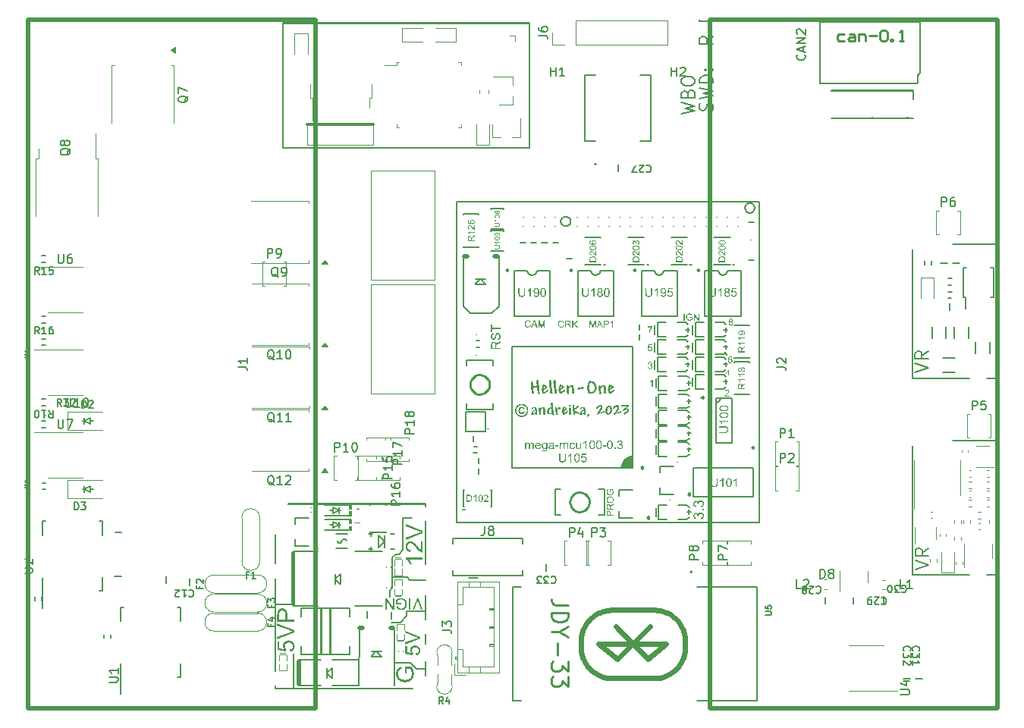
<source format=gto>
G75*
G70*
%OFA0B0*%
%FSLAX25Y25*%
%IPPOS*%
%LPD*%
%AMOC8*
5,1,8,0,0,1.08239X$1,22.5*
%
%ADD10C,0.00787*%
%ADD123C,0.01000*%
%ADD208C,0.00300*%
%ADD63C,0.01969*%
%ADD64C,0.01181*%
%ADD67C,0.00472*%
%ADD70C,0.00591*%
%ADD71C,0.01772*%
%ADD72C,0.00669*%
%ADD73C,0.00984*%
%ADD74C,0.00500*%
%ADD75C,0.00800*%
%ADD76C,0.00000*%
%ADD77C,0.02484*%
%ADD78C,0.00010*%
%ADD79C,0.00390*%
%ADD90C,0.00394*%
%ADD92C,0.01968*%
%ADD93C,0.01575*%
X0000000Y0000000D02*
%LPD*%
G01*
D70*
G36*
G01*
G37*
D71*
D70*
D10*
D70*
D71*
D70*
D72*
D70*
D72*
D70*
D10*
X0302026Y0262865D02*
X0302307Y0263680D01*
X0302307Y0263680D02*
X0302307Y0265040D01*
X0302307Y0265040D02*
X0302026Y0265583D01*
X0302026Y0265583D02*
X0301745Y0265855D01*
X0301745Y0265855D02*
X0301182Y0266127D01*
X0301182Y0266127D02*
X0300620Y0266127D01*
X0300620Y0266127D02*
X0300057Y0265855D01*
X0300057Y0265855D02*
X0299776Y0265583D01*
X0299776Y0265583D02*
X0299495Y0265040D01*
X0299495Y0265040D02*
X0299214Y0263952D01*
X0299214Y0263952D02*
X0298933Y0263409D01*
X0298933Y0263409D02*
X0298651Y0263137D01*
X0298651Y0263137D02*
X0298089Y0262865D01*
X0298089Y0262865D02*
X0297527Y0262865D01*
X0297527Y0262865D02*
X0296964Y0263137D01*
X0296964Y0263137D02*
X0296683Y0263409D01*
X0296683Y0263409D02*
X0296402Y0263952D01*
X0296402Y0263952D02*
X0296402Y0265311D01*
X0296402Y0265311D02*
X0296683Y0266127D01*
X0296402Y0268030D02*
X0302307Y0269389D01*
X0302307Y0269389D02*
X0298089Y0270476D01*
X0298089Y0270476D02*
X0302307Y0271564D01*
X0302307Y0271564D02*
X0296402Y0272923D01*
X0302307Y0275098D02*
X0296402Y0275098D01*
X0296402Y0275098D02*
X0296402Y0276457D01*
X0296402Y0276457D02*
X0296683Y0277272D01*
X0296683Y0277272D02*
X0297245Y0277816D01*
X0297245Y0277816D02*
X0297808Y0278088D01*
X0297808Y0278088D02*
X0298933Y0278360D01*
X0298933Y0278360D02*
X0299776Y0278360D01*
X0299776Y0278360D02*
X0300901Y0278088D01*
X0300901Y0278088D02*
X0301464Y0277816D01*
X0301464Y0277816D02*
X0302026Y0277272D01*
X0302026Y0277272D02*
X0302307Y0276457D01*
X0302307Y0276457D02*
X0302307Y0275098D01*
X0301745Y0280806D02*
X0302026Y0281078D01*
X0302026Y0281078D02*
X0302307Y0280806D01*
X0302307Y0280806D02*
X0302026Y0280535D01*
X0302026Y0280535D02*
X0301745Y0280806D01*
X0301745Y0280806D02*
X0302307Y0280806D01*
X0298651Y0280806D02*
X0298933Y0281078D01*
X0298933Y0281078D02*
X0299214Y0280806D01*
X0299214Y0280806D02*
X0298933Y0280535D01*
X0298933Y0280535D02*
X0298651Y0280806D01*
X0298651Y0280806D02*
X0299214Y0280806D01*
X0302307Y0295486D02*
X0299495Y0293583D01*
X0302307Y0292224D02*
X0296402Y0292224D01*
X0296402Y0292224D02*
X0296402Y0294398D01*
X0296402Y0294398D02*
X0296683Y0294942D01*
X0296683Y0294942D02*
X0296964Y0295214D01*
X0296964Y0295214D02*
X0297527Y0295486D01*
X0297527Y0295486D02*
X0298370Y0295486D01*
X0298370Y0295486D02*
X0298933Y0295214D01*
X0298933Y0295214D02*
X0299214Y0294942D01*
X0299214Y0294942D02*
X0299495Y0294398D01*
X0299495Y0294398D02*
X0299495Y0292224D01*
X0302307Y0302282D02*
X0296402Y0302282D01*
X0296402Y0302282D02*
X0296402Y0302838D01*
X0296402Y0303641D02*
X0302307Y0302838D02*
X0302307Y0302282D01*
D70*
D72*
D70*
D10*
D70*
D73*
D70*
X0342577Y0287464D02*
X0342765Y0287277D01*
X0342765Y0287277D02*
X0342952Y0286714D01*
X0342952Y0286714D02*
X0342952Y0286339D01*
X0342952Y0286339D02*
X0342765Y0285777D01*
X0342765Y0285777D02*
X0342390Y0285402D01*
X0342390Y0285402D02*
X0342015Y0285214D01*
X0342015Y0285214D02*
X0341265Y0285027D01*
X0341265Y0285027D02*
X0340702Y0285027D01*
X0340702Y0285027D02*
X0339952Y0285214D01*
X0339952Y0285214D02*
X0339577Y0285402D01*
X0339577Y0285402D02*
X0339203Y0285777D01*
X0339203Y0285777D02*
X0339015Y0286339D01*
X0339015Y0286339D02*
X0339015Y0286714D01*
X0339015Y0286714D02*
X0339203Y0287277D01*
X0339203Y0287277D02*
X0339390Y0287464D01*
X0341827Y0288964D02*
X0341827Y0290839D01*
X0342952Y0288589D02*
X0339015Y0289901D01*
X0339015Y0289901D02*
X0342952Y0291214D01*
X0342952Y0292526D02*
X0339015Y0292526D01*
X0339015Y0292526D02*
X0342952Y0294776D01*
X0342952Y0294776D02*
X0339015Y0294776D01*
X0339390Y0296463D02*
X0339203Y0296650D01*
X0339203Y0296650D02*
X0339015Y0297025D01*
X0339015Y0297025D02*
X0339015Y0297963D01*
X0339015Y0297963D02*
X0339203Y0298338D01*
X0339203Y0298338D02*
X0339390Y0298525D01*
X0339390Y0298525D02*
X0339765Y0298713D01*
X0339765Y0298713D02*
X0340140Y0298713D01*
X0340140Y0298713D02*
X0340702Y0298525D01*
X0340702Y0298525D02*
X0342952Y0296275D01*
X0342952Y0296275D02*
X0342952Y0298713D01*
D73*
D70*
D71*
D70*
D72*
D70*
D10*
X0288373Y0261412D02*
X0294279Y0262771D01*
X0294279Y0262771D02*
X0290061Y0263858D01*
X0290061Y0263858D02*
X0294279Y0264946D01*
X0294279Y0264946D02*
X0288373Y0266305D01*
X0291185Y0270383D02*
X0291467Y0271198D01*
X0291467Y0271198D02*
X0291748Y0271470D01*
X0291748Y0271470D02*
X0292310Y0271742D01*
X0292310Y0271742D02*
X0293154Y0271742D01*
X0293154Y0271742D02*
X0293716Y0271470D01*
X0293716Y0271470D02*
X0293998Y0271198D01*
X0293998Y0271198D02*
X0294279Y0270655D01*
X0294279Y0270655D02*
X0294279Y0268480D01*
X0294279Y0268480D02*
X0288373Y0268480D01*
X0288373Y0268480D02*
X0288373Y0270383D01*
X0288373Y0270383D02*
X0288654Y0270926D01*
X0288654Y0270926D02*
X0288936Y0271198D01*
X0288936Y0271198D02*
X0289498Y0271470D01*
X0289498Y0271470D02*
X0290061Y0271470D01*
X0290061Y0271470D02*
X0290623Y0271198D01*
X0290623Y0271198D02*
X0290904Y0270926D01*
X0290904Y0270926D02*
X0291185Y0270383D01*
X0291185Y0270383D02*
X0291185Y0268480D01*
X0288373Y0275276D02*
X0288373Y0276363D01*
X0288373Y0276363D02*
X0288654Y0276907D01*
X0288654Y0276907D02*
X0289217Y0277451D01*
X0289217Y0277451D02*
X0290342Y0277722D01*
X0290342Y0277722D02*
X0292310Y0277722D01*
X0292310Y0277722D02*
X0293435Y0277451D01*
X0293435Y0277451D02*
X0293998Y0276907D01*
X0293998Y0276907D02*
X0294279Y0276363D01*
X0294279Y0276363D02*
X0294279Y0275276D01*
X0294279Y0275276D02*
X0293998Y0274732D01*
X0293998Y0274732D02*
X0293435Y0274188D01*
X0293435Y0274188D02*
X0292310Y0273917D01*
X0292310Y0273917D02*
X0290342Y0273917D01*
X0290342Y0273917D02*
X0289217Y0274188D01*
X0289217Y0274188D02*
X0288654Y0274732D01*
X0288654Y0274732D02*
X0288373Y0275276D01*
D70*
D71*
D70*
D71*
D72*
D70*
X0230878Y0277992D02*
X0230878Y0281929D01*
X0230878Y0280055D02*
X0233128Y0280055D01*
X0233128Y0277992D02*
X0233128Y0281929D01*
X0237065Y0277992D02*
X0234815Y0277992D01*
X0235940Y0277992D02*
X0235940Y0281929D01*
X0235940Y0281929D02*
X0235565Y0281367D01*
X0235565Y0281367D02*
X0235190Y0280992D01*
X0235190Y0280992D02*
X0234815Y0280805D01*
X0349358Y0057213D02*
X0349358Y0061150D01*
X0349358Y0061150D02*
X0350295Y0061150D01*
X0350295Y0061150D02*
X0350858Y0060963D01*
X0350858Y0060963D02*
X0351233Y0060588D01*
X0351233Y0060588D02*
X0351420Y0060213D01*
X0351420Y0060213D02*
X0351608Y0059463D01*
X0351608Y0059463D02*
X0351608Y0058900D01*
X0351608Y0058900D02*
X0351420Y0058150D01*
X0351420Y0058150D02*
X0351233Y0057775D01*
X0351233Y0057775D02*
X0350858Y0057401D01*
X0350858Y0057401D02*
X0350295Y0057213D01*
X0350295Y0057213D02*
X0349358Y0057213D01*
X0353857Y0059463D02*
X0353482Y0059650D01*
X0353482Y0059650D02*
X0353295Y0059838D01*
X0353295Y0059838D02*
X0353107Y0060213D01*
X0353107Y0060213D02*
X0353107Y0060400D01*
X0353107Y0060400D02*
X0353295Y0060775D01*
X0353295Y0060775D02*
X0353482Y0060963D01*
X0353482Y0060963D02*
X0353857Y0061150D01*
X0353857Y0061150D02*
X0354607Y0061150D01*
X0354607Y0061150D02*
X0354982Y0060963D01*
X0354982Y0060963D02*
X0355170Y0060775D01*
X0355170Y0060775D02*
X0355357Y0060400D01*
X0355357Y0060400D02*
X0355357Y0060213D01*
X0355357Y0060213D02*
X0355170Y0059838D01*
X0355170Y0059838D02*
X0354982Y0059650D01*
X0354982Y0059650D02*
X0354607Y0059463D01*
X0354607Y0059463D02*
X0353857Y0059463D01*
X0353857Y0059463D02*
X0353482Y0059275D01*
X0353482Y0059275D02*
X0353295Y0059088D01*
X0353295Y0059088D02*
X0353107Y0058713D01*
X0353107Y0058713D02*
X0353107Y0057963D01*
X0353107Y0057963D02*
X0353295Y0057588D01*
X0353295Y0057588D02*
X0353482Y0057401D01*
X0353482Y0057401D02*
X0353857Y0057213D01*
X0353857Y0057213D02*
X0354607Y0057213D01*
X0354607Y0057213D02*
X0354982Y0057401D01*
X0354982Y0057401D02*
X0355170Y0057588D01*
X0355170Y0057588D02*
X0355357Y0057963D01*
X0355357Y0057963D02*
X0355357Y0058713D01*
X0355357Y0058713D02*
X0355170Y0059088D01*
X0355170Y0059088D02*
X0354982Y0059275D01*
X0354982Y0059275D02*
X0354607Y0059463D01*
X0014481Y0127067D02*
X0014481Y0123880D01*
X0014481Y0123880D02*
X0014668Y0123505D01*
X0014668Y0123505D02*
X0014856Y0123318D01*
X0014856Y0123318D02*
X0015231Y0123130D01*
X0015231Y0123130D02*
X0015980Y0123130D01*
X0015980Y0123130D02*
X0016355Y0123318D01*
X0016355Y0123318D02*
X0016543Y0123505D01*
X0016543Y0123505D02*
X0016730Y0123880D01*
X0016730Y0123880D02*
X0016730Y0127067D01*
X0018230Y0127067D02*
X0020855Y0127067D01*
X0020855Y0127067D02*
X0019168Y0123130D01*
X0106523Y0198229D02*
X0106523Y0202166D01*
X0106523Y0202166D02*
X0108023Y0202166D01*
X0108023Y0202166D02*
X0108398Y0201978D01*
X0108398Y0201978D02*
X0108585Y0201791D01*
X0108585Y0201791D02*
X0108773Y0201416D01*
X0108773Y0201416D02*
X0108773Y0200853D01*
X0108773Y0200853D02*
X0108585Y0200478D01*
X0108585Y0200478D02*
X0108398Y0200291D01*
X0108398Y0200291D02*
X0108023Y0200103D01*
X0108023Y0200103D02*
X0106523Y0200103D01*
X0110648Y0198229D02*
X0111398Y0198229D01*
X0111398Y0198229D02*
X0111773Y0198416D01*
X0111773Y0198416D02*
X0111960Y0198604D01*
X0111960Y0198604D02*
X0112335Y0199166D01*
X0112335Y0199166D02*
X0112522Y0199916D01*
X0112522Y0199916D02*
X0112522Y0201416D01*
X0112522Y0201416D02*
X0112335Y0201791D01*
X0112335Y0201791D02*
X0112148Y0201978D01*
X0112148Y0201978D02*
X0111773Y0202166D01*
X0111773Y0202166D02*
X0111023Y0202166D01*
X0111023Y0202166D02*
X0110648Y0201978D01*
X0110648Y0201978D02*
X0110460Y0201791D01*
X0110460Y0201791D02*
X0110273Y0201416D01*
X0110273Y0201416D02*
X0110273Y0200478D01*
X0110273Y0200478D02*
X0110460Y0200103D01*
X0110460Y0200103D02*
X0110648Y0199916D01*
X0110648Y0199916D02*
X0111023Y0199729D01*
X0111023Y0199729D02*
X0111773Y0199729D01*
X0111773Y0199729D02*
X0112148Y0199916D01*
X0112148Y0199916D02*
X0112335Y0200103D01*
X0112335Y0200103D02*
X0112522Y0200478D01*
D72*
X0273068Y0238632D02*
X0273222Y0238786D01*
X0273222Y0238786D02*
X0273683Y0238940D01*
X0273683Y0238940D02*
X0273991Y0238940D01*
X0273991Y0238940D02*
X0274452Y0238786D01*
X0274452Y0238786D02*
X0274759Y0238479D01*
X0274759Y0238479D02*
X0274913Y0238171D01*
X0274913Y0238171D02*
X0275067Y0237556D01*
X0275067Y0237556D02*
X0275067Y0237095D01*
X0275067Y0237095D02*
X0274913Y0236480D01*
X0274913Y0236480D02*
X0274759Y0236173D01*
X0274759Y0236173D02*
X0274452Y0235865D01*
X0274452Y0235865D02*
X0273991Y0235711D01*
X0273991Y0235711D02*
X0273683Y0235711D01*
X0273683Y0235711D02*
X0273222Y0235865D01*
X0273222Y0235865D02*
X0273068Y0236019D01*
X0271838Y0236019D02*
X0271685Y0235865D01*
X0271685Y0235865D02*
X0271377Y0235711D01*
X0271377Y0235711D02*
X0270609Y0235711D01*
X0270609Y0235711D02*
X0270301Y0235865D01*
X0270301Y0235865D02*
X0270147Y0236019D01*
X0270147Y0236019D02*
X0269994Y0236326D01*
X0269994Y0236326D02*
X0269994Y0236634D01*
X0269994Y0236634D02*
X0270147Y0237095D01*
X0270147Y0237095D02*
X0271992Y0238940D01*
X0271992Y0238940D02*
X0269994Y0238940D01*
X0268918Y0235711D02*
X0266765Y0235711D01*
X0266765Y0235711D02*
X0268149Y0238940D01*
D70*
X0017783Y0136378D02*
X0017783Y0133191D01*
X0017783Y0133191D02*
X0017971Y0132816D01*
X0017971Y0132816D02*
X0018158Y0132629D01*
X0018158Y0132629D02*
X0018533Y0132441D01*
X0018533Y0132441D02*
X0019283Y0132441D01*
X0019283Y0132441D02*
X0019658Y0132629D01*
X0019658Y0132629D02*
X0019845Y0132816D01*
X0019845Y0132816D02*
X0020033Y0133191D01*
X0020033Y0133191D02*
X0020033Y0136378D01*
X0023970Y0132441D02*
X0021720Y0132441D01*
X0022845Y0132441D02*
X0022845Y0136378D01*
X0022845Y0136378D02*
X0022470Y0135816D01*
X0022470Y0135816D02*
X0022095Y0135441D01*
X0022095Y0135441D02*
X0021720Y0135253D01*
X0026407Y0136378D02*
X0026782Y0136378D01*
X0026782Y0136378D02*
X0027157Y0136191D01*
X0027157Y0136191D02*
X0027344Y0136003D01*
X0027344Y0136003D02*
X0027532Y0135628D01*
X0027532Y0135628D02*
X0027719Y0134878D01*
X0027719Y0134878D02*
X0027719Y0133941D01*
X0027719Y0133941D02*
X0027532Y0133191D01*
X0027532Y0133191D02*
X0027344Y0132816D01*
X0027344Y0132816D02*
X0027157Y0132629D01*
X0027157Y0132629D02*
X0026782Y0132441D01*
X0026782Y0132441D02*
X0026407Y0132441D01*
X0026407Y0132441D02*
X0026032Y0132629D01*
X0026032Y0132629D02*
X0025845Y0132816D01*
X0025845Y0132816D02*
X0025657Y0133191D01*
X0025657Y0133191D02*
X0025470Y0133941D01*
X0025470Y0133941D02*
X0025470Y0134878D01*
X0025470Y0134878D02*
X0025657Y0135628D01*
X0025657Y0135628D02*
X0025845Y0136003D01*
X0025845Y0136003D02*
X0026032Y0136191D01*
X0026032Y0136191D02*
X0026407Y0136378D01*
X0136105Y0112914D02*
X0136105Y0116851D01*
X0136105Y0116851D02*
X0137605Y0116851D01*
X0137605Y0116851D02*
X0137980Y0116663D01*
X0137980Y0116663D02*
X0138167Y0116476D01*
X0138167Y0116476D02*
X0138355Y0116101D01*
X0138355Y0116101D02*
X0138355Y0115538D01*
X0138355Y0115538D02*
X0138167Y0115163D01*
X0138167Y0115163D02*
X0137980Y0114976D01*
X0137980Y0114976D02*
X0137605Y0114788D01*
X0137605Y0114788D02*
X0136105Y0114788D01*
X0142104Y0112914D02*
X0139855Y0112914D01*
X0140980Y0112914D02*
X0140980Y0116851D01*
X0140980Y0116851D02*
X0140605Y0116288D01*
X0140605Y0116288D02*
X0140230Y0115913D01*
X0140230Y0115913D02*
X0139855Y0115726D01*
X0144542Y0116851D02*
X0144917Y0116851D01*
X0144917Y0116851D02*
X0145292Y0116663D01*
X0145292Y0116663D02*
X0145479Y0116476D01*
X0145479Y0116476D02*
X0145666Y0116101D01*
X0145666Y0116101D02*
X0145854Y0115351D01*
X0145854Y0115351D02*
X0145854Y0114414D01*
X0145854Y0114414D02*
X0145666Y0113664D01*
X0145666Y0113664D02*
X0145479Y0113289D01*
X0145479Y0113289D02*
X0145292Y0113101D01*
X0145292Y0113101D02*
X0144917Y0112914D01*
X0144917Y0112914D02*
X0144542Y0112914D01*
X0144542Y0112914D02*
X0144167Y0113101D01*
X0144167Y0113101D02*
X0143979Y0113289D01*
X0143979Y0113289D02*
X0143792Y0113664D01*
X0143792Y0113664D02*
X0143604Y0114414D01*
X0143604Y0114414D02*
X0143604Y0115351D01*
X0143604Y0115351D02*
X0143792Y0116101D01*
X0143792Y0116101D02*
X0143979Y0116476D01*
X0143979Y0116476D02*
X0144167Y0116663D01*
X0144167Y0116663D02*
X0144542Y0116851D01*
D72*
X0000000Y0157256D02*
X0001014Y0155808D01*
X0001783Y0157345D02*
X0001783Y0154117D01*
X0001783Y0154117D02*
X0000553Y0154117D01*
X0000553Y0154117D02*
X0000246Y0154271D01*
X0000246Y0154271D02*
X0000092Y0154424D01*
X0000092Y0154424D02*
X0000000Y0154608D01*
X-000062Y0154732D02*
X0000000Y0155317D02*
X0000092Y0155501D01*
X0000092Y0155501D02*
X0000246Y0155654D01*
X0000246Y0155654D02*
X0000553Y0155808D01*
X0000553Y0155808D02*
X0001783Y0155808D01*
D70*
X0295826Y0065539D02*
X0291889Y0065539D01*
X0291889Y0065539D02*
X0291889Y0067038D01*
X0291889Y0067038D02*
X0292077Y0067413D01*
X0292077Y0067413D02*
X0292264Y0067601D01*
X0292264Y0067601D02*
X0292639Y0067788D01*
X0292639Y0067788D02*
X0293201Y0067788D01*
X0293201Y0067788D02*
X0293576Y0067601D01*
X0293576Y0067601D02*
X0293764Y0067413D01*
X0293764Y0067413D02*
X0293951Y0067038D01*
X0293951Y0067038D02*
X0293951Y0065539D01*
X0293576Y0070038D02*
X0293389Y0069663D01*
X0293389Y0069663D02*
X0293201Y0069476D01*
X0293201Y0069476D02*
X0292826Y0069288D01*
X0292826Y0069288D02*
X0292639Y0069288D01*
X0292639Y0069288D02*
X0292264Y0069476D01*
X0292264Y0069476D02*
X0292077Y0069663D01*
X0292077Y0069663D02*
X0291889Y0070038D01*
X0291889Y0070038D02*
X0291889Y0070788D01*
X0291889Y0070788D02*
X0292077Y0071163D01*
X0292077Y0071163D02*
X0292264Y0071350D01*
X0292264Y0071350D02*
X0292639Y0071538D01*
X0292639Y0071538D02*
X0292826Y0071538D01*
X0292826Y0071538D02*
X0293201Y0071350D01*
X0293201Y0071350D02*
X0293389Y0071163D01*
X0293389Y0071163D02*
X0293576Y0070788D01*
X0293576Y0070788D02*
X0293576Y0070038D01*
X0293576Y0070038D02*
X0293764Y0069663D01*
X0293764Y0069663D02*
X0293951Y0069476D01*
X0293951Y0069476D02*
X0294326Y0069288D01*
X0294326Y0069288D02*
X0295076Y0069288D01*
X0295076Y0069288D02*
X0295451Y0069476D01*
X0295451Y0069476D02*
X0295639Y0069663D01*
X0295639Y0069663D02*
X0295826Y0070038D01*
X0295826Y0070038D02*
X0295826Y0070788D01*
X0295826Y0070788D02*
X0295639Y0071163D01*
X0295639Y0071163D02*
X0295451Y0071350D01*
X0295451Y0071350D02*
X0295076Y0071538D01*
X0295076Y0071538D02*
X0294326Y0071538D01*
X0294326Y0071538D02*
X0293951Y0071350D01*
X0293951Y0071350D02*
X0293764Y0071163D01*
X0293764Y0071163D02*
X0293576Y0070788D01*
D72*
X0385234Y0053928D02*
X0385387Y0054081D01*
X0385387Y0054081D02*
X0385849Y0054235D01*
X0385849Y0054235D02*
X0386156Y0054235D01*
X0386156Y0054235D02*
X0386617Y0054081D01*
X0386617Y0054081D02*
X0386925Y0053774D01*
X0386925Y0053774D02*
X0387078Y0053466D01*
X0387078Y0053466D02*
X0387232Y0052852D01*
X0387232Y0052852D02*
X0387232Y0052390D01*
X0387232Y0052390D02*
X0387078Y0051775D01*
X0387078Y0051775D02*
X0386925Y0051468D01*
X0386925Y0051468D02*
X0386617Y0051160D01*
X0386617Y0051160D02*
X0386156Y0051007D01*
X0386156Y0051007D02*
X0385849Y0051007D01*
X0385849Y0051007D02*
X0385387Y0051160D01*
X0385387Y0051160D02*
X0385234Y0051314D01*
X0384158Y0051007D02*
X0382159Y0051007D01*
X0382159Y0051007D02*
X0383235Y0052237D01*
X0383235Y0052237D02*
X0382774Y0052237D01*
X0382774Y0052237D02*
X0382466Y0052390D01*
X0382466Y0052390D02*
X0382313Y0052544D01*
X0382313Y0052544D02*
X0382159Y0052852D01*
X0382159Y0052852D02*
X0382159Y0053620D01*
X0382159Y0053620D02*
X0382313Y0053928D01*
X0382313Y0053928D02*
X0382466Y0054081D01*
X0382466Y0054081D02*
X0382774Y0054235D01*
X0382774Y0054235D02*
X0383696Y0054235D01*
X0383696Y0054235D02*
X0384004Y0054081D01*
X0384004Y0054081D02*
X0384158Y0053928D01*
X0380161Y0051007D02*
X0379853Y0051007D01*
X0379853Y0051007D02*
X0379546Y0051160D01*
X0379546Y0051160D02*
X0379392Y0051314D01*
X0379392Y0051314D02*
X0379238Y0051622D01*
X0379238Y0051622D02*
X0379084Y0052237D01*
X0379084Y0052237D02*
X0379084Y0053005D01*
X0379084Y0053005D02*
X0379238Y0053620D01*
X0379238Y0053620D02*
X0379392Y0053928D01*
X0379392Y0053928D02*
X0379546Y0054081D01*
X0379546Y0054081D02*
X0379853Y0054235D01*
X0379853Y0054235D02*
X0380161Y0054235D01*
X0380161Y0054235D02*
X0380468Y0054081D01*
X0380468Y0054081D02*
X0380622Y0053928D01*
X0380622Y0053928D02*
X0380775Y0053620D01*
X0380775Y0053620D02*
X0380929Y0053005D01*
X0380929Y0053005D02*
X0380929Y0052237D01*
X0380929Y0052237D02*
X0380775Y0051622D01*
X0380775Y0051622D02*
X0380622Y0051314D01*
X0380622Y0051314D02*
X0380468Y0051160D01*
X0380468Y0051160D02*
X0380161Y0051007D01*
D70*
X0416208Y0131339D02*
X0416208Y0135276D01*
X0416208Y0135276D02*
X0417708Y0135276D01*
X0417708Y0135276D02*
X0418083Y0135088D01*
X0418083Y0135088D02*
X0418271Y0134901D01*
X0418271Y0134901D02*
X0418458Y0134526D01*
X0418458Y0134526D02*
X0418458Y0133964D01*
X0418458Y0133964D02*
X0418271Y0133589D01*
X0418271Y0133589D02*
X0418083Y0133401D01*
X0418083Y0133401D02*
X0417708Y0133214D01*
X0417708Y0133214D02*
X0416208Y0133214D01*
X0422020Y0135276D02*
X0420145Y0135276D01*
X0420145Y0135276D02*
X0419958Y0133401D01*
X0419958Y0133401D02*
X0420145Y0133589D01*
X0420145Y0133589D02*
X0420520Y0133776D01*
X0420520Y0133776D02*
X0421458Y0133776D01*
X0421458Y0133776D02*
X0421833Y0133589D01*
X0421833Y0133589D02*
X0422020Y0133401D01*
X0422020Y0133401D02*
X0422208Y0133026D01*
X0422208Y0133026D02*
X0422208Y0132089D01*
X0422208Y0132089D02*
X0422020Y0131714D01*
X0422020Y0131714D02*
X0421833Y0131526D01*
X0421833Y0131526D02*
X0421458Y0131339D01*
X0421458Y0131339D02*
X0420520Y0131339D01*
X0420520Y0131339D02*
X0420145Y0131526D01*
X0420145Y0131526D02*
X0419958Y0131714D01*
X0019853Y0246155D02*
X0019665Y0245780D01*
X0019665Y0245780D02*
X0019290Y0245405D01*
X0019290Y0245405D02*
X0018728Y0244843D01*
X0018728Y0244843D02*
X0018540Y0244468D01*
X0018540Y0244468D02*
X0018540Y0244093D01*
X0019478Y0244280D02*
X0019290Y0243905D01*
X0019290Y0243905D02*
X0018915Y0243531D01*
X0018915Y0243531D02*
X0018165Y0243343D01*
X0018165Y0243343D02*
X0016853Y0243343D01*
X0016853Y0243343D02*
X0016103Y0243531D01*
X0016103Y0243531D02*
X0015728Y0243905D01*
X0015728Y0243905D02*
X0015541Y0244280D01*
X0015541Y0244280D02*
X0015541Y0245030D01*
X0015541Y0245030D02*
X0015728Y0245405D01*
X0015728Y0245405D02*
X0016103Y0245780D01*
X0016103Y0245780D02*
X0016853Y0245968D01*
X0016853Y0245968D02*
X0018165Y0245968D01*
X0018165Y0245968D02*
X0018915Y0245780D01*
X0018915Y0245780D02*
X0019290Y0245405D01*
X0019290Y0245405D02*
X0019478Y0245030D01*
X0019478Y0245030D02*
X0019478Y0244280D01*
X0017228Y0248217D02*
X0017040Y0247842D01*
X0017040Y0247842D02*
X0016853Y0247655D01*
X0016853Y0247655D02*
X0016478Y0247468D01*
X0016478Y0247468D02*
X0016291Y0247468D01*
X0016291Y0247468D02*
X0015916Y0247655D01*
X0015916Y0247655D02*
X0015728Y0247842D01*
X0015728Y0247842D02*
X0015541Y0248217D01*
X0015541Y0248217D02*
X0015541Y0248967D01*
X0015541Y0248967D02*
X0015728Y0249342D01*
X0015728Y0249342D02*
X0015916Y0249530D01*
X0015916Y0249530D02*
X0016291Y0249717D01*
X0016291Y0249717D02*
X0016478Y0249717D01*
X0016478Y0249717D02*
X0016853Y0249530D01*
X0016853Y0249530D02*
X0017040Y0249342D01*
X0017040Y0249342D02*
X0017228Y0248967D01*
X0017228Y0248967D02*
X0017228Y0248217D01*
X0017228Y0248217D02*
X0017415Y0247842D01*
X0017415Y0247842D02*
X0017603Y0247655D01*
X0017603Y0247655D02*
X0017978Y0247468D01*
X0017978Y0247468D02*
X0018728Y0247468D01*
X0018728Y0247468D02*
X0019103Y0247655D01*
X0019103Y0247655D02*
X0019290Y0247842D01*
X0019290Y0247842D02*
X0019478Y0248217D01*
X0019478Y0248217D02*
X0019478Y0248967D01*
X0019478Y0248967D02*
X0019290Y0249342D01*
X0019290Y0249342D02*
X0019103Y0249530D01*
X0019103Y0249530D02*
X0018728Y0249717D01*
X0018728Y0249717D02*
X0017978Y0249717D01*
X0017978Y0249717D02*
X0017603Y0249530D01*
X0017603Y0249530D02*
X0017415Y0249342D01*
X0017415Y0249342D02*
X0017228Y0248967D01*
D72*
X0231139Y0057924D02*
X0231293Y0058077D01*
X0231293Y0058077D02*
X0231754Y0058231D01*
X0231754Y0058231D02*
X0232062Y0058231D01*
X0232062Y0058231D02*
X0232523Y0058077D01*
X0232523Y0058077D02*
X0232830Y0057770D01*
X0232830Y0057770D02*
X0232984Y0057463D01*
X0232984Y0057463D02*
X0233138Y0056848D01*
X0233138Y0056848D02*
X0233138Y0056386D01*
X0233138Y0056386D02*
X0232984Y0055771D01*
X0232984Y0055771D02*
X0232830Y0055464D01*
X0232830Y0055464D02*
X0232523Y0055157D01*
X0232523Y0055157D02*
X0232062Y0055003D01*
X0232062Y0055003D02*
X0231754Y0055003D01*
X0231754Y0055003D02*
X0231293Y0055157D01*
X0231293Y0055157D02*
X0231139Y0055310D01*
X0230063Y0055003D02*
X0228065Y0055003D01*
X0228065Y0055003D02*
X0229141Y0056233D01*
X0229141Y0056233D02*
X0228679Y0056233D01*
X0228679Y0056233D02*
X0228372Y0056386D01*
X0228372Y0056386D02*
X0228218Y0056540D01*
X0228218Y0056540D02*
X0228065Y0056848D01*
X0228065Y0056848D02*
X0228065Y0057616D01*
X0228065Y0057616D02*
X0228218Y0057924D01*
X0228218Y0057924D02*
X0228372Y0058077D01*
X0228372Y0058077D02*
X0228679Y0058231D01*
X0228679Y0058231D02*
X0229602Y0058231D01*
X0229602Y0058231D02*
X0229909Y0058077D01*
X0229909Y0058077D02*
X0230063Y0057924D01*
X0226988Y0055003D02*
X0224990Y0055003D01*
X0224990Y0055003D02*
X0226066Y0056233D01*
X0226066Y0056233D02*
X0225605Y0056233D01*
X0225605Y0056233D02*
X0225297Y0056386D01*
X0225297Y0056386D02*
X0225144Y0056540D01*
X0225144Y0056540D02*
X0224990Y0056848D01*
X0224990Y0056848D02*
X0224990Y0057616D01*
X0224990Y0057616D02*
X0225144Y0057924D01*
X0225144Y0057924D02*
X0225297Y0058077D01*
X0225297Y0058077D02*
X0225605Y0058231D01*
X0225605Y0058231D02*
X0226527Y0058231D01*
X0226527Y0058231D02*
X0226835Y0058077D01*
X0226835Y0058077D02*
X0226988Y0057924D01*
D70*
X0109463Y0098129D02*
X0109088Y0098317D01*
X0109088Y0098317D02*
X0108713Y0098692D01*
X0108713Y0098692D02*
X0108151Y0099254D01*
X0108151Y0099254D02*
X0107776Y0099442D01*
X0107776Y0099442D02*
X0107401Y0099442D01*
X0107588Y0098504D02*
X0107213Y0098692D01*
X0107213Y0098692D02*
X0106838Y0099067D01*
X0106838Y0099067D02*
X0106651Y0099817D01*
X0106651Y0099817D02*
X0106651Y0101129D01*
X0106651Y0101129D02*
X0106838Y0101879D01*
X0106838Y0101879D02*
X0107213Y0102254D01*
X0107213Y0102254D02*
X0107588Y0102441D01*
X0107588Y0102441D02*
X0108338Y0102441D01*
X0108338Y0102441D02*
X0108713Y0102254D01*
X0108713Y0102254D02*
X0109088Y0101879D01*
X0109088Y0101879D02*
X0109275Y0101129D01*
X0109275Y0101129D02*
X0109275Y0099817D01*
X0109275Y0099817D02*
X0109088Y0099067D01*
X0109088Y0099067D02*
X0108713Y0098692D01*
X0108713Y0098692D02*
X0108338Y0098504D01*
X0108338Y0098504D02*
X0107588Y0098504D01*
X0113025Y0098504D02*
X0110775Y0098504D01*
X0111900Y0098504D02*
X0111900Y0102441D01*
X0111900Y0102441D02*
X0111525Y0101879D01*
X0111525Y0101879D02*
X0111150Y0101504D01*
X0111150Y0101504D02*
X0110775Y0101316D01*
X0114525Y0102066D02*
X0114712Y0102254D01*
X0114712Y0102254D02*
X0115087Y0102441D01*
X0115087Y0102441D02*
X0116025Y0102441D01*
X0116025Y0102441D02*
X0116400Y0102254D01*
X0116400Y0102254D02*
X0116587Y0102066D01*
X0116587Y0102066D02*
X0116774Y0101691D01*
X0116774Y0101691D02*
X0116774Y0101316D01*
X0116774Y0101316D02*
X0116587Y0100754D01*
X0116587Y0100754D02*
X0114337Y0098504D01*
X0114337Y0098504D02*
X0116774Y0098504D01*
D72*
X0376415Y0048699D02*
X0376568Y0048853D01*
X0376568Y0048853D02*
X0377030Y0049007D01*
X0377030Y0049007D02*
X0377337Y0049007D01*
X0377337Y0049007D02*
X0377798Y0048853D01*
X0377798Y0048853D02*
X0378106Y0048546D01*
X0378106Y0048546D02*
X0378260Y0048238D01*
X0378260Y0048238D02*
X0378413Y0047623D01*
X0378413Y0047623D02*
X0378413Y0047162D01*
X0378413Y0047162D02*
X0378260Y0046547D01*
X0378260Y0046547D02*
X0378106Y0046240D01*
X0378106Y0046240D02*
X0377798Y0045932D01*
X0377798Y0045932D02*
X0377337Y0045778D01*
X0377337Y0045778D02*
X0377030Y0045778D01*
X0377030Y0045778D02*
X0376568Y0045932D01*
X0376568Y0045932D02*
X0376415Y0046086D01*
X0375185Y0046086D02*
X0375031Y0045932D01*
X0375031Y0045932D02*
X0374724Y0045778D01*
X0374724Y0045778D02*
X0373955Y0045778D01*
X0373955Y0045778D02*
X0373648Y0045932D01*
X0373648Y0045932D02*
X0373494Y0046086D01*
X0373494Y0046086D02*
X0373340Y0046393D01*
X0373340Y0046393D02*
X0373340Y0046701D01*
X0373340Y0046701D02*
X0373494Y0047162D01*
X0373494Y0047162D02*
X0375339Y0049007D01*
X0375339Y0049007D02*
X0373340Y0049007D01*
X0371803Y0049007D02*
X0371188Y0049007D01*
X0371188Y0049007D02*
X0370880Y0048853D01*
X0370880Y0048853D02*
X0370727Y0048699D01*
X0370727Y0048699D02*
X0370419Y0048238D01*
X0370419Y0048238D02*
X0370266Y0047623D01*
X0370266Y0047623D02*
X0370266Y0046393D01*
X0370266Y0046393D02*
X0370419Y0046086D01*
X0370419Y0046086D02*
X0370573Y0045932D01*
X0370573Y0045932D02*
X0370880Y0045778D01*
X0370880Y0045778D02*
X0371495Y0045778D01*
X0371495Y0045778D02*
X0371803Y0045932D01*
X0371803Y0045932D02*
X0371957Y0046086D01*
X0371957Y0046086D02*
X0372110Y0046393D01*
X0372110Y0046393D02*
X0372110Y0047162D01*
X0372110Y0047162D02*
X0371957Y0047470D01*
X0371957Y0047470D02*
X0371803Y0047623D01*
X0371803Y0047623D02*
X0371495Y0047777D01*
X0371495Y0047777D02*
X0370880Y0047777D01*
X0370880Y0047777D02*
X0370573Y0047623D01*
X0370573Y0047623D02*
X0370419Y0047470D01*
X0370419Y0047470D02*
X0370266Y0047162D01*
D70*
X0109463Y0153326D02*
X0109088Y0153514D01*
X0109088Y0153514D02*
X0108713Y0153889D01*
X0108713Y0153889D02*
X0108151Y0154451D01*
X0108151Y0154451D02*
X0107776Y0154639D01*
X0107776Y0154639D02*
X0107401Y0154639D01*
X0107588Y0153701D02*
X0107213Y0153889D01*
X0107213Y0153889D02*
X0106838Y0154264D01*
X0106838Y0154264D02*
X0106651Y0155013D01*
X0106651Y0155013D02*
X0106651Y0156326D01*
X0106651Y0156326D02*
X0106838Y0157076D01*
X0106838Y0157076D02*
X0107213Y0157451D01*
X0107213Y0157451D02*
X0107588Y0157638D01*
X0107588Y0157638D02*
X0108338Y0157638D01*
X0108338Y0157638D02*
X0108713Y0157451D01*
X0108713Y0157451D02*
X0109088Y0157076D01*
X0109088Y0157076D02*
X0109275Y0156326D01*
X0109275Y0156326D02*
X0109275Y0155013D01*
X0109275Y0155013D02*
X0109088Y0154264D01*
X0109088Y0154264D02*
X0108713Y0153889D01*
X0108713Y0153889D02*
X0108338Y0153701D01*
X0108338Y0153701D02*
X0107588Y0153701D01*
X0113025Y0153701D02*
X0110775Y0153701D01*
X0111900Y0153701D02*
X0111900Y0157638D01*
X0111900Y0157638D02*
X0111525Y0157076D01*
X0111525Y0157076D02*
X0111150Y0156701D01*
X0111150Y0156701D02*
X0110775Y0156513D01*
X0115462Y0157638D02*
X0115837Y0157638D01*
X0115837Y0157638D02*
X0116212Y0157451D01*
X0116212Y0157451D02*
X0116400Y0157263D01*
X0116400Y0157263D02*
X0116587Y0156888D01*
X0116587Y0156888D02*
X0116774Y0156138D01*
X0116774Y0156138D02*
X0116774Y0155201D01*
X0116774Y0155201D02*
X0116587Y0154451D01*
X0116587Y0154451D02*
X0116400Y0154076D01*
X0116400Y0154076D02*
X0116212Y0153889D01*
X0116212Y0153889D02*
X0115837Y0153701D01*
X0115837Y0153701D02*
X0115462Y0153701D01*
X0115462Y0153701D02*
X0115087Y0153889D01*
X0115087Y0153889D02*
X0114900Y0154076D01*
X0114900Y0154076D02*
X0114712Y0154451D01*
X0114712Y0154451D02*
X0114525Y0155201D01*
X0114525Y0155201D02*
X0114525Y0156138D01*
X0114525Y0156138D02*
X0114712Y0156888D01*
X0114712Y0156888D02*
X0114900Y0157263D01*
X0114900Y0157263D02*
X0115087Y0157451D01*
X0115087Y0157451D02*
X0115462Y0157638D01*
X0384724Y0006193D02*
X0387911Y0006193D01*
X0387911Y0006193D02*
X0388286Y0006380D01*
X0388286Y0006380D02*
X0388473Y0006568D01*
X0388473Y0006568D02*
X0388661Y0006943D01*
X0388661Y0006943D02*
X0388661Y0007693D01*
X0388661Y0007693D02*
X0388473Y0008068D01*
X0388473Y0008068D02*
X0388286Y0008255D01*
X0388286Y0008255D02*
X0387911Y0008443D01*
X0387911Y0008443D02*
X0384724Y0008443D01*
X0386036Y0012005D02*
X0388661Y0012005D01*
X0384536Y0011067D02*
X0387348Y0010130D01*
X0387348Y0010130D02*
X0387348Y0012567D01*
X0161338Y0101026D02*
X0157401Y0101026D01*
X0157401Y0101026D02*
X0157401Y0102526D01*
X0157401Y0102526D02*
X0157588Y0102901D01*
X0157588Y0102901D02*
X0157776Y0103088D01*
X0157776Y0103088D02*
X0158151Y0103276D01*
X0158151Y0103276D02*
X0158713Y0103276D01*
X0158713Y0103276D02*
X0159088Y0103088D01*
X0159088Y0103088D02*
X0159276Y0102901D01*
X0159276Y0102901D02*
X0159463Y0102526D01*
X0159463Y0102526D02*
X0159463Y0101026D01*
X0161338Y0107025D02*
X0161338Y0104776D01*
X0161338Y0105900D02*
X0157401Y0105900D01*
X0157401Y0105900D02*
X0157963Y0105526D01*
X0157963Y0105526D02*
X0158338Y0105151D01*
X0158338Y0105151D02*
X0158526Y0104776D01*
X0157401Y0110587D02*
X0157401Y0108713D01*
X0157401Y0108713D02*
X0159276Y0108525D01*
X0159276Y0108525D02*
X0159088Y0108713D01*
X0159088Y0108713D02*
X0158901Y0109088D01*
X0158901Y0109088D02*
X0158901Y0110025D01*
X0158901Y0110025D02*
X0159088Y0110400D01*
X0159088Y0110400D02*
X0159276Y0110587D01*
X0159276Y0110587D02*
X0159651Y0110775D01*
X0159651Y0110775D02*
X0160588Y0110775D01*
X0160588Y0110775D02*
X0160963Y0110587D01*
X0160963Y0110587D02*
X0161150Y0110400D01*
X0161150Y0110400D02*
X0161338Y0110025D01*
X0161338Y0110025D02*
X0161338Y0109088D01*
X0161338Y0109088D02*
X0161150Y0108713D01*
X0161150Y0108713D02*
X0160963Y0108525D01*
D72*
X0390166Y0025391D02*
X0390013Y0025544D01*
X0390013Y0025544D02*
X0389859Y0026006D01*
X0389859Y0026006D02*
X0389859Y0026313D01*
X0389859Y0026313D02*
X0390013Y0026774D01*
X0390013Y0026774D02*
X0390320Y0027082D01*
X0390320Y0027082D02*
X0390628Y0027236D01*
X0390628Y0027236D02*
X0391243Y0027389D01*
X0391243Y0027389D02*
X0391704Y0027389D01*
X0391704Y0027389D02*
X0392319Y0027236D01*
X0392319Y0027236D02*
X0392626Y0027082D01*
X0392626Y0027082D02*
X0392934Y0026774D01*
X0392934Y0026774D02*
X0393087Y0026313D01*
X0393087Y0026313D02*
X0393087Y0026006D01*
X0393087Y0026006D02*
X0392934Y0025544D01*
X0392934Y0025544D02*
X0392780Y0025391D01*
X0393087Y0024315D02*
X0393087Y0022316D01*
X0393087Y0022316D02*
X0391858Y0023392D01*
X0391858Y0023392D02*
X0391858Y0022931D01*
X0391858Y0022931D02*
X0391704Y0022624D01*
X0391704Y0022624D02*
X0391550Y0022470D01*
X0391550Y0022470D02*
X0391243Y0022316D01*
X0391243Y0022316D02*
X0390474Y0022316D01*
X0390474Y0022316D02*
X0390166Y0022470D01*
X0390166Y0022470D02*
X0390013Y0022624D01*
X0390013Y0022624D02*
X0389859Y0022931D01*
X0389859Y0022931D02*
X0389859Y0023853D01*
X0389859Y0023853D02*
X0390013Y0024161D01*
X0390013Y0024161D02*
X0390166Y0024315D01*
X0389859Y0019242D02*
X0389859Y0021086D01*
X0389859Y0020164D02*
X0393087Y0020164D01*
X0393087Y0020164D02*
X0392626Y0020471D01*
X0392626Y0020471D02*
X0392319Y0020779D01*
X0392319Y0020779D02*
X0392165Y0021086D01*
D70*
X0239240Y0075552D02*
X0239240Y0079489D01*
X0239240Y0079489D02*
X0240740Y0079489D01*
X0240740Y0079489D02*
X0241115Y0079301D01*
X0241115Y0079301D02*
X0241302Y0079114D01*
X0241302Y0079114D02*
X0241490Y0078739D01*
X0241490Y0078739D02*
X0241490Y0078176D01*
X0241490Y0078176D02*
X0241302Y0077801D01*
X0241302Y0077801D02*
X0241115Y0077614D01*
X0241115Y0077614D02*
X0240740Y0077426D01*
X0240740Y0077426D02*
X0239240Y0077426D01*
X0244864Y0078176D02*
X0244864Y0075552D01*
X0243927Y0079676D02*
X0242989Y0076864D01*
X0242989Y0076864D02*
X0245427Y0076864D01*
D72*
X0010273Y0131085D02*
X0011349Y0129548D01*
X0012118Y0131085D02*
X0012118Y0127857D01*
X0012118Y0127857D02*
X0010888Y0127857D01*
X0010888Y0127857D02*
X0010580Y0128011D01*
X0010580Y0128011D02*
X0010427Y0128165D01*
X0010427Y0128165D02*
X0010273Y0128472D01*
X0010273Y0128472D02*
X0010273Y0128933D01*
X0010273Y0128933D02*
X0010427Y0129241D01*
X0010427Y0129241D02*
X0010580Y0129394D01*
X0010580Y0129394D02*
X0010888Y0129548D01*
X0010888Y0129548D02*
X0012118Y0129548D01*
X0007198Y0131085D02*
X0009043Y0131085D01*
X0008121Y0131085D02*
X0008121Y0127857D01*
X0008121Y0127857D02*
X0008428Y0128318D01*
X0008428Y0128318D02*
X0008736Y0128626D01*
X0008736Y0128626D02*
X0009043Y0128780D01*
X0005200Y0127857D02*
X0004892Y0127857D01*
X0004892Y0127857D02*
X0004585Y0128011D01*
X0004585Y0128011D02*
X0004431Y0128165D01*
X0004431Y0128165D02*
X0004278Y0128472D01*
X0004278Y0128472D02*
X0004124Y0129087D01*
X0004124Y0129087D02*
X0004124Y0129856D01*
X0004124Y0129856D02*
X0004278Y0130471D01*
X0004278Y0130471D02*
X0004431Y0130778D01*
X0004431Y0130778D02*
X0004585Y0130932D01*
X0004585Y0130932D02*
X0004892Y0131085D01*
X0004892Y0131085D02*
X0005200Y0131085D01*
X0005200Y0131085D02*
X0005507Y0130932D01*
X0005507Y0130932D02*
X0005661Y0130778D01*
X0005661Y0130778D02*
X0005815Y0130471D01*
X0005815Y0130471D02*
X0005969Y0129856D01*
X0005969Y0129856D02*
X0005969Y0129087D01*
X0005969Y0129087D02*
X0005815Y0128472D01*
X0005815Y0128472D02*
X0005661Y0128165D01*
X0005661Y0128165D02*
X0005507Y0128011D01*
X0005507Y0128011D02*
X0005200Y0127857D01*
D70*
X0165601Y0107312D02*
X0161664Y0107312D01*
X0161664Y0107312D02*
X0161664Y0108812D01*
X0161664Y0108812D02*
X0161851Y0109187D01*
X0161851Y0109187D02*
X0162039Y0109375D01*
X0162039Y0109375D02*
X0162414Y0109562D01*
X0162414Y0109562D02*
X0162976Y0109562D01*
X0162976Y0109562D02*
X0163351Y0109375D01*
X0163351Y0109375D02*
X0163539Y0109187D01*
X0163539Y0109187D02*
X0163726Y0108812D01*
X0163726Y0108812D02*
X0163726Y0107312D01*
X0165601Y0113312D02*
X0165601Y0111062D01*
X0165601Y0112187D02*
X0161664Y0112187D01*
X0161664Y0112187D02*
X0162226Y0111812D01*
X0162226Y0111812D02*
X0162601Y0111437D01*
X0162601Y0111437D02*
X0162789Y0111062D01*
X0161664Y0114624D02*
X0161664Y0117249D01*
X0161664Y0117249D02*
X0165601Y0115561D01*
X0201936Y0080020D02*
X0201936Y0077208D01*
X0201936Y0077208D02*
X0201748Y0076645D01*
X0201748Y0076645D02*
X0201373Y0076270D01*
X0201373Y0076270D02*
X0200811Y0076083D01*
X0200811Y0076083D02*
X0200436Y0076083D01*
X0204373Y0078333D02*
X0203998Y0078520D01*
X0203998Y0078520D02*
X0203810Y0078708D01*
X0203810Y0078708D02*
X0203623Y0079083D01*
X0203623Y0079083D02*
X0203623Y0079270D01*
X0203623Y0079270D02*
X0203810Y0079645D01*
X0203810Y0079645D02*
X0203998Y0079833D01*
X0203998Y0079833D02*
X0204373Y0080020D01*
X0204373Y0080020D02*
X0205123Y0080020D01*
X0205123Y0080020D02*
X0205498Y0079833D01*
X0205498Y0079833D02*
X0205685Y0079645D01*
X0205685Y0079645D02*
X0205873Y0079270D01*
X0205873Y0079270D02*
X0205873Y0079083D01*
X0205873Y0079083D02*
X0205685Y0078708D01*
X0205685Y0078708D02*
X0205498Y0078520D01*
X0205498Y0078520D02*
X0205123Y0078333D01*
X0205123Y0078333D02*
X0204373Y0078333D01*
X0204373Y0078333D02*
X0203998Y0078145D01*
X0203998Y0078145D02*
X0203810Y0077958D01*
X0203810Y0077958D02*
X0203623Y0077583D01*
X0203623Y0077583D02*
X0203623Y0076833D01*
X0203623Y0076833D02*
X0203810Y0076458D01*
X0203810Y0076458D02*
X0203998Y0076270D01*
X0203998Y0076270D02*
X0204373Y0076083D01*
X0204373Y0076083D02*
X0205123Y0076083D01*
X0205123Y0076083D02*
X0205498Y0076270D01*
X0205498Y0076270D02*
X0205685Y0076458D01*
X0205685Y0076458D02*
X0205873Y0076833D01*
X0205873Y0076833D02*
X0205873Y0077583D01*
X0205873Y0077583D02*
X0205685Y0077958D01*
X0205685Y0077958D02*
X0205498Y0078145D01*
X0205498Y0078145D02*
X0205123Y0078333D01*
D72*
X0024999Y0132143D02*
X0024999Y0135372D01*
X0024999Y0135372D02*
X0025768Y0135372D01*
X0025768Y0135372D02*
X0026229Y0135218D01*
X0026229Y0135218D02*
X0026536Y0134910D01*
X0026536Y0134910D02*
X0026690Y0134603D01*
X0026690Y0134603D02*
X0026844Y0133988D01*
X0026844Y0133988D02*
X0026844Y0133527D01*
X0026844Y0133527D02*
X0026690Y0132912D01*
X0026690Y0132912D02*
X0026536Y0132604D01*
X0026536Y0132604D02*
X0026229Y0132297D01*
X0026229Y0132297D02*
X0025768Y0132143D01*
X0025768Y0132143D02*
X0024999Y0132143D01*
X0028074Y0135064D02*
X0028227Y0135218D01*
X0028227Y0135218D02*
X0028535Y0135372D01*
X0028535Y0135372D02*
X0029304Y0135372D01*
X0029304Y0135372D02*
X0029611Y0135218D01*
X0029611Y0135218D02*
X0029765Y0135064D01*
X0029765Y0135064D02*
X0029918Y0134757D01*
X0029918Y0134757D02*
X0029918Y0134449D01*
X0029918Y0134449D02*
X0029765Y0133988D01*
X0029765Y0133988D02*
X0027920Y0132143D01*
X0027920Y0132143D02*
X0029918Y0132143D01*
D70*
X0170916Y0120834D02*
X0166979Y0120834D01*
X0166979Y0120834D02*
X0166979Y0122333D01*
X0166979Y0122333D02*
X0167166Y0122708D01*
X0167166Y0122708D02*
X0167354Y0122896D01*
X0167354Y0122896D02*
X0167729Y0123083D01*
X0167729Y0123083D02*
X0168291Y0123083D01*
X0168291Y0123083D02*
X0168666Y0122896D01*
X0168666Y0122896D02*
X0168854Y0122708D01*
X0168854Y0122708D02*
X0169041Y0122333D01*
X0169041Y0122333D02*
X0169041Y0120834D01*
X0170916Y0126833D02*
X0170916Y0124583D01*
X0170916Y0125708D02*
X0166979Y0125708D01*
X0166979Y0125708D02*
X0167541Y0125333D01*
X0167541Y0125333D02*
X0167916Y0124958D01*
X0167916Y0124958D02*
X0168104Y0124583D01*
X0168666Y0129083D02*
X0168479Y0128708D01*
X0168479Y0128708D02*
X0168291Y0128520D01*
X0168291Y0128520D02*
X0167916Y0128333D01*
X0167916Y0128333D02*
X0167729Y0128333D01*
X0167729Y0128333D02*
X0167354Y0128520D01*
X0167354Y0128520D02*
X0167166Y0128708D01*
X0167166Y0128708D02*
X0166979Y0129083D01*
X0166979Y0129083D02*
X0166979Y0129832D01*
X0166979Y0129832D02*
X0167166Y0130207D01*
X0167166Y0130207D02*
X0167354Y0130395D01*
X0167354Y0130395D02*
X0167729Y0130582D01*
X0167729Y0130582D02*
X0167916Y0130582D01*
X0167916Y0130582D02*
X0168291Y0130395D01*
X0168291Y0130395D02*
X0168479Y0130207D01*
X0168479Y0130207D02*
X0168666Y0129832D01*
X0168666Y0129832D02*
X0168666Y0129083D01*
X0168666Y0129083D02*
X0168854Y0128708D01*
X0168854Y0128708D02*
X0169041Y0128520D01*
X0169041Y0128520D02*
X0169416Y0128333D01*
X0169416Y0128333D02*
X0170166Y0128333D01*
X0170166Y0128333D02*
X0170541Y0128520D01*
X0170541Y0128520D02*
X0170728Y0128708D01*
X0170728Y0128708D02*
X0170916Y0129083D01*
X0170916Y0129083D02*
X0170916Y0129832D01*
X0170916Y0129832D02*
X0170728Y0130207D01*
X0170728Y0130207D02*
X0170541Y0130395D01*
X0170541Y0130395D02*
X0170166Y0130582D01*
X0170166Y0130582D02*
X0169416Y0130582D01*
X0169416Y0130582D02*
X0169041Y0130395D01*
X0169041Y0130395D02*
X0168854Y0130207D01*
X0168854Y0130207D02*
X0168666Y0129832D01*
X0330432Y0150124D02*
X0333245Y0150124D01*
X0333245Y0150124D02*
X0333807Y0149937D01*
X0333807Y0149937D02*
X0334182Y0149562D01*
X0334182Y0149562D02*
X0334369Y0148999D01*
X0334369Y0148999D02*
X0334369Y0148624D01*
X0330807Y0151812D02*
X0330620Y0151999D01*
X0330620Y0151999D02*
X0330432Y0152374D01*
X0330432Y0152374D02*
X0330432Y0153311D01*
X0330432Y0153311D02*
X0330620Y0153686D01*
X0330620Y0153686D02*
X0330807Y0153874D01*
X0330807Y0153874D02*
X0331182Y0154061D01*
X0331182Y0154061D02*
X0331557Y0154061D01*
X0331557Y0154061D02*
X0332120Y0153874D01*
X0332120Y0153874D02*
X0334369Y0151624D01*
X0334369Y0151624D02*
X0334369Y0154061D01*
X0402744Y0220748D02*
X0402744Y0224685D01*
X0402744Y0224685D02*
X0404244Y0224685D01*
X0404244Y0224685D02*
X0404618Y0224498D01*
X0404618Y0224498D02*
X0404806Y0224310D01*
X0404806Y0224310D02*
X0404993Y0223935D01*
X0404993Y0223935D02*
X0404993Y0223373D01*
X0404993Y0223373D02*
X0404806Y0222998D01*
X0404806Y0222998D02*
X0404618Y0222811D01*
X0404618Y0222811D02*
X0404244Y0222623D01*
X0404244Y0222623D02*
X0402744Y0222623D01*
X0408368Y0224685D02*
X0407618Y0224685D01*
X0407618Y0224685D02*
X0407243Y0224498D01*
X0407243Y0224498D02*
X0407056Y0224310D01*
X0407056Y0224310D02*
X0406681Y0223748D01*
X0406681Y0223748D02*
X0406493Y0222998D01*
X0406493Y0222998D02*
X0406493Y0221498D01*
X0406493Y0221498D02*
X0406681Y0221123D01*
X0406681Y0221123D02*
X0406868Y0220936D01*
X0406868Y0220936D02*
X0407243Y0220748D01*
X0407243Y0220748D02*
X0407993Y0220748D01*
X0407993Y0220748D02*
X0408368Y0220936D01*
X0408368Y0220936D02*
X0408555Y0221123D01*
X0408555Y0221123D02*
X0408743Y0221498D01*
X0408743Y0221498D02*
X0408743Y0222436D01*
X0408743Y0222436D02*
X0408555Y0222811D01*
X0408555Y0222811D02*
X0408368Y0222998D01*
X0408368Y0222998D02*
X0407993Y0223186D01*
X0407993Y0223186D02*
X0407243Y0223186D01*
X0407243Y0223186D02*
X0406868Y0222998D01*
X0406868Y0222998D02*
X0406681Y0222811D01*
X0406681Y0222811D02*
X0406493Y0222436D01*
D72*
X0386249Y0025391D02*
X0386095Y0025544D01*
X0386095Y0025544D02*
X0385942Y0026006D01*
X0385942Y0026006D02*
X0385942Y0026313D01*
X0385942Y0026313D02*
X0386095Y0026774D01*
X0386095Y0026774D02*
X0386403Y0027082D01*
X0386403Y0027082D02*
X0386710Y0027236D01*
X0386710Y0027236D02*
X0387325Y0027389D01*
X0387325Y0027389D02*
X0387786Y0027389D01*
X0387786Y0027389D02*
X0388401Y0027236D01*
X0388401Y0027236D02*
X0388709Y0027082D01*
X0388709Y0027082D02*
X0389016Y0026774D01*
X0389016Y0026774D02*
X0389170Y0026313D01*
X0389170Y0026313D02*
X0389170Y0026006D01*
X0389170Y0026006D02*
X0389016Y0025544D01*
X0389016Y0025544D02*
X0388863Y0025391D01*
X0389170Y0024315D02*
X0389170Y0022316D01*
X0389170Y0022316D02*
X0387940Y0023392D01*
X0387940Y0023392D02*
X0387940Y0022931D01*
X0387940Y0022931D02*
X0387786Y0022624D01*
X0387786Y0022624D02*
X0387633Y0022470D01*
X0387633Y0022470D02*
X0387325Y0022316D01*
X0387325Y0022316D02*
X0386557Y0022316D01*
X0386557Y0022316D02*
X0386249Y0022470D01*
X0386249Y0022470D02*
X0386095Y0022624D01*
X0386095Y0022624D02*
X0385942Y0022931D01*
X0385942Y0022931D02*
X0385942Y0023853D01*
X0385942Y0023853D02*
X0386095Y0024161D01*
X0386095Y0024161D02*
X0386249Y0024315D01*
X0388863Y0021086D02*
X0389016Y0020933D01*
X0389016Y0020933D02*
X0389170Y0020625D01*
X0389170Y0020625D02*
X0389170Y0019856D01*
X0389170Y0019856D02*
X0389016Y0019549D01*
X0389016Y0019549D02*
X0388863Y0019395D01*
X0388863Y0019395D02*
X0388555Y0019242D01*
X0388555Y0019242D02*
X0388248Y0019242D01*
X0388248Y0019242D02*
X0387786Y0019395D01*
X0387786Y0019395D02*
X0385942Y0021240D01*
X0385942Y0021240D02*
X0385942Y0019242D01*
X0006144Y0164622D02*
X0005068Y0166160D01*
X0004300Y0164622D02*
X0004300Y0167851D01*
X0004300Y0167851D02*
X0005529Y0167851D01*
X0005529Y0167851D02*
X0005837Y0167697D01*
X0005837Y0167697D02*
X0005991Y0167543D01*
X0005991Y0167543D02*
X0006144Y0167236D01*
X0006144Y0167236D02*
X0006144Y0166775D01*
X0006144Y0166775D02*
X0005991Y0166467D01*
X0005991Y0166467D02*
X0005837Y0166313D01*
X0005837Y0166313D02*
X0005529Y0166160D01*
X0005529Y0166160D02*
X0004300Y0166160D01*
X0009219Y0164622D02*
X0007374Y0164622D01*
X0008297Y0164622D02*
X0008297Y0167851D01*
X0008297Y0167851D02*
X0007989Y0167390D01*
X0007989Y0167390D02*
X0007682Y0167082D01*
X0007682Y0167082D02*
X0007374Y0166928D01*
X0011986Y0167851D02*
X0011371Y0167851D01*
X0011371Y0167851D02*
X0011064Y0167697D01*
X0011064Y0167697D02*
X0010910Y0167543D01*
X0010910Y0167543D02*
X0010602Y0167082D01*
X0010602Y0167082D02*
X0010449Y0166467D01*
X0010449Y0166467D02*
X0010449Y0165237D01*
X0010449Y0165237D02*
X0010602Y0164930D01*
X0010602Y0164930D02*
X0010756Y0164776D01*
X0010756Y0164776D02*
X0011064Y0164622D01*
X0011064Y0164622D02*
X0011679Y0164622D01*
X0011679Y0164622D02*
X0011986Y0164776D01*
X0011986Y0164776D02*
X0012140Y0164930D01*
X0012140Y0164930D02*
X0012294Y0165237D01*
X0012294Y0165237D02*
X0012294Y0166006D01*
X0012294Y0166006D02*
X0012140Y0166313D01*
X0012140Y0166313D02*
X0011986Y0166467D01*
X0011986Y0166467D02*
X0011679Y0166621D01*
X0011679Y0166621D02*
X0011064Y0166621D01*
X0011064Y0166621D02*
X0010756Y0166467D01*
X0010756Y0166467D02*
X0010602Y0166313D01*
X0010602Y0166313D02*
X0010449Y0166006D01*
D70*
X0331838Y0119174D02*
X0331838Y0123111D01*
X0331838Y0123111D02*
X0333338Y0123111D01*
X0333338Y0123111D02*
X0333713Y0122923D01*
X0333713Y0122923D02*
X0333900Y0122736D01*
X0333900Y0122736D02*
X0334088Y0122361D01*
X0334088Y0122361D02*
X0334088Y0121798D01*
X0334088Y0121798D02*
X0333900Y0121423D01*
X0333900Y0121423D02*
X0333713Y0121236D01*
X0333713Y0121236D02*
X0333338Y0121048D01*
X0333338Y0121048D02*
X0331838Y0121048D01*
X0337837Y0119174D02*
X0335588Y0119174D01*
X0336713Y0119174D02*
X0336713Y0123111D01*
X0336713Y0123111D02*
X0336338Y0122548D01*
X0336338Y0122548D02*
X0335963Y0122173D01*
X0335963Y0122173D02*
X0335588Y0121986D01*
X0284028Y0277992D02*
X0284028Y0281929D01*
X0284028Y0280055D02*
X0286278Y0280055D01*
X0286278Y0277992D02*
X0286278Y0281929D01*
X0287965Y0281555D02*
X0288152Y0281742D01*
X0288152Y0281742D02*
X0288527Y0281929D01*
X0288527Y0281929D02*
X0289465Y0281929D01*
X0289465Y0281929D02*
X0289840Y0281742D01*
X0289840Y0281742D02*
X0290027Y0281555D01*
X0290027Y0281555D02*
X0290215Y0281180D01*
X0290215Y0281180D02*
X0290215Y0280805D01*
X0290215Y0280805D02*
X0290027Y0280242D01*
X0290027Y0280242D02*
X0287777Y0277992D01*
X0287777Y0277992D02*
X0290215Y0277992D01*
X0340978Y0052835D02*
X0339103Y0052835D01*
X0339103Y0052835D02*
X0339103Y0056772D01*
X0342103Y0056397D02*
X0342290Y0056585D01*
X0342290Y0056585D02*
X0342665Y0056772D01*
X0342665Y0056772D02*
X0343602Y0056772D01*
X0343602Y0056772D02*
X0343977Y0056585D01*
X0343977Y0056585D02*
X0344165Y0056397D01*
X0344165Y0056397D02*
X0344352Y0056022D01*
X0344352Y0056022D02*
X0344352Y0055647D01*
X0344352Y0055647D02*
X0344165Y0055085D01*
X0344165Y0055085D02*
X0341915Y0052835D01*
X0341915Y0052835D02*
X0344352Y0052835D01*
D72*
X0006144Y0190922D02*
X0005068Y0192459D01*
X0004300Y0190922D02*
X0004300Y0194150D01*
X0004300Y0194150D02*
X0005529Y0194150D01*
X0005529Y0194150D02*
X0005837Y0193996D01*
X0005837Y0193996D02*
X0005991Y0193843D01*
X0005991Y0193843D02*
X0006144Y0193535D01*
X0006144Y0193535D02*
X0006144Y0193074D01*
X0006144Y0193074D02*
X0005991Y0192766D01*
X0005991Y0192766D02*
X0005837Y0192613D01*
X0005837Y0192613D02*
X0005529Y0192459D01*
X0005529Y0192459D02*
X0004300Y0192459D01*
X0009219Y0190922D02*
X0007374Y0190922D01*
X0008297Y0190922D02*
X0008297Y0194150D01*
X0008297Y0194150D02*
X0007989Y0193689D01*
X0007989Y0193689D02*
X0007682Y0193381D01*
X0007682Y0193381D02*
X0007374Y0193228D01*
X0012140Y0194150D02*
X0010602Y0194150D01*
X0010602Y0194150D02*
X0010449Y0192613D01*
X0010449Y0192613D02*
X0010602Y0192766D01*
X0010602Y0192766D02*
X0010910Y0192920D01*
X0010910Y0192920D02*
X0011679Y0192920D01*
X0011679Y0192920D02*
X0011986Y0192766D01*
X0011986Y0192766D02*
X0012140Y0192613D01*
X0012140Y0192613D02*
X0012294Y0192305D01*
X0012294Y0192305D02*
X0012294Y0191537D01*
X0012294Y0191537D02*
X0012140Y0191229D01*
X0012140Y0191229D02*
X0011986Y0191075D01*
X0011986Y0191075D02*
X0011679Y0190922D01*
X0011679Y0190922D02*
X0010910Y0190922D01*
X0010910Y0190922D02*
X0010602Y0191075D01*
X0010602Y0191075D02*
X0010449Y0191229D01*
D70*
X0249082Y0075552D02*
X0249082Y0079489D01*
X0249082Y0079489D02*
X0250582Y0079489D01*
X0250582Y0079489D02*
X0250957Y0079301D01*
X0250957Y0079301D02*
X0251145Y0079114D01*
X0251145Y0079114D02*
X0251332Y0078739D01*
X0251332Y0078739D02*
X0251332Y0078176D01*
X0251332Y0078176D02*
X0251145Y0077801D01*
X0251145Y0077801D02*
X0250957Y0077614D01*
X0250957Y0077614D02*
X0250582Y0077426D01*
X0250582Y0077426D02*
X0249082Y0077426D01*
X0252644Y0079489D02*
X0255082Y0079489D01*
X0255082Y0079489D02*
X0253769Y0077989D01*
X0253769Y0077989D02*
X0254332Y0077989D01*
X0254332Y0077989D02*
X0254707Y0077801D01*
X0254707Y0077801D02*
X0254894Y0077614D01*
X0254894Y0077614D02*
X0255082Y0077239D01*
X0255082Y0077239D02*
X0255082Y0076301D01*
X0255082Y0076301D02*
X0254894Y0075926D01*
X0254894Y0075926D02*
X0254707Y0075739D01*
X0254707Y0075739D02*
X0254332Y0075552D01*
X0254332Y0075552D02*
X0253207Y0075552D01*
X0253207Y0075552D02*
X0252832Y0075739D01*
X0252832Y0075739D02*
X0252644Y0075926D01*
D72*
X0000000Y0099985D02*
X0000995Y0098564D01*
X0001763Y0100101D02*
X0001763Y0096873D01*
X0001763Y0096873D02*
X0000534Y0096873D01*
X0000534Y0096873D02*
X0000226Y0097027D01*
X0000226Y0097027D02*
X0000072Y0097180D01*
X0000072Y0097180D02*
X0000000Y0097325D01*
X-000081Y0097488D02*
X0000000Y0098112D02*
X0000072Y0098256D01*
X0000072Y0098256D02*
X0000226Y0098410D01*
X0000226Y0098410D02*
X0000534Y0098564D01*
X0000534Y0098564D02*
X0001763Y0098564D01*
X0021672Y0087419D02*
X0021672Y0090647D01*
X0021672Y0090647D02*
X0022441Y0090647D01*
X0022441Y0090647D02*
X0022902Y0090494D01*
X0022902Y0090494D02*
X0023210Y0090186D01*
X0023210Y0090186D02*
X0023363Y0089879D01*
X0023363Y0089879D02*
X0023517Y0089264D01*
X0023517Y0089264D02*
X0023517Y0088802D01*
X0023517Y0088802D02*
X0023363Y0088188D01*
X0023363Y0088188D02*
X0023210Y0087880D01*
X0023210Y0087880D02*
X0022902Y0087573D01*
X0022902Y0087573D02*
X0022441Y0087419D01*
X0022441Y0087419D02*
X0021672Y0087419D01*
X0024593Y0090647D02*
X0026592Y0090647D01*
X0026592Y0090647D02*
X0025516Y0089417D01*
X0025516Y0089417D02*
X0025977Y0089417D01*
X0025977Y0089417D02*
X0026284Y0089264D01*
X0026284Y0089264D02*
X0026438Y0089110D01*
X0026438Y0089110D02*
X0026592Y0088802D01*
X0026592Y0088802D02*
X0026592Y0088034D01*
X0026592Y0088034D02*
X0026438Y0087726D01*
X0026438Y0087726D02*
X0026284Y0087573D01*
X0026284Y0087573D02*
X0025977Y0087419D01*
X0025977Y0087419D02*
X0025054Y0087419D01*
X0025054Y0087419D02*
X0024747Y0087573D01*
X0024747Y0087573D02*
X0024593Y0087726D01*
D70*
X0036877Y0011595D02*
X0040064Y0011595D01*
X0040064Y0011595D02*
X0040439Y0011782D01*
X0040439Y0011782D02*
X0040627Y0011970D01*
X0040627Y0011970D02*
X0040814Y0012345D01*
X0040814Y0012345D02*
X0040814Y0013095D01*
X0040814Y0013095D02*
X0040627Y0013470D01*
X0040627Y0013470D02*
X0040439Y0013657D01*
X0040439Y0013657D02*
X0040064Y0013845D01*
X0040064Y0013845D02*
X0036877Y0013845D01*
X0040814Y0017782D02*
X0040814Y0015532D01*
X0040814Y0016657D02*
X0036877Y0016657D01*
X0036877Y0016657D02*
X0037440Y0016282D01*
X0037440Y0016282D02*
X0037815Y0015907D01*
X0037815Y0015907D02*
X0038002Y0015532D01*
X0000000Y0059559D02*
X0002438Y0059559D01*
X0002438Y0059559D02*
X0002813Y0059747D01*
X0002813Y0059747D02*
X0003001Y0059934D01*
X0003001Y0059934D02*
X0003188Y0060309D01*
X0003188Y0060309D02*
X0003188Y0061059D01*
X0003188Y0061059D02*
X0003001Y0061434D01*
X0003001Y0061434D02*
X0002813Y0061621D01*
X0002813Y0061621D02*
X0002438Y0061809D01*
X0002438Y0061809D02*
X0000000Y0061809D01*
X-000749Y0061809D02*
X0000000Y0065745D02*
X0000001Y0065746D01*
X0000001Y0065746D02*
X0000376Y0065746D01*
X0000376Y0065746D02*
X0000939Y0065558D01*
X0000939Y0065558D02*
X0003188Y0063309D01*
X0003188Y0063309D02*
X0003188Y0065746D01*
D72*
X0015987Y0132811D02*
X0014911Y0134349D01*
X0014142Y0132811D02*
X0014142Y0136040D01*
X0014142Y0136040D02*
X0015372Y0136040D01*
X0015372Y0136040D02*
X0015679Y0135886D01*
X0015679Y0135886D02*
X0015833Y0135732D01*
X0015833Y0135732D02*
X0015987Y0135425D01*
X0015987Y0135425D02*
X0015987Y0134964D01*
X0015987Y0134964D02*
X0015833Y0134656D01*
X0015833Y0134656D02*
X0015679Y0134502D01*
X0015679Y0134502D02*
X0015372Y0134349D01*
X0015372Y0134349D02*
X0014142Y0134349D01*
X0017063Y0136040D02*
X0019061Y0136040D01*
X0019061Y0136040D02*
X0017985Y0134810D01*
X0017985Y0134810D02*
X0018447Y0134810D01*
X0018447Y0134810D02*
X0018754Y0134656D01*
X0018754Y0134656D02*
X0018908Y0134502D01*
X0018908Y0134502D02*
X0019061Y0134195D01*
X0019061Y0134195D02*
X0019061Y0133426D01*
X0019061Y0133426D02*
X0018908Y0133119D01*
X0018908Y0133119D02*
X0018754Y0132965D01*
X0018754Y0132965D02*
X0018447Y0132811D01*
X0018447Y0132811D02*
X0017524Y0132811D01*
X0017524Y0132811D02*
X0017217Y0132965D01*
X0017217Y0132965D02*
X0017063Y0133119D01*
X0020291Y0135732D02*
X0020445Y0135886D01*
X0020445Y0135886D02*
X0020752Y0136040D01*
X0020752Y0136040D02*
X0021521Y0136040D01*
X0021521Y0136040D02*
X0021829Y0135886D01*
X0021829Y0135886D02*
X0021982Y0135732D01*
X0021982Y0135732D02*
X0022136Y0135425D01*
X0022136Y0135425D02*
X0022136Y0135117D01*
X0022136Y0135117D02*
X0021982Y0134656D01*
X0021982Y0134656D02*
X0020138Y0132811D01*
X0020138Y0132811D02*
X0022136Y0132811D01*
X0347675Y0053495D02*
X0347828Y0053648D01*
X0347828Y0053648D02*
X0348290Y0053802D01*
X0348290Y0053802D02*
X0348597Y0053802D01*
X0348597Y0053802D02*
X0349058Y0053648D01*
X0349058Y0053648D02*
X0349366Y0053341D01*
X0349366Y0053341D02*
X0349519Y0053033D01*
X0349519Y0053033D02*
X0349673Y0052418D01*
X0349673Y0052418D02*
X0349673Y0051957D01*
X0349673Y0051957D02*
X0349519Y0051342D01*
X0349519Y0051342D02*
X0349366Y0051035D01*
X0349366Y0051035D02*
X0349058Y0050727D01*
X0349058Y0050727D02*
X0348597Y0050574D01*
X0348597Y0050574D02*
X0348290Y0050574D01*
X0348290Y0050574D02*
X0347828Y0050727D01*
X0347828Y0050727D02*
X0347675Y0050881D01*
X0346445Y0050881D02*
X0346291Y0050727D01*
X0346291Y0050727D02*
X0345984Y0050574D01*
X0345984Y0050574D02*
X0345215Y0050574D01*
X0345215Y0050574D02*
X0344907Y0050727D01*
X0344907Y0050727D02*
X0344754Y0050881D01*
X0344754Y0050881D02*
X0344600Y0051189D01*
X0344600Y0051189D02*
X0344600Y0051496D01*
X0344600Y0051496D02*
X0344754Y0051957D01*
X0344754Y0051957D02*
X0346598Y0053802D01*
X0346598Y0053802D02*
X0344600Y0053802D01*
X0342755Y0051957D02*
X0343063Y0051804D01*
X0343063Y0051804D02*
X0343216Y0051650D01*
X0343216Y0051650D02*
X0343370Y0051342D01*
X0343370Y0051342D02*
X0343370Y0051189D01*
X0343370Y0051189D02*
X0343216Y0050881D01*
X0343216Y0050881D02*
X0343063Y0050727D01*
X0343063Y0050727D02*
X0342755Y0050574D01*
X0342755Y0050574D02*
X0342140Y0050574D01*
X0342140Y0050574D02*
X0341833Y0050727D01*
X0341833Y0050727D02*
X0341679Y0050881D01*
X0341679Y0050881D02*
X0341525Y0051189D01*
X0341525Y0051189D02*
X0341525Y0051342D01*
X0341525Y0051342D02*
X0341679Y0051650D01*
X0341679Y0051650D02*
X0341833Y0051804D01*
X0341833Y0051804D02*
X0342140Y0051957D01*
X0342140Y0051957D02*
X0342755Y0051957D01*
X0342755Y0051957D02*
X0343063Y0052111D01*
X0343063Y0052111D02*
X0343216Y0052265D01*
X0343216Y0052265D02*
X0343370Y0052572D01*
X0343370Y0052572D02*
X0343370Y0053187D01*
X0343370Y0053187D02*
X0343216Y0053495D01*
X0343216Y0053495D02*
X0343063Y0053648D01*
X0343063Y0053648D02*
X0342755Y0053802D01*
X0342755Y0053802D02*
X0342140Y0053802D01*
X0342140Y0053802D02*
X0341833Y0053648D01*
X0341833Y0053648D02*
X0341679Y0053495D01*
X0341679Y0053495D02*
X0341525Y0053187D01*
X0341525Y0053187D02*
X0341525Y0052572D01*
X0341525Y0052572D02*
X0341679Y0052265D01*
X0341679Y0052265D02*
X0341833Y0052111D01*
X0341833Y0052111D02*
X0342140Y0051957D01*
D70*
X0308543Y0065539D02*
X0304606Y0065539D01*
X0304606Y0065539D02*
X0304606Y0067038D01*
X0304606Y0067038D02*
X0304793Y0067413D01*
X0304793Y0067413D02*
X0304981Y0067601D01*
X0304981Y0067601D02*
X0305355Y0067788D01*
X0305355Y0067788D02*
X0305918Y0067788D01*
X0305918Y0067788D02*
X0306293Y0067601D01*
X0306293Y0067601D02*
X0306480Y0067413D01*
X0306480Y0067413D02*
X0306668Y0067038D01*
X0306668Y0067038D02*
X0306668Y0065539D01*
X0304606Y0069101D02*
X0304606Y0071725D01*
X0304606Y0071725D02*
X0308543Y0070038D01*
X0111259Y0189625D02*
X0110884Y0189813D01*
X0110884Y0189813D02*
X0110509Y0190188D01*
X0110509Y0190188D02*
X0109947Y0190750D01*
X0109947Y0190750D02*
X0109572Y0190938D01*
X0109572Y0190938D02*
X0109197Y0190938D01*
X0109384Y0190000D02*
X0109009Y0190188D01*
X0109009Y0190188D02*
X0108634Y0190563D01*
X0108634Y0190563D02*
X0108447Y0191313D01*
X0108447Y0191313D02*
X0108447Y0192625D01*
X0108447Y0192625D02*
X0108634Y0193375D01*
X0108634Y0193375D02*
X0109009Y0193750D01*
X0109009Y0193750D02*
X0109384Y0193937D01*
X0109384Y0193937D02*
X0110134Y0193937D01*
X0110134Y0193937D02*
X0110509Y0193750D01*
X0110509Y0193750D02*
X0110884Y0193375D01*
X0110884Y0193375D02*
X0111071Y0192625D01*
X0111071Y0192625D02*
X0111071Y0191313D01*
X0111071Y0191313D02*
X0110884Y0190563D01*
X0110884Y0190563D02*
X0110509Y0190188D01*
X0110509Y0190188D02*
X0110134Y0190000D01*
X0110134Y0190000D02*
X0109384Y0190000D01*
X0112946Y0190000D02*
X0113696Y0190000D01*
X0113696Y0190000D02*
X0114071Y0190188D01*
X0114071Y0190188D02*
X0114259Y0190375D01*
X0114259Y0190375D02*
X0114633Y0190938D01*
X0114633Y0190938D02*
X0114821Y0191688D01*
X0114821Y0191688D02*
X0114821Y0193187D01*
X0114821Y0193187D02*
X0114633Y0193562D01*
X0114633Y0193562D02*
X0114446Y0193750D01*
X0114446Y0193750D02*
X0114071Y0193937D01*
X0114071Y0193937D02*
X0113321Y0193937D01*
X0113321Y0193937D02*
X0112946Y0193750D01*
X0112946Y0193750D02*
X0112759Y0193562D01*
X0112759Y0193562D02*
X0112571Y0193187D01*
X0112571Y0193187D02*
X0112571Y0192250D01*
X0112571Y0192250D02*
X0112759Y0191875D01*
X0112759Y0191875D02*
X0112946Y0191688D01*
X0112946Y0191688D02*
X0113321Y0191500D01*
X0113321Y0191500D02*
X0114071Y0191500D01*
X0114071Y0191500D02*
X0114446Y0191688D01*
X0114446Y0191688D02*
X0114633Y0191875D01*
X0114633Y0191875D02*
X0114821Y0192250D01*
X0014540Y0199646D02*
X0014540Y0196459D01*
X0014540Y0196459D02*
X0014727Y0196084D01*
X0014727Y0196084D02*
X0014915Y0195896D01*
X0014915Y0195896D02*
X0015290Y0195709D01*
X0015290Y0195709D02*
X0016040Y0195709D01*
X0016040Y0195709D02*
X0016415Y0195896D01*
X0016415Y0195896D02*
X0016602Y0196084D01*
X0016602Y0196084D02*
X0016789Y0196459D01*
X0016789Y0196459D02*
X0016789Y0199646D01*
X0020352Y0199646D02*
X0019602Y0199646D01*
X0019602Y0199646D02*
X0019227Y0199459D01*
X0019227Y0199459D02*
X0019039Y0199271D01*
X0019039Y0199271D02*
X0018664Y0198709D01*
X0018664Y0198709D02*
X0018477Y0197959D01*
X0018477Y0197959D02*
X0018477Y0196459D01*
X0018477Y0196459D02*
X0018664Y0196084D01*
X0018664Y0196084D02*
X0018852Y0195896D01*
X0018852Y0195896D02*
X0019227Y0195709D01*
X0019227Y0195709D02*
X0019977Y0195709D01*
X0019977Y0195709D02*
X0020352Y0195896D01*
X0020352Y0195896D02*
X0020539Y0196084D01*
X0020539Y0196084D02*
X0020726Y0196459D01*
X0020726Y0196459D02*
X0020726Y0197396D01*
X0020726Y0197396D02*
X0020539Y0197771D01*
X0020539Y0197771D02*
X0020352Y0197959D01*
X0020352Y0197959D02*
X0019977Y0198146D01*
X0019977Y0198146D02*
X0019227Y0198146D01*
X0019227Y0198146D02*
X0018852Y0197959D01*
X0018852Y0197959D02*
X0018664Y0197771D01*
X0018664Y0197771D02*
X0018477Y0197396D01*
X0386411Y0052756D02*
X0384536Y0052756D01*
X0384536Y0052756D02*
X0384536Y0056693D01*
X0389785Y0052756D02*
X0387536Y0052756D01*
X0388660Y0052756D02*
X0388660Y0056693D01*
X0388660Y0056693D02*
X0388286Y0056131D01*
X0388286Y0056131D02*
X0387911Y0055756D01*
X0387911Y0055756D02*
X0387536Y0055568D01*
X0109502Y0125767D02*
X0109127Y0125955D01*
X0109127Y0125955D02*
X0108752Y0126330D01*
X0108752Y0126330D02*
X0108190Y0126892D01*
X0108190Y0126892D02*
X0107815Y0127079D01*
X0107815Y0127079D02*
X0107440Y0127079D01*
X0107627Y0126142D02*
X0107253Y0126330D01*
X0107253Y0126330D02*
X0106878Y0126705D01*
X0106878Y0126705D02*
X0106690Y0127454D01*
X0106690Y0127454D02*
X0106690Y0128767D01*
X0106690Y0128767D02*
X0106878Y0129517D01*
X0106878Y0129517D02*
X0107253Y0129892D01*
X0107253Y0129892D02*
X0107627Y0130079D01*
X0107627Y0130079D02*
X0108377Y0130079D01*
X0108377Y0130079D02*
X0108752Y0129892D01*
X0108752Y0129892D02*
X0109127Y0129517D01*
X0109127Y0129517D02*
X0109315Y0128767D01*
X0109315Y0128767D02*
X0109315Y0127454D01*
X0109315Y0127454D02*
X0109127Y0126705D01*
X0109127Y0126705D02*
X0108752Y0126330D01*
X0108752Y0126330D02*
X0108377Y0126142D01*
X0108377Y0126142D02*
X0107627Y0126142D01*
X0113064Y0126142D02*
X0110815Y0126142D01*
X0111939Y0126142D02*
X0111939Y0130079D01*
X0111939Y0130079D02*
X0111564Y0129517D01*
X0111564Y0129517D02*
X0111190Y0129142D01*
X0111190Y0129142D02*
X0110815Y0128954D01*
X0116814Y0126142D02*
X0114564Y0126142D01*
X0115689Y0126142D02*
X0115689Y0130079D01*
X0115689Y0130079D02*
X0115314Y0129517D01*
X0115314Y0129517D02*
X0114939Y0129142D01*
X0114939Y0129142D02*
X0114564Y0128954D01*
X0325219Y0041076D02*
X0327452Y0041076D01*
X0327452Y0041076D02*
X0327715Y0041207D01*
X0327715Y0041207D02*
X0327846Y0041339D01*
X0327846Y0041339D02*
X0327977Y0041601D01*
X0327977Y0041601D02*
X0327977Y0042127D01*
X0327977Y0042127D02*
X0327846Y0042389D01*
X0327846Y0042389D02*
X0327715Y0042521D01*
X0327715Y0042521D02*
X0327452Y0042652D01*
X0327452Y0042652D02*
X0325219Y0042652D01*
X0325219Y0045279D02*
X0325219Y0043966D01*
X0325219Y0043966D02*
X0326532Y0043834D01*
X0326532Y0043834D02*
X0326401Y0043966D01*
X0326401Y0043966D02*
X0326270Y0044228D01*
X0326270Y0044228D02*
X0326270Y0044885D01*
X0326270Y0044885D02*
X0326401Y0045148D01*
X0326401Y0045148D02*
X0326532Y0045279D01*
X0326532Y0045279D02*
X0326795Y0045411D01*
X0326795Y0045411D02*
X0327452Y0045411D01*
X0327452Y0045411D02*
X0327715Y0045279D01*
X0327715Y0045279D02*
X0327846Y0045148D01*
X0327846Y0045148D02*
X0327977Y0044885D01*
X0327977Y0044885D02*
X0327977Y0044228D01*
X0327977Y0044228D02*
X0327846Y0043966D01*
X0327846Y0043966D02*
X0327715Y0043834D01*
D73*
X0238488Y0045488D02*
X0233426Y0045488D01*
X0233426Y0045488D02*
X0232414Y0045826D01*
X0232414Y0045826D02*
X0231739Y0046500D01*
X0231739Y0046500D02*
X0231401Y0047513D01*
X0231401Y0047513D02*
X0231401Y0048188D01*
X0231401Y0042114D02*
X0238488Y0042114D01*
X0238488Y0042114D02*
X0238488Y0040426D01*
X0238488Y0040426D02*
X0238151Y0039414D01*
X0238151Y0039414D02*
X0237476Y0038739D01*
X0237476Y0038739D02*
X0236801Y0038402D01*
X0236801Y0038402D02*
X0235451Y0038064D01*
X0235451Y0038064D02*
X0234439Y0038064D01*
X0234439Y0038064D02*
X0233089Y0038402D01*
X0233089Y0038402D02*
X0232414Y0038739D01*
X0232414Y0038739D02*
X0231739Y0039414D01*
X0231739Y0039414D02*
X0231401Y0040426D01*
X0231401Y0040426D02*
X0231401Y0042114D01*
X0234776Y0033677D02*
X0231401Y0033677D01*
X0238488Y0036039D02*
X0234776Y0033677D01*
X0234776Y0033677D02*
X0238488Y0031315D01*
X0234101Y0028953D02*
X0234101Y0023553D01*
X0238488Y0020854D02*
X0238488Y0016467D01*
X0238488Y0016467D02*
X0235788Y0018829D01*
X0235788Y0018829D02*
X0235788Y0017817D01*
X0235788Y0017817D02*
X0235451Y0017142D01*
X0235451Y0017142D02*
X0235113Y0016804D01*
X0235113Y0016804D02*
X0234439Y0016467D01*
X0234439Y0016467D02*
X0232751Y0016467D01*
X0232751Y0016467D02*
X0232076Y0016804D01*
X0232076Y0016804D02*
X0231739Y0017142D01*
X0231739Y0017142D02*
X0231401Y0017817D01*
X0231401Y0017817D02*
X0231401Y0019841D01*
X0231401Y0019841D02*
X0231739Y0020516D01*
X0231739Y0020516D02*
X0232076Y0020854D01*
X0238488Y0014105D02*
X0238488Y0009718D01*
X0238488Y0009718D02*
X0235788Y0012080D01*
X0235788Y0012080D02*
X0235788Y0011067D01*
X0235788Y0011067D02*
X0235451Y0010393D01*
X0235451Y0010393D02*
X0235113Y0010055D01*
X0235113Y0010055D02*
X0234439Y0009718D01*
X0234439Y0009718D02*
X0232751Y0009718D01*
X0232751Y0009718D02*
X0232076Y0010055D01*
X0232076Y0010055D02*
X0231739Y0010393D01*
X0231739Y0010393D02*
X0231401Y0011067D01*
X0231401Y0011067D02*
X0231401Y0013092D01*
X0231401Y0013092D02*
X0231739Y0013767D01*
X0231739Y0013767D02*
X0232076Y0014105D01*
D70*
X0225590Y0295872D02*
X0228402Y0295872D01*
X0228402Y0295872D02*
X0228964Y0295685D01*
X0228964Y0295685D02*
X0229339Y0295310D01*
X0229339Y0295310D02*
X0229527Y0294747D01*
X0229527Y0294747D02*
X0229527Y0294373D01*
X0225590Y0299434D02*
X0225590Y0298684D01*
X0225590Y0298684D02*
X0225777Y0298310D01*
X0225777Y0298310D02*
X0225965Y0298122D01*
X0225965Y0298122D02*
X0226527Y0297747D01*
X0226527Y0297747D02*
X0227277Y0297560D01*
X0227277Y0297560D02*
X0228777Y0297560D01*
X0228777Y0297560D02*
X0229152Y0297747D01*
X0229152Y0297747D02*
X0229339Y0297935D01*
X0229339Y0297935D02*
X0229527Y0298310D01*
X0229527Y0298310D02*
X0229527Y0299059D01*
X0229527Y0299059D02*
X0229339Y0299434D01*
X0229339Y0299434D02*
X0229152Y0299622D01*
X0229152Y0299622D02*
X0228777Y0299809D01*
X0228777Y0299809D02*
X0227840Y0299809D01*
X0227840Y0299809D02*
X0227465Y0299622D01*
X0227465Y0299622D02*
X0227277Y0299434D01*
X0227277Y0299434D02*
X0227090Y0299059D01*
X0227090Y0299059D02*
X0227090Y0298310D01*
X0227090Y0298310D02*
X0227277Y0297935D01*
X0227277Y0297935D02*
X0227465Y0297747D01*
X0227465Y0297747D02*
X0227840Y0297560D01*
D72*
X0072037Y0051959D02*
X0072191Y0052112D01*
X0072191Y0052112D02*
X0072652Y0052266D01*
X0072652Y0052266D02*
X0072960Y0052266D01*
X0072960Y0052266D02*
X0073421Y0052112D01*
X0073421Y0052112D02*
X0073728Y0051805D01*
X0073728Y0051805D02*
X0073882Y0051497D01*
X0073882Y0051497D02*
X0074036Y0050883D01*
X0074036Y0050883D02*
X0074036Y0050421D01*
X0074036Y0050421D02*
X0073882Y0049806D01*
X0073882Y0049806D02*
X0073728Y0049499D01*
X0073728Y0049499D02*
X0073421Y0049191D01*
X0073421Y0049191D02*
X0072960Y0049038D01*
X0072960Y0049038D02*
X0072652Y0049038D01*
X0072652Y0049038D02*
X0072191Y0049191D01*
X0072191Y0049191D02*
X0072037Y0049345D01*
X0068963Y0052266D02*
X0070807Y0052266D01*
X0069885Y0052266D02*
X0069885Y0049038D01*
X0069885Y0049038D02*
X0070192Y0049499D01*
X0070192Y0049499D02*
X0070500Y0049806D01*
X0070500Y0049806D02*
X0070807Y0049960D01*
X0067733Y0049345D02*
X0067579Y0049191D01*
X0067579Y0049191D02*
X0067272Y0049038D01*
X0067272Y0049038D02*
X0066503Y0049038D01*
X0066503Y0049038D02*
X0066195Y0049191D01*
X0066195Y0049191D02*
X0066042Y0049345D01*
X0066042Y0049345D02*
X0065888Y0049653D01*
X0065888Y0049653D02*
X0065888Y0049960D01*
X0065888Y0049960D02*
X0066042Y0050421D01*
X0066042Y0050421D02*
X0067887Y0052266D01*
X0067887Y0052266D02*
X0065888Y0052266D01*
D70*
X0183385Y0034534D02*
X0186197Y0034534D01*
X0186197Y0034534D02*
X0186760Y0034346D01*
X0186760Y0034346D02*
X0187135Y0033971D01*
X0187135Y0033971D02*
X0187322Y0033409D01*
X0187322Y0033409D02*
X0187322Y0033034D01*
X0183385Y0036034D02*
X0183385Y0038471D01*
X0183385Y0038471D02*
X0184885Y0037158D01*
X0184885Y0037158D02*
X0184885Y0037721D01*
X0184885Y0037721D02*
X0185072Y0038096D01*
X0185072Y0038096D02*
X0185260Y0038283D01*
X0185260Y0038283D02*
X0185635Y0038471D01*
X0185635Y0038471D02*
X0186572Y0038471D01*
X0186572Y0038471D02*
X0186947Y0038283D01*
X0186947Y0038283D02*
X0187135Y0038096D01*
X0187135Y0038096D02*
X0187322Y0037721D01*
X0187322Y0037721D02*
X0187322Y0036596D01*
X0187322Y0036596D02*
X0187135Y0036221D01*
X0187135Y0036221D02*
X0186947Y0036034D01*
X0164724Y0089451D02*
X0160787Y0089451D01*
X0160787Y0089451D02*
X0160787Y0090951D01*
X0160787Y0090951D02*
X0160974Y0091326D01*
X0160974Y0091326D02*
X0161162Y0091514D01*
X0161162Y0091514D02*
X0161537Y0091701D01*
X0161537Y0091701D02*
X0162099Y0091701D01*
X0162099Y0091701D02*
X0162474Y0091514D01*
X0162474Y0091514D02*
X0162661Y0091326D01*
X0162661Y0091326D02*
X0162849Y0090951D01*
X0162849Y0090951D02*
X0162849Y0089451D01*
X0164724Y0095451D02*
X0164724Y0093201D01*
X0164724Y0094326D02*
X0160787Y0094326D01*
X0160787Y0094326D02*
X0161349Y0093951D01*
X0161349Y0093951D02*
X0161724Y0093576D01*
X0161724Y0093576D02*
X0161912Y0093201D01*
X0160787Y0098825D02*
X0160787Y0098075D01*
X0160787Y0098075D02*
X0160974Y0097700D01*
X0160974Y0097700D02*
X0161162Y0097513D01*
X0161162Y0097513D02*
X0161724Y0097138D01*
X0161724Y0097138D02*
X0162474Y0096950D01*
X0162474Y0096950D02*
X0163974Y0096950D01*
X0163974Y0096950D02*
X0164349Y0097138D01*
X0164349Y0097138D02*
X0164536Y0097325D01*
X0164536Y0097325D02*
X0164724Y0097700D01*
X0164724Y0097700D02*
X0164724Y0098450D01*
X0164724Y0098450D02*
X0164536Y0098825D01*
X0164536Y0098825D02*
X0164349Y0099013D01*
X0164349Y0099013D02*
X0163974Y0099200D01*
X0163974Y0099200D02*
X0163036Y0099200D01*
X0163036Y0099200D02*
X0162661Y0099013D01*
X0162661Y0099013D02*
X0162474Y0098825D01*
X0162474Y0098825D02*
X0162286Y0098450D01*
X0162286Y0098450D02*
X0162286Y0097700D01*
X0162286Y0097700D02*
X0162474Y0097325D01*
X0162474Y0097325D02*
X0162661Y0097138D01*
X0162661Y0097138D02*
X0163036Y0096950D01*
X0071565Y0269275D02*
X0071378Y0268900D01*
X0071378Y0268900D02*
X0071003Y0268525D01*
X0071003Y0268525D02*
X0070440Y0267963D01*
X0070440Y0267963D02*
X0070253Y0267588D01*
X0070253Y0267588D02*
X0070253Y0267213D01*
X0071190Y0267401D02*
X0071003Y0267026D01*
X0071003Y0267026D02*
X0070628Y0266651D01*
X0070628Y0266651D02*
X0069878Y0266463D01*
X0069878Y0266463D02*
X0068566Y0266463D01*
X0068566Y0266463D02*
X0067816Y0266651D01*
X0067816Y0266651D02*
X0067441Y0267026D01*
X0067441Y0267026D02*
X0067253Y0267401D01*
X0067253Y0267401D02*
X0067253Y0268150D01*
X0067253Y0268150D02*
X0067441Y0268525D01*
X0067441Y0268525D02*
X0067816Y0268900D01*
X0067816Y0268900D02*
X0068566Y0269088D01*
X0068566Y0269088D02*
X0069878Y0269088D01*
X0069878Y0269088D02*
X0070628Y0268900D01*
X0070628Y0268900D02*
X0071003Y0268525D01*
X0071003Y0268525D02*
X0071190Y0268150D01*
X0071190Y0268150D02*
X0071190Y0267401D01*
X0067253Y0270400D02*
X0067253Y0273025D01*
X0067253Y0273025D02*
X0071190Y0271338D01*
X0093739Y0150124D02*
X0096552Y0150124D01*
X0096552Y0150124D02*
X0097114Y0149937D01*
X0097114Y0149937D02*
X0097489Y0149562D01*
X0097489Y0149562D02*
X0097676Y0148999D01*
X0097676Y0148999D02*
X0097676Y0148624D01*
X0097676Y0154061D02*
X0097676Y0151812D01*
X0097676Y0152936D02*
X0093739Y0152936D01*
X0093739Y0152936D02*
X0094302Y0152561D01*
X0094302Y0152561D02*
X0094677Y0152187D01*
X0094677Y0152187D02*
X0094864Y0151812D01*
X0331838Y0108229D02*
X0331838Y0112166D01*
X0331838Y0112166D02*
X0333338Y0112166D01*
X0333338Y0112166D02*
X0333713Y0111978D01*
X0333713Y0111978D02*
X0333900Y0111791D01*
X0333900Y0111791D02*
X0334088Y0111416D01*
X0334088Y0111416D02*
X0334088Y0110853D01*
X0334088Y0110853D02*
X0333900Y0110478D01*
X0333900Y0110478D02*
X0333713Y0110291D01*
X0333713Y0110291D02*
X0333338Y0110103D01*
X0333338Y0110103D02*
X0331838Y0110103D01*
X0335588Y0111791D02*
X0335775Y0111978D01*
X0335775Y0111978D02*
X0336150Y0112166D01*
X0336150Y0112166D02*
X0337088Y0112166D01*
X0337088Y0112166D02*
X0337463Y0111978D01*
X0337463Y0111978D02*
X0337650Y0111791D01*
X0337650Y0111791D02*
X0337837Y0111416D01*
X0337837Y0111416D02*
X0337837Y0111041D01*
X0337837Y0111041D02*
X0337650Y0110478D01*
X0337650Y0110478D02*
X0335400Y0108229D01*
X0335400Y0108229D02*
X0337837Y0108229D01*
D74*
X0108078Y0037011D02*
X0108078Y0036011D01*
X0109649Y0036011D02*
X0106649Y0036011D01*
X0106649Y0036011D02*
X0106649Y0037440D01*
X0107649Y0039869D02*
X0109649Y0039869D01*
X0106506Y0039154D02*
X0108649Y0038440D01*
X0108649Y0038440D02*
X0108649Y0040297D01*
X0108117Y0045397D02*
X0108117Y0044397D01*
X0109689Y0044397D02*
X0106689Y0044397D01*
X0106689Y0044397D02*
X0106689Y0045826D01*
X0106689Y0046683D02*
X0106689Y0048540D01*
X0106689Y0048540D02*
X0107831Y0047540D01*
X0107831Y0047540D02*
X0107831Y0047969D01*
X0107831Y0047969D02*
X0107974Y0048254D01*
X0107974Y0048254D02*
X0108117Y0048397D01*
X0108117Y0048397D02*
X0108403Y0048540D01*
X0108403Y0048540D02*
X0109117Y0048540D01*
X0109117Y0048540D02*
X0109403Y0048397D01*
X0109403Y0048397D02*
X0109546Y0048254D01*
X0109546Y0048254D02*
X0109689Y0047969D01*
X0109689Y0047969D02*
X0109689Y0047112D01*
X0109689Y0047112D02*
X0109546Y0046826D01*
X0109546Y0046826D02*
X0109403Y0046683D01*
X0098154Y0058772D02*
X0097154Y0058772D01*
X0097154Y0057201D02*
X0097154Y0060201D01*
X0097154Y0060201D02*
X0098582Y0060201D01*
X0101296Y0057201D02*
X0099582Y0057201D01*
X0100439Y0057201D02*
X0100439Y0060201D01*
X0100439Y0060201D02*
X0100154Y0059772D01*
X0100154Y0059772D02*
X0099868Y0059486D01*
X0099868Y0059486D02*
X0099582Y0059344D01*
X0183772Y0002043D02*
X0182772Y0003472D01*
X0182057Y0002043D02*
X0182057Y0005043D01*
X0182057Y0005043D02*
X0183200Y0005043D01*
X0183200Y0005043D02*
X0183486Y0004900D01*
X0183486Y0004900D02*
X0183629Y0004758D01*
X0183629Y0004758D02*
X0183772Y0004472D01*
X0183772Y0004472D02*
X0183772Y0004043D01*
X0183772Y0004043D02*
X0183629Y0003758D01*
X0183629Y0003758D02*
X0183486Y0003615D01*
X0183486Y0003615D02*
X0183200Y0003472D01*
X0183200Y0003472D02*
X0182057Y0003472D01*
X0186343Y0004043D02*
X0186343Y0002043D01*
X0185629Y0005186D02*
X0184915Y0003043D01*
X0184915Y0003043D02*
X0186772Y0003043D01*
X0076621Y0053783D02*
X0076621Y0052783D01*
X0078193Y0052783D02*
X0075193Y0052783D01*
X0075193Y0052783D02*
X0075193Y0054212D01*
X0075478Y0055212D02*
X0075335Y0055355D01*
X0075335Y0055355D02*
X0075193Y0055640D01*
X0075193Y0055640D02*
X0075193Y0056355D01*
X0075193Y0056355D02*
X0075335Y0056640D01*
X0075335Y0056640D02*
X0075478Y0056783D01*
X0075478Y0056783D02*
X0075764Y0056926D01*
X0075764Y0056926D02*
X0076050Y0056926D01*
X0076050Y0056926D02*
X0076478Y0056783D01*
X0076478Y0056783D02*
X0078193Y0055069D01*
X0078193Y0055069D02*
X0078193Y0056926D01*
D67*
X0357933Y0060452D02*
X0357933Y0057893D01*
X0357933Y0051299D02*
X0357933Y0057893D01*
X0370217Y0060452D02*
X0370217Y0057893D01*
X0370217Y0055334D02*
X0370217Y0057893D01*
X0017480Y0121614D02*
X0003898Y0121614D01*
X0017480Y0121614D02*
X0025157Y0121614D01*
X0017480Y0101456D02*
X0009803Y0101456D01*
X0017480Y0101456D02*
X0025157Y0101456D01*
X0104193Y0196397D02*
X0104193Y0185925D01*
X0105352Y0185925D02*
X0104193Y0185925D01*
X0105396Y0196397D02*
X0104193Y0196397D01*
X0113462Y0185925D02*
X0114665Y0185925D01*
X0113506Y0196397D02*
X0114665Y0196397D01*
X0114665Y0185925D02*
X0114665Y0196397D01*
D10*
X0260571Y0238976D02*
X0260571Y0236023D01*
D67*
X0003957Y0157893D02*
X0017539Y0157893D01*
X0009862Y0137736D02*
X0017539Y0137736D01*
X0025217Y0157893D02*
X0017539Y0157893D01*
X0025217Y0137736D02*
X0017539Y0137736D01*
X0135650Y0111082D02*
X0135650Y0100610D01*
X0136809Y0100610D02*
X0135650Y0100610D01*
X0136853Y0111082D02*
X0135650Y0111082D01*
X0144919Y0100610D02*
X0146122Y0100610D01*
X0144963Y0111082D02*
X0146122Y0111082D01*
X0146122Y0100610D02*
X0146122Y0111082D01*
D75*
X0008992Y0159662D02*
X0007417Y0159662D01*
X0008996Y0162598D02*
X0007421Y0162598D01*
D67*
X0297657Y0072521D02*
X0297657Y0073681D01*
X0297657Y0064412D02*
X0297657Y0063208D01*
X0297657Y0063208D02*
X0308130Y0063208D01*
X0308130Y0073681D02*
X0297657Y0073681D01*
X0308130Y0072477D02*
X0308130Y0073681D01*
X0308130Y0064368D02*
X0308130Y0063208D01*
D10*
X0377224Y0049153D02*
X0377224Y0046200D01*
X0113425Y0246594D02*
X0221693Y0246594D01*
X0221693Y0301319D01*
X0113425Y0301319D01*
X0113425Y0246594D01*
D67*
X0413878Y0129508D02*
X0413878Y0119035D01*
X0415037Y0119035D02*
X0413878Y0119035D01*
X0415081Y0129508D02*
X0413878Y0129508D01*
X0423147Y0119035D02*
X0424350Y0119035D01*
X0423191Y0129508D02*
X0424350Y0129508D01*
X0424350Y0119035D02*
X0424350Y0129508D01*
X0004774Y0241688D02*
X0005837Y0241688D01*
X0004774Y0216412D02*
X0004774Y0241688D01*
X0005837Y0241688D02*
X0005837Y0246018D01*
X0030876Y0241688D02*
X0030876Y0252829D01*
X0031939Y0241688D02*
X0030876Y0241688D01*
X0031939Y0216412D02*
X0031939Y0241688D01*
D10*
X0039469Y0077618D02*
X0042421Y0077618D01*
X0229075Y0063385D02*
X0229075Y0060433D01*
D67*
X0099469Y0131594D02*
X0124744Y0131594D01*
X0099469Y0104429D02*
X0124744Y0104429D01*
X0124744Y0131594D02*
X0124744Y0130531D01*
X0124744Y0104429D02*
X0124744Y0105492D01*
X0132894Y0103799D02*
X0130217Y0103799D01*
X0131555Y0105649D01*
X0132894Y0103799D01*
G36*
X0132894Y0103799D02*
G01*
X0130217Y0103799D01*
X0131555Y0105649D01*
X0132894Y0103799D01*
G37*
D10*
X0364114Y0045964D02*
X0364114Y0048917D01*
D76*
G36*
G01*
G37*
G36*
G01*
G37*
G36*
G01*
G37*
G36*
G01*
G37*
G36*
G01*
G37*
G36*
G01*
G37*
G36*
G01*
G37*
G36*
G01*
G37*
G36*
G01*
G37*
G36*
G01*
G37*
D67*
X0099469Y0186791D02*
X0124744Y0186791D01*
X0099469Y0159626D02*
X0124744Y0159626D01*
X0124744Y0186791D02*
X0124744Y0185728D01*
X0124744Y0159626D02*
X0124744Y0160689D01*
X0132894Y0158996D02*
X0130217Y0158996D01*
X0131555Y0160846D01*
X0132894Y0158996D01*
G36*
X0132894Y0158996D02*
G01*
X0130217Y0158996D01*
X0131555Y0160846D01*
X0132894Y0158996D01*
G37*
X0361870Y0027933D02*
X0369547Y0027933D01*
X0361870Y0007775D02*
X0369547Y0007775D01*
X0377224Y0027933D02*
X0369547Y0027933D01*
X0383130Y0007775D02*
X0369547Y0007775D01*
D10*
X0061870Y0058129D02*
X0061870Y0055177D01*
D67*
X0146043Y0109884D02*
X0146043Y0111043D01*
X0146043Y0101774D02*
X0146043Y0100570D01*
X0146043Y0100570D02*
X0156516Y0100570D01*
X0156516Y0111043D02*
X0146043Y0111043D01*
X0156516Y0109840D02*
X0156516Y0111043D01*
X0156516Y0101730D02*
X0156516Y0100570D01*
D10*
X0394154Y0013090D02*
X0391201Y0013090D01*
D67*
X0236909Y0073720D02*
X0236909Y0063248D01*
X0238069Y0063248D02*
X0236909Y0063248D01*
X0238113Y0073720D02*
X0236909Y0073720D01*
X0246179Y0063248D02*
X0247382Y0063248D01*
X0246223Y0073720D02*
X0247382Y0073720D01*
X0247382Y0063248D02*
X0247382Y0073720D01*
D10*
X0389902Y0115354D02*
X0389902Y0058661D01*
X0389902Y0058661D02*
X0415098Y0058661D01*
X0427697Y0117716D02*
X0407618Y0117716D01*
X0427697Y0058661D02*
X0422579Y0058661D01*
X0427697Y0058661D02*
X0427697Y0117716D01*
D75*
X0007417Y0123362D02*
X0008992Y0123362D01*
X0007421Y0126299D02*
X0008996Y0126299D01*
D67*
X0150098Y0118033D02*
X0150098Y0119193D01*
X0150098Y0109923D02*
X0150098Y0108720D01*
X0150098Y0108720D02*
X0160571Y0108720D01*
X0160571Y0119193D02*
X0150098Y0119193D01*
X0160571Y0117989D02*
X0160571Y0119193D01*
X0160571Y0109879D02*
X0160571Y0108720D01*
D70*
X0187894Y0074724D02*
X0218602Y0074724D01*
X0187894Y0072362D02*
X0187894Y0074724D01*
X0187894Y0060945D02*
X0187894Y0058582D01*
X0187894Y0058582D02*
X0218602Y0058582D01*
X0194980Y0057401D02*
X0198917Y0057401D01*
X0218602Y0074724D02*
X0218602Y0072362D01*
X0218602Y0058582D02*
X0218602Y0060945D01*
D67*
X0018524Y0122578D02*
X0018524Y0130452D01*
D72*
X0026004Y0127893D02*
X0026004Y0125137D01*
X0026004Y0126515D02*
X0025217Y0126515D01*
X0028760Y0127893D02*
X0026004Y0126515D01*
X0028760Y0127893D02*
X0028760Y0125137D01*
X0028760Y0125137D02*
X0026004Y0126515D01*
X0029941Y0126515D02*
X0028760Y0126515D01*
D67*
X0033878Y0130452D02*
X0018524Y0130452D01*
X0033878Y0122578D02*
X0018524Y0122578D01*
D10*
X0390217Y0271633D02*
X0354390Y0271633D01*
X0390217Y0271633D02*
X0390217Y0267696D01*
X0390217Y0259429D02*
X0354390Y0259429D01*
X0042224Y0058287D02*
X0039272Y0058287D01*
D67*
X0158287Y0118033D02*
X0158287Y0119193D01*
X0158287Y0109923D02*
X0158287Y0108720D01*
X0158287Y0108720D02*
X0168760Y0108720D01*
X0168760Y0119193D02*
X0158287Y0119193D01*
X0168760Y0117989D02*
X0168760Y0119193D01*
X0168760Y0109879D02*
X0168760Y0108720D01*
D63*
X0300886Y0302815D02*
X0300886Y0000059D01*
X0427264Y0302815D02*
X0300886Y0302815D01*
X0427264Y0302815D02*
X0427264Y0000059D01*
X0427264Y0000059D02*
X0300886Y0000059D01*
D10*
X0109803Y0063976D02*
X0109803Y0076574D01*
X0109803Y0016338D02*
X0109803Y0057283D01*
X0109803Y0008858D02*
X0109803Y0010039D01*
X0109803Y0008858D02*
X0170433Y0008858D01*
X0115709Y0089960D02*
X0175945Y0089960D01*
X0175945Y0063582D02*
X0175945Y0082480D01*
X0175945Y0039173D02*
X0175945Y0049803D01*
X0175945Y0028543D02*
X0175945Y0032874D01*
X0175945Y0014567D02*
X0175945Y0020669D01*
X0175945Y0088779D02*
X0175945Y0089960D01*
D67*
X0400413Y0218917D02*
X0400413Y0208445D01*
X0401573Y0208445D02*
X0400413Y0208445D01*
X0401617Y0218917D02*
X0400413Y0218917D01*
X0409683Y0208445D02*
X0410886Y0208445D01*
X0409727Y0218917D02*
X0410886Y0218917D01*
X0410886Y0208445D02*
X0410886Y0218917D01*
D75*
X0034701Y0032583D02*
X0034701Y0031008D01*
X0037638Y0032578D02*
X0037638Y0031004D01*
D10*
X0389055Y0013090D02*
X0386102Y0013090D01*
D75*
X0007421Y0169409D02*
X0008996Y0169409D01*
X0007425Y0172346D02*
X0009000Y0172345D01*
D67*
X0329508Y0117342D02*
X0329508Y0106870D01*
X0330667Y0106870D02*
X0329508Y0106870D01*
X0330711Y0117342D02*
X0329508Y0117342D01*
X0338777Y0106870D02*
X0339980Y0106870D01*
X0338821Y0117342D02*
X0339980Y0117342D01*
X0339980Y0106870D02*
X0339980Y0117342D01*
X0352117Y0056633D02*
X0350836Y0056633D01*
X0352117Y0052618D02*
X0350836Y0052618D01*
D75*
X0007421Y0196102D02*
X0008996Y0196102D01*
X0007425Y0199038D02*
X0009000Y0199038D01*
D67*
X0152004Y0138382D02*
X0180004Y0138382D01*
X0180004Y0186382D01*
X0152004Y0186382D01*
X0152004Y0138382D01*
X0246752Y0073720D02*
X0246752Y0063248D01*
X0247911Y0063248D02*
X0246752Y0063248D01*
X0247955Y0073720D02*
X0246752Y0073720D01*
X0256021Y0063248D02*
X0257224Y0063248D01*
X0256065Y0073720D02*
X0257224Y0073720D01*
X0257224Y0063248D02*
X0257224Y0073720D01*
D75*
X0007496Y0096315D02*
X0009071Y0096315D01*
X0007500Y0099252D02*
X0009075Y0099252D01*
D67*
X0018543Y0100492D02*
X0018543Y0092618D01*
X0018543Y0100492D02*
X0033898Y0100492D01*
X0018543Y0092618D02*
X0033898Y0092618D01*
D72*
X0025236Y0096555D02*
X0026024Y0096555D01*
X0026024Y0096555D02*
X0028780Y0097933D01*
X0026024Y0096555D02*
X0028780Y0095177D01*
X0026024Y0095177D02*
X0026024Y0097933D01*
X0028780Y0096555D02*
X0029961Y0096555D01*
X0028780Y0095177D02*
X0028780Y0097933D01*
D70*
X0042067Y0044547D02*
X0042067Y0038445D01*
X0042067Y0006358D02*
X0042067Y0019744D01*
X0043445Y0044547D02*
X0042067Y0044547D01*
X0067067Y0044547D02*
X0068445Y0044547D01*
X0067067Y0013838D02*
X0068445Y0013838D01*
X0068445Y0044547D02*
X0068445Y0038445D01*
X0068445Y0013838D02*
X0068445Y0019941D01*
X0007736Y0082342D02*
X0007736Y0076240D01*
X0007736Y0044153D02*
X0007736Y0057539D01*
X0009114Y0082342D02*
X0007736Y0082342D01*
X0032736Y0082342D02*
X0034114Y0082342D01*
X0032736Y0051633D02*
X0034114Y0051633D01*
X0034114Y0082342D02*
X0034114Y0076240D01*
X0034114Y0051633D02*
X0034114Y0057736D01*
D75*
X0008992Y0133087D02*
X0007417Y0133087D01*
X0008996Y0136023D02*
X0007421Y0136023D01*
D10*
X0351516Y0045964D02*
X0351516Y0048917D01*
D67*
X0308602Y0072521D02*
X0308602Y0073681D01*
X0308602Y0064412D02*
X0308602Y0063208D01*
X0308602Y0063208D02*
X0319075Y0063208D01*
X0319075Y0073681D02*
X0308602Y0073681D01*
X0319075Y0072477D02*
X0319075Y0073681D01*
X0319075Y0064368D02*
X0319075Y0063208D01*
X0099390Y0223090D02*
X0124665Y0223090D01*
X0099390Y0195925D02*
X0124665Y0195925D01*
X0124665Y0223090D02*
X0124665Y0222027D01*
X0124665Y0195925D02*
X0124665Y0196988D01*
X0132815Y0195295D02*
X0130138Y0195295D01*
X0131476Y0197145D01*
X0132815Y0195295D01*
G36*
X0132815Y0195295D02*
G01*
X0130138Y0195295D01*
X0131476Y0197145D01*
X0132815Y0195295D01*
G37*
X0003957Y0194193D02*
X0017539Y0194193D01*
X0009862Y0174035D02*
X0017539Y0174035D01*
X0025217Y0194193D02*
X0017539Y0194193D01*
X0025217Y0174035D02*
X0017539Y0174035D01*
D10*
X0189705Y0222815D02*
X0189705Y0081870D01*
X0322776Y0222815D02*
X0189705Y0222815D01*
X0322776Y0222815D02*
X0322776Y0081870D01*
X0322776Y0081870D02*
X0189705Y0081870D01*
D67*
X0376584Y0056555D02*
X0377865Y0056555D01*
X0376584Y0052539D02*
X0377865Y0052539D01*
X0099508Y0159232D02*
X0124783Y0159232D01*
X0099508Y0132067D02*
X0124783Y0132067D01*
X0124783Y0159232D02*
X0124783Y0158169D01*
X0124783Y0132067D02*
X0124783Y0133130D01*
X0132933Y0131437D02*
X0130256Y0131437D01*
X0131594Y0133287D01*
X0132933Y0131437D01*
G36*
X0132933Y0131437D02*
G01*
X0130256Y0131437D01*
X0131594Y0133287D01*
X0132933Y0131437D01*
G37*
D10*
X0214272Y0053484D02*
X0214272Y0003484D01*
X0214272Y0003484D02*
X0217933Y0003484D01*
X0217933Y0053484D02*
X0214272Y0053484D01*
D77*
X0244271Y0029683D02*
X0244271Y0029683D01*
X0244271Y0029683D02*
X0244288Y0030385D01*
X0244271Y0026964D02*
X0244271Y0029683D01*
X0244271Y0026964D02*
X0244271Y0026964D01*
X0244288Y0030385D02*
X0244341Y0031078D01*
X0244288Y0026262D02*
X0244271Y0026964D01*
X0244341Y0031078D02*
X0244428Y0031760D01*
X0244341Y0025570D02*
X0244288Y0026262D01*
X0244428Y0031760D02*
X0244548Y0032432D01*
X0244428Y0024887D02*
X0244341Y0025570D01*
X0244548Y0032432D02*
X0244700Y0033092D01*
X0244548Y0024215D02*
X0244428Y0024887D01*
X0244700Y0033092D02*
X0244884Y0033739D01*
X0244700Y0023555D02*
X0244548Y0024215D01*
X0244884Y0033739D02*
X0245098Y0034373D01*
X0244884Y0022908D02*
X0244700Y0023555D01*
X0245098Y0034373D02*
X0245343Y0034992D01*
X0245098Y0022274D02*
X0244884Y0022908D01*
X0245343Y0034992D02*
X0245616Y0035597D01*
X0245343Y0021655D02*
X0245098Y0022274D01*
X0245616Y0035597D02*
X0245917Y0036185D01*
X0245616Y0021050D02*
X0245343Y0021655D01*
X0245917Y0036185D02*
X0246245Y0036756D01*
X0245917Y0020462D02*
X0245616Y0021050D01*
X0246245Y0036756D02*
X0246600Y0037310D01*
X0246245Y0019891D02*
X0245917Y0020462D01*
X0246600Y0037310D02*
X0246981Y0037844D01*
X0246600Y0019338D02*
X0246245Y0019891D01*
X0246981Y0037844D02*
X0247386Y0038360D01*
X0246981Y0018803D02*
X0246600Y0019338D01*
X0247386Y0038360D02*
X0247814Y0038855D01*
X0247386Y0018287D02*
X0246981Y0018803D01*
X0247814Y0038855D02*
X0248266Y0039328D01*
X0247814Y0017793D02*
X0247386Y0018287D01*
X0248266Y0039328D02*
X0248740Y0039780D01*
X0248266Y0017319D02*
X0247814Y0017793D01*
X0248740Y0039780D02*
X0249235Y0040209D01*
X0248740Y0016867D02*
X0248266Y0017319D01*
X0249235Y0040209D02*
X0249750Y0040614D01*
X0249235Y0016438D02*
X0248740Y0016867D01*
X0249750Y0040614D02*
X0250285Y0040994D01*
X0249750Y0016033D02*
X0249235Y0016438D01*
X0250285Y0040994D02*
X0250838Y0041349D01*
X0250285Y0015653D02*
X0249750Y0016033D01*
X0250838Y0041349D02*
X0251409Y0041677D01*
X0250838Y0015298D02*
X0250285Y0015653D01*
X0251409Y0041677D02*
X0251998Y0041978D01*
X0251409Y0014970D02*
X0250838Y0015298D01*
X0251818Y0028558D02*
X0251818Y0028558D01*
X0251818Y0028558D02*
X0281630Y0028558D01*
X0251998Y0041978D02*
X0252602Y0042252D01*
X0251998Y0014669D02*
X0251409Y0014970D01*
X0252602Y0042252D02*
X0253221Y0042496D01*
X0252602Y0014396D02*
X0251998Y0014669D01*
X0253221Y0042496D02*
X0253855Y0042710D01*
X0253221Y0014151D02*
X0252602Y0014396D01*
X0253855Y0042710D02*
X0254502Y0042894D01*
X0253855Y0013937D02*
X0253221Y0014151D01*
X0254502Y0042894D02*
X0255162Y0043046D01*
X0254502Y0013753D02*
X0253855Y0013937D01*
X0255162Y0043046D02*
X0255834Y0043166D01*
X0255162Y0013601D02*
X0254502Y0013753D01*
X0255834Y0043166D02*
X0256517Y0043253D01*
X0255834Y0013481D02*
X0255162Y0013601D01*
X0256517Y0043253D02*
X0257209Y0043306D01*
X0256517Y0013394D02*
X0255834Y0013481D01*
X0257209Y0043306D02*
X0257911Y0043324D01*
X0257209Y0013341D02*
X0256517Y0013394D01*
X0257911Y0043324D02*
X0257911Y0043324D01*
X0257911Y0043324D02*
X0276380Y0043324D01*
X0257911Y0013324D02*
X0257209Y0013341D01*
X0257911Y0013324D02*
X0257911Y0013324D01*
X0260161Y0021667D02*
X0251818Y0028558D01*
X0260161Y0021667D02*
X0260161Y0021667D01*
X0273661Y0021667D02*
X0259646Y0035964D01*
X0273661Y0021667D02*
X0273661Y0021667D01*
X0274552Y0035964D02*
X0260161Y0021667D01*
X0276380Y0043324D02*
X0276380Y0043324D01*
X0276380Y0043324D02*
X0277082Y0043306D01*
X0276380Y0013324D02*
X0257911Y0013324D01*
X0276380Y0013324D02*
X0276380Y0013324D01*
X0277082Y0043306D02*
X0277775Y0043253D01*
X0277082Y0013341D02*
X0276380Y0013324D01*
X0277775Y0043253D02*
X0278457Y0043166D01*
X0277775Y0013394D02*
X0277082Y0013341D01*
X0278457Y0043166D02*
X0279129Y0043046D01*
X0278457Y0013481D02*
X0277775Y0013394D01*
X0279129Y0043046D02*
X0279789Y0042894D01*
X0279129Y0013601D02*
X0278457Y0013481D01*
X0279789Y0042894D02*
X0280436Y0042710D01*
X0279789Y0013753D02*
X0279129Y0013601D01*
X0280436Y0042710D02*
X0281070Y0042496D01*
X0280436Y0013937D02*
X0279789Y0013753D01*
X0281070Y0042496D02*
X0281690Y0042252D01*
X0281070Y0014151D02*
X0280436Y0013937D01*
X0281630Y0028558D02*
X0273661Y0021667D01*
X0281630Y0028558D02*
X0281630Y0028558D01*
X0281690Y0042252D02*
X0282294Y0041978D01*
X0281690Y0014396D02*
X0281070Y0014151D01*
X0282294Y0041978D02*
X0282882Y0041677D01*
X0282294Y0014669D02*
X0281690Y0014396D01*
X0282882Y0041677D02*
X0283453Y0041349D01*
X0282882Y0014970D02*
X0282294Y0014669D01*
X0283453Y0041349D02*
X0284007Y0040994D01*
X0283453Y0015298D02*
X0282882Y0014970D01*
X0284007Y0040994D02*
X0284541Y0040614D01*
X0284007Y0015653D02*
X0283453Y0015298D01*
X0284541Y0040614D02*
X0285057Y0040209D01*
X0284541Y0016033D02*
X0284007Y0015653D01*
X0285057Y0040209D02*
X0285552Y0039780D01*
X0285057Y0016438D02*
X0284541Y0016033D01*
X0285552Y0039780D02*
X0286025Y0039328D01*
X0285552Y0016867D02*
X0285057Y0016438D01*
X0286025Y0039328D02*
X0286477Y0038855D01*
X0286025Y0017319D02*
X0285552Y0016867D01*
X0286477Y0038855D02*
X0286906Y0038360D01*
X0286477Y0017793D02*
X0286025Y0017319D01*
X0286906Y0038360D02*
X0287311Y0037844D01*
X0286906Y0018287D02*
X0286477Y0017793D01*
X0287311Y0037844D02*
X0287691Y0037310D01*
X0287311Y0018803D02*
X0286906Y0018287D01*
X0287691Y0037310D02*
X0288046Y0036756D01*
X0287691Y0019338D02*
X0287311Y0018803D01*
X0288046Y0036756D02*
X0288374Y0036185D01*
X0288046Y0019891D02*
X0287691Y0019338D01*
X0288374Y0036185D02*
X0288676Y0035597D01*
X0288374Y0020462D02*
X0288046Y0019891D01*
X0288676Y0035597D02*
X0288949Y0034992D01*
X0288676Y0021050D02*
X0288374Y0020462D01*
X0288949Y0034992D02*
X0289193Y0034373D01*
X0288949Y0021655D02*
X0288676Y0021050D01*
X0289193Y0034373D02*
X0289407Y0033739D01*
X0289193Y0022274D02*
X0288949Y0021655D01*
X0289407Y0033739D02*
X0289591Y0033092D01*
X0289407Y0022908D02*
X0289193Y0022274D01*
X0289591Y0033092D02*
X0289744Y0032432D01*
X0289591Y0023555D02*
X0289407Y0022908D01*
X0289744Y0032432D02*
X0289864Y0031760D01*
X0289744Y0024215D02*
X0289591Y0023555D01*
X0289864Y0031760D02*
X0289950Y0031078D01*
X0289864Y0024887D02*
X0289744Y0024215D01*
X0289950Y0031078D02*
X0290003Y0030385D01*
X0289950Y0025570D02*
X0289864Y0024887D01*
X0290003Y0030385D02*
X0290021Y0029683D01*
X0290003Y0026262D02*
X0289950Y0025570D01*
X0290021Y0029683D02*
X0290021Y0029683D01*
X0290021Y0029683D02*
X0290021Y0029683D01*
X0290021Y0029683D02*
X0290021Y0026964D01*
X0290021Y0026964D02*
X0290003Y0026262D01*
X0290021Y0026964D02*
X0290021Y0026964D01*
D10*
X0295256Y0053484D02*
X0321555Y0053484D01*
X0321555Y0053484D02*
X0321555Y0003484D01*
X0321555Y0003484D02*
X0295256Y0003484D01*
X0293110Y0059980D02*
G75*
G02*
X0292323Y0059980I-000394J0000000D01*
G01*
X0292323Y0059980D02*
G75*
G02*
X0293110Y0059980I0000394J0000000D01*
G01*
D74*
X0245955Y0278533D02*
X0250531Y0278533D01*
X0245955Y0249537D02*
X0245955Y0278533D01*
X0245955Y0249537D02*
X0250531Y0249537D01*
X0274951Y0278533D02*
X0270374Y0278533D01*
X0274951Y0249537D02*
X0270374Y0249537D01*
X0274951Y0249537D02*
X0274951Y0278533D01*
D10*
X0251024Y0239232D02*
G75*
G02*
X0250236Y0239232I-000394J0000000D01*
G01*
X0250236Y0239232D02*
G75*
G02*
X0251024Y0239232I0000394J0000000D01*
G01*
D67*
X0231673Y0291948D02*
X0231673Y0297185D01*
X0236909Y0291948D02*
X0231673Y0291948D01*
X0241909Y0302421D02*
X0282146Y0302421D01*
X0241909Y0291948D02*
X0241909Y0302421D01*
X0241909Y0291948D02*
X0282146Y0291948D01*
X0282146Y0291948D02*
X0282146Y0302421D01*
D10*
X0389793Y0201870D02*
X0389793Y0145177D01*
X0389793Y0145177D02*
X0414990Y0145177D01*
X0427589Y0204232D02*
X0407510Y0204232D01*
X0427589Y0145177D02*
X0422470Y0145177D01*
X0427589Y0145177D02*
X0427589Y0204232D01*
D78*
G36*
G01*
G37*
D10*
X0072303Y0054232D02*
X0072303Y0057185D01*
D67*
X0188642Y0019665D02*
X0188642Y0014744D01*
X0188642Y0014744D02*
X0193563Y0014744D01*
X0189035Y0022854D02*
X0189035Y0021673D01*
X0189035Y0021673D02*
X0189823Y0021673D01*
X0189429Y0022854D02*
X0189429Y0021673D01*
X0189823Y0055767D02*
X0189823Y0015925D01*
X0189823Y0026004D02*
X0192224Y0026004D01*
X0189823Y0022854D02*
X0189035Y0022854D01*
X0189823Y0015925D02*
X0208406Y0015925D01*
X0192224Y0053366D02*
X0192224Y0045689D01*
X0192224Y0045689D02*
X0189823Y0045689D01*
X0192224Y0026004D02*
X0192224Y0018326D01*
X0192224Y0018326D02*
X0206004Y0018326D01*
X0194980Y0055767D02*
X0194980Y0053366D01*
X0194980Y0015925D02*
X0194980Y0018326D01*
X0200098Y0055767D02*
X0200098Y0053366D01*
X0200098Y0015925D02*
X0200098Y0018326D01*
X0204035Y0044114D02*
X0206004Y0044114D01*
X0204035Y0043326D02*
X0204035Y0044114D01*
X0204035Y0036240D02*
X0206004Y0036240D01*
X0204035Y0035452D02*
X0204035Y0036240D01*
X0204035Y0028366D02*
X0206004Y0028366D01*
X0204035Y0027578D02*
X0204035Y0028366D01*
X0206004Y0053366D02*
X0192224Y0053366D01*
X0206004Y0043720D02*
X0204035Y0043720D01*
X0206004Y0043326D02*
X0204035Y0043326D01*
X0206004Y0035846D02*
X0204035Y0035846D01*
X0206004Y0035452D02*
X0204035Y0035452D01*
X0206004Y0027972D02*
X0204035Y0027972D01*
X0206004Y0027578D02*
X0204035Y0027578D01*
X0206004Y0018326D02*
X0206004Y0053366D01*
X0208406Y0055767D02*
X0189823Y0055767D01*
X0208406Y0015925D02*
X0208406Y0055767D01*
D75*
X0004229Y0049039D02*
X0004229Y0047464D01*
X0007165Y0049035D02*
X0007165Y0047460D01*
D67*
X0154154Y0109805D02*
X0154154Y0110964D01*
X0154154Y0101695D02*
X0154154Y0100492D01*
X0154154Y0100492D02*
X0164626Y0100492D01*
X0164626Y0110964D02*
X0154154Y0110964D01*
X0164626Y0109761D02*
X0164626Y0110964D01*
X0164626Y0101651D02*
X0164626Y0100492D01*
X0038100Y0282682D02*
X0039163Y0282682D01*
X0038100Y0257406D02*
X0038100Y0282682D01*
X0065266Y0282682D02*
X0064203Y0282682D01*
X0065266Y0257406D02*
X0065266Y0282682D01*
X0065896Y0288154D02*
X0064045Y0289493D01*
X0065896Y0290831D01*
X0065896Y0288154D01*
G36*
X0065896Y0288154D02*
G01*
X0064045Y0289493D01*
X0065896Y0290831D01*
X0065896Y0288154D01*
G37*
D63*
X0001201Y0302815D02*
X0127579Y0302815D01*
X0001201Y0000059D02*
X0001201Y0302815D01*
X0001201Y0000059D02*
X0127579Y0000059D01*
X0127579Y0000059D02*
X0127579Y0302815D01*
D67*
X0329508Y0106397D02*
X0329508Y0095925D01*
X0330667Y0095925D02*
X0329508Y0095925D01*
X0330711Y0106397D02*
X0329508Y0106397D01*
X0338777Y0095925D02*
X0339980Y0095925D01*
X0338821Y0106397D02*
X0339980Y0106397D01*
X0339980Y0095925D02*
X0339980Y0106397D01*
X0152004Y0188382D02*
X0180004Y0188382D01*
X0180004Y0236382D01*
X0152004Y0236382D01*
X0152004Y0188382D01*
X0102185Y0041948D02*
X0083091Y0041948D01*
X0102185Y0034074D02*
X0083091Y0034074D01*
X0082894Y0034074D02*
G75*
G02*
X0082894Y0041948I0000000J0003937D01*
G01*
X0102185Y0041948D02*
G75*
G02*
X0102185Y0034074I0000000J-003937D01*
G01*
X0102224Y0050334D02*
X0083130Y0050334D01*
X0102224Y0042460D02*
X0083130Y0042460D01*
X0082933Y0042460D02*
G75*
G02*
X0082933Y0050334I0000000J0003937D01*
G01*
X0102224Y0050334D02*
G75*
G02*
X0102224Y0042460I0000000J-003937D01*
G01*
D10*
X0349331Y0301985D02*
X0349331Y0274847D01*
X0349331Y0301985D02*
X0393327Y0301832D01*
X0349331Y0274872D02*
X0392023Y0274872D01*
X0392023Y0274872D02*
X0392244Y0275069D01*
X0392244Y0278317D02*
X0392244Y0275069D01*
X0392244Y0278317D02*
X0393327Y0279399D01*
X0393327Y0301832D02*
X0393327Y0279399D01*
D67*
X0095217Y0064665D02*
X0095217Y0083759D01*
X0103091Y0064665D02*
X0103091Y0083759D01*
X0095217Y0083956D02*
G75*
G02*
X0103091Y0083956I0003937J0000000D01*
G01*
X0103091Y0064665D02*
G75*
G02*
X0095217Y0064665I-003937J0000000D01*
G01*
D79*
X0181122Y0023185D02*
X0181122Y0019185D01*
X0181122Y0015185D02*
X0181122Y0011185D01*
X0187421Y0019185D02*
X0187421Y0023185D01*
X0187421Y0011185D02*
X0187421Y0015185D01*
D67*
X0181108Y0023419D02*
G75*
G02*
X0187421Y0023385I0003163J0001265D01*
G01*
X0187421Y0010984D02*
G75*
G02*
X0181116Y0010968I-003150J-001299D01*
G01*
X0082933Y0058720D02*
X0102028Y0058720D01*
X0082933Y0050846D02*
X0102028Y0050846D01*
X0082933Y0050846D02*
G75*
G02*
X0082933Y0058720I0000000J0003937D01*
G01*
X0102224Y0058720D02*
G75*
G02*
X0102224Y0050846I0000000J-003937D01*
G01*
X0109409Y0008425D02*
G01*
G75*
G36*
X0165311Y0066091D02*
X0162555Y0066091D01*
X0162555Y0066484D01*
X0165311Y0066484D01*
X0165311Y0066091D01*
D02*
G37*
G36*
X0165311Y0048976D02*
X0162555Y0048976D01*
X0162555Y0049370D01*
X0165311Y0049370D01*
X0165311Y0048976D01*
D02*
G37*
G36*
X0166203Y0029327D02*
X0163448Y0029327D01*
X0163448Y0029721D01*
X0166203Y0029721D01*
X0166203Y0029327D01*
D02*
G37*
G36*
X0114756Y0024217D02*
X0112000Y0024217D01*
X0112000Y0024610D01*
X0114756Y0024610D01*
X0114756Y0024217D01*
D02*
G37*
G36*
X0174763Y0078164D02*
X0174763Y0077130D01*
X0167195Y0074195D01*
X0167195Y0075286D01*
X0172697Y0077253D01*
X0172705Y0077253D01*
X0172730Y0077262D01*
X0172763Y0077278D01*
X0172812Y0077295D01*
X0172869Y0077311D01*
X0172935Y0077335D01*
X0173008Y0077360D01*
X0173099Y0077393D01*
X0173287Y0077450D01*
X0173492Y0077516D01*
X0173714Y0077581D01*
X0173935Y0077647D01*
X0173927Y0077647D01*
X0173911Y0077655D01*
X0173869Y0077664D01*
X0173829Y0077680D01*
X0173771Y0077696D01*
X0173706Y0077713D01*
X0173632Y0077737D01*
X0173550Y0077762D01*
X0173361Y0077819D01*
X0173148Y0077893D01*
X0172926Y0077975D01*
X0172697Y0078057D01*
X0167195Y0080099D01*
X0167195Y0081116D01*
X0174763Y0078164D01*
D02*
G37*
G36*
X0174763Y0068586D02*
X0174747Y0068586D01*
X0174706Y0068586D01*
X0174640Y0068586D01*
X0174558Y0068594D01*
X0174460Y0068602D01*
X0174353Y0068627D01*
X0174238Y0068652D01*
X0174124Y0068693D01*
X0174115Y0068693D01*
X0174099Y0068701D01*
X0174075Y0068709D01*
X0174034Y0068725D01*
X0173992Y0068750D01*
X0173935Y0068775D01*
X0173804Y0068840D01*
X0173648Y0068922D01*
X0173476Y0069029D01*
X0173295Y0069152D01*
X0173115Y0069299D01*
X0173107Y0069308D01*
X0173091Y0069316D01*
X0173066Y0069340D01*
X0173025Y0069382D01*
X0172984Y0069422D01*
X0172926Y0069480D01*
X0172861Y0069537D01*
X0172787Y0069611D01*
X0172705Y0069693D01*
X0172623Y0069783D01*
X0172525Y0069882D01*
X0172426Y0069997D01*
X0172320Y0070111D01*
X0172213Y0070243D01*
X0172098Y0070374D01*
X0171975Y0070521D01*
X0171967Y0070538D01*
X0171926Y0070579D01*
X0171877Y0070636D01*
X0171803Y0070718D01*
X0171721Y0070817D01*
X0171623Y0070931D01*
X0171516Y0071063D01*
X0171393Y0071194D01*
X0171139Y0071472D01*
X0170868Y0071743D01*
X0170737Y0071874D01*
X0170606Y0071997D01*
X0170483Y0072104D01*
X0170368Y0072194D01*
X0170360Y0072202D01*
X0170344Y0072210D01*
X0170311Y0072235D01*
X0170270Y0072260D01*
X0170212Y0072301D01*
X0170155Y0072333D01*
X0170007Y0072415D01*
X0169835Y0072498D01*
X0169646Y0072571D01*
X0169450Y0072621D01*
X0169351Y0072629D01*
X0169253Y0072637D01*
X0169245Y0072637D01*
X0169228Y0072637D01*
X0169195Y0072637D01*
X0169163Y0072629D01*
X0169114Y0072629D01*
X0169056Y0072612D01*
X0168933Y0072588D01*
X0168786Y0072538D01*
X0168630Y0072465D01*
X0168548Y0072424D01*
X0168474Y0072366D01*
X0168400Y0072309D01*
X0168326Y0072235D01*
X0168318Y0072227D01*
X0168310Y0072219D01*
X0168294Y0072194D01*
X0168269Y0072161D01*
X0168236Y0072120D01*
X0168203Y0072071D01*
X0168129Y0071956D01*
X0168064Y0071801D01*
X0167998Y0071628D01*
X0167957Y0071423D01*
X0167941Y0071309D01*
X0167941Y0071128D01*
X0167949Y0071079D01*
X0167949Y0071021D01*
X0167965Y0070956D01*
X0167990Y0070808D01*
X0168039Y0070636D01*
X0168113Y0070456D01*
X0168162Y0070365D01*
X0168211Y0070275D01*
X0168277Y0070193D01*
X0168351Y0070111D01*
X0168359Y0070103D01*
X0168367Y0070095D01*
X0168392Y0070079D01*
X0168425Y0070046D01*
X0168466Y0070021D01*
X0168515Y0069988D01*
X0168572Y0069947D01*
X0168638Y0069914D01*
X0168712Y0069874D01*
X0168794Y0069841D01*
X0168991Y0069775D01*
X0169204Y0069726D01*
X0169327Y0069718D01*
X0169458Y0069710D01*
X0169360Y0068758D01*
X0169343Y0068758D01*
X0169310Y0068767D01*
X0169261Y0068775D01*
X0169187Y0068783D01*
X0169097Y0068799D01*
X0168991Y0068824D01*
X0168876Y0068848D01*
X0168753Y0068890D01*
X0168630Y0068930D01*
X0168490Y0068980D01*
X0168359Y0069045D01*
X0168228Y0069111D01*
X0168088Y0069193D01*
X0167965Y0069283D01*
X0167843Y0069382D01*
X0167736Y0069496D01*
X0167728Y0069505D01*
X0167711Y0069529D01*
X0167687Y0069562D01*
X0167646Y0069611D01*
X0167605Y0069677D01*
X0167556Y0069759D01*
X0167506Y0069849D01*
X0167449Y0069956D01*
X0167400Y0070070D01*
X0167351Y0070202D01*
X0167301Y0070341D01*
X0167260Y0070497D01*
X0167219Y0070661D01*
X0167195Y0070833D01*
X0167178Y0071021D01*
X0167170Y0071218D01*
X0167170Y0071325D01*
X0167178Y0071399D01*
X0167187Y0071489D01*
X0167203Y0071595D01*
X0167219Y0071718D01*
X0167244Y0071841D01*
X0167277Y0071981D01*
X0167318Y0072120D01*
X0167367Y0072268D01*
X0167424Y0072407D01*
X0167498Y0072555D01*
X0167580Y0072694D01*
X0167670Y0072826D01*
X0167777Y0072949D01*
X0167785Y0072957D01*
X0167802Y0072973D01*
X0167843Y0073006D01*
X0167883Y0073047D01*
X0167941Y0073096D01*
X0168015Y0073153D01*
X0168097Y0073211D01*
X0168195Y0073268D01*
X0168294Y0073326D01*
X0168408Y0073383D01*
X0168531Y0073441D01*
X0168663Y0073490D01*
X0168810Y0073531D01*
X0168958Y0073564D01*
X0169114Y0073580D01*
X0169278Y0073588D01*
X0169286Y0073588D01*
X0169294Y0073588D01*
X0169318Y0073588D01*
X0169351Y0073588D01*
X0169441Y0073580D01*
X0169556Y0073564D01*
X0169696Y0073539D01*
X0169843Y0073506D01*
X0170007Y0073465D01*
X0170171Y0073399D01*
X0170179Y0073399D01*
X0170188Y0073391D01*
X0170212Y0073383D01*
X0170245Y0073367D01*
X0170335Y0073318D01*
X0170450Y0073252D01*
X0170590Y0073162D01*
X0170745Y0073055D01*
X0170909Y0072932D01*
X0171090Y0072776D01*
X0171098Y0072768D01*
X0171114Y0072760D01*
X0171139Y0072727D01*
X0171180Y0072694D01*
X0171229Y0072645D01*
X0171287Y0072588D01*
X0171360Y0072522D01*
X0171434Y0072440D01*
X0171524Y0072342D01*
X0171623Y0072235D01*
X0171737Y0072120D01*
X0171852Y0071989D01*
X0171983Y0071850D01*
X0172115Y0071694D01*
X0172262Y0071522D01*
X0172418Y0071341D01*
X0172426Y0071333D01*
X0172451Y0071309D01*
X0172484Y0071259D01*
X0172533Y0071210D01*
X0172590Y0071136D01*
X0172656Y0071063D01*
X0172803Y0070890D01*
X0172959Y0070710D01*
X0173123Y0070538D01*
X0173197Y0070456D01*
X0173263Y0070382D01*
X0173328Y0070316D01*
X0173377Y0070267D01*
X0173386Y0070259D01*
X0173418Y0070226D01*
X0173468Y0070185D01*
X0173533Y0070128D01*
X0173607Y0070062D01*
X0173689Y0069997D01*
X0173869Y0069865D01*
X0173869Y0073596D01*
X0174763Y0073596D01*
X0174763Y0068586D01*
D02*
G37*
G36*
X0174763Y0065405D02*
X0168851Y0065405D01*
X0168868Y0065388D01*
X0168909Y0065347D01*
X0168966Y0065273D01*
X0169048Y0065167D01*
X0169146Y0065044D01*
X0169253Y0064888D01*
X0169368Y0064716D01*
X0169491Y0064519D01*
X0169491Y0064511D01*
X0169507Y0064494D01*
X0169524Y0064470D01*
X0169540Y0064429D01*
X0169573Y0064379D01*
X0169597Y0064322D01*
X0169671Y0064191D01*
X0169745Y0064043D01*
X0169827Y0063879D01*
X0169901Y0063707D01*
X0169966Y0063543D01*
X0169072Y0063543D01*
X0169064Y0063551D01*
X0169056Y0063576D01*
X0169032Y0063617D01*
X0169007Y0063674D01*
X0168974Y0063740D01*
X0168925Y0063822D01*
X0168876Y0063912D01*
X0168826Y0064002D01*
X0168695Y0064216D01*
X0168540Y0064445D01*
X0168375Y0064683D01*
X0168187Y0064904D01*
X0168179Y0064913D01*
X0168162Y0064929D01*
X0168138Y0064962D01*
X0168097Y0065003D01*
X0168048Y0065044D01*
X0167998Y0065101D01*
X0167859Y0065224D01*
X0167711Y0065363D01*
X0167539Y0065503D01*
X0167359Y0065626D01*
X0167170Y0065732D01*
X0167170Y0066331D01*
X0174763Y0066331D01*
X0174763Y0065405D01*
D02*
G37*
G36*
X0169662Y0018561D02*
X0169678Y0018536D01*
X0169711Y0018495D01*
X0169752Y0018438D01*
X0169801Y0018372D01*
X0169850Y0018290D01*
X0169916Y0018200D01*
X0169982Y0018102D01*
X0170047Y0017995D01*
X0170121Y0017872D01*
X0170269Y0017618D01*
X0170408Y0017339D01*
X0170531Y0017044D01*
X0170531Y0017036D01*
X0170547Y0017011D01*
X0170556Y0016970D01*
X0170580Y0016905D01*
X0170597Y0016839D01*
X0170621Y0016749D01*
X0170654Y0016659D01*
X0170679Y0016552D01*
X0170703Y0016429D01*
X0170736Y0016306D01*
X0170777Y0016035D01*
X0170810Y0015740D01*
X0170826Y0015437D01*
X0170826Y0015330D01*
X0170818Y0015248D01*
X0170810Y0015150D01*
X0170802Y0015035D01*
X0170785Y0014904D01*
X0170769Y0014764D01*
X0170744Y0014617D01*
X0170712Y0014453D01*
X0170670Y0014289D01*
X0170621Y0014108D01*
X0170572Y0013936D01*
X0170507Y0013764D01*
X0170433Y0013584D01*
X0170351Y0013411D01*
X0170343Y0013403D01*
X0170326Y0013370D01*
X0170301Y0013321D01*
X0170261Y0013264D01*
X0170211Y0013190D01*
X0170154Y0013100D01*
X0170080Y0013001D01*
X0169998Y0012895D01*
X0169908Y0012788D01*
X0169801Y0012673D01*
X0169695Y0012559D01*
X0169572Y0012444D01*
X0169432Y0012337D01*
X0169293Y0012231D01*
X0169137Y0012124D01*
X0168973Y0012034D01*
X0168965Y0012026D01*
X0168932Y0012017D01*
X0168883Y0011993D01*
X0168817Y0011960D01*
X0168727Y0011927D01*
X0168629Y0011886D01*
X0168514Y0011845D01*
X0168383Y0011804D01*
X0168243Y0011763D01*
X0168088Y0011722D01*
X0167915Y0011681D01*
X0167743Y0011648D01*
X0167554Y0011616D01*
X0167366Y0011591D01*
X0167161Y0011583D01*
X0166956Y0011575D01*
X0166939Y0011575D01*
X0166907Y0011575D01*
X0166849Y0011575D01*
X0166767Y0011583D01*
X0166669Y0011591D01*
X0166554Y0011599D01*
X0166423Y0011616D01*
X0166284Y0011632D01*
X0166128Y0011657D01*
X0165964Y0011689D01*
X0165619Y0011771D01*
X0165439Y0011821D01*
X0165258Y0011886D01*
X0165078Y0011952D01*
X0164898Y0012034D01*
X0164889Y0012042D01*
X0164857Y0012058D01*
X0164807Y0012083D01*
X0164742Y0012116D01*
X0164660Y0012165D01*
X0164570Y0012222D01*
X0164471Y0012296D01*
X0164357Y0012370D01*
X0164242Y0012460D01*
X0164127Y0012559D01*
X0164012Y0012665D01*
X0163889Y0012788D01*
X0163774Y0012911D01*
X0163668Y0013051D01*
X0163561Y0013198D01*
X0163471Y0013354D01*
X0163463Y0013362D01*
X0163454Y0013395D01*
X0163430Y0013444D01*
X0163397Y0013510D01*
X0163364Y0013592D01*
X0163323Y0013690D01*
X0163282Y0013805D01*
X0163233Y0013928D01*
X0163192Y0014067D01*
X0163151Y0014223D01*
X0163110Y0014387D01*
X0163077Y0014568D01*
X0163045Y0014748D01*
X0163020Y0014945D01*
X0163012Y0015150D01*
X0163003Y0015355D01*
X0163003Y0015494D01*
X0163012Y0015568D01*
X0163020Y0015650D01*
X0163028Y0015740D01*
X0163036Y0015847D01*
X0163069Y0016076D01*
X0163118Y0016331D01*
X0163184Y0016585D01*
X0163274Y0016839D01*
X0163274Y0016847D01*
X0163282Y0016872D01*
X0163299Y0016905D01*
X0163323Y0016946D01*
X0163348Y0017003D01*
X0163381Y0017069D01*
X0163463Y0017216D01*
X0163569Y0017388D01*
X0163692Y0017561D01*
X0163840Y0017725D01*
X0164012Y0017880D01*
X0164020Y0017889D01*
X0164037Y0017897D01*
X0164061Y0017913D01*
X0164094Y0017946D01*
X0164143Y0017971D01*
X0164201Y0018012D01*
X0164266Y0018053D01*
X0164348Y0018094D01*
X0164430Y0018143D01*
X0164520Y0018184D01*
X0164627Y0018233D01*
X0164734Y0018282D01*
X0164980Y0018372D01*
X0165250Y0018454D01*
X0165496Y0017544D01*
X0165488Y0017544D01*
X0165472Y0017536D01*
X0165439Y0017528D01*
X0165398Y0017511D01*
X0165357Y0017495D01*
X0165300Y0017479D01*
X0165168Y0017429D01*
X0165021Y0017364D01*
X0164873Y0017290D01*
X0164726Y0017208D01*
X0164594Y0017118D01*
X0164578Y0017110D01*
X0164537Y0017069D01*
X0164480Y0017011D01*
X0164397Y0016937D01*
X0164315Y0016831D01*
X0164225Y0016708D01*
X0164143Y0016560D01*
X0164061Y0016396D01*
X0164061Y0016388D01*
X0164053Y0016372D01*
X0164045Y0016347D01*
X0164028Y0016314D01*
X0164012Y0016273D01*
X0163996Y0016216D01*
X0163955Y0016093D01*
X0163922Y0015937D01*
X0163889Y0015765D01*
X0163865Y0015568D01*
X0163856Y0015363D01*
X0163856Y0015248D01*
X0163865Y0015191D01*
X0163865Y0015117D01*
X0163873Y0015043D01*
X0163881Y0014953D01*
X0163906Y0014773D01*
X0163946Y0014568D01*
X0163996Y0014371D01*
X0164069Y0014174D01*
X0164069Y0014166D01*
X0164078Y0014149D01*
X0164094Y0014125D01*
X0164111Y0014092D01*
X0164151Y0014002D01*
X0164217Y0013887D01*
X0164299Y0013756D01*
X0164397Y0013625D01*
X0164504Y0013485D01*
X0164627Y0013362D01*
X0164643Y0013346D01*
X0164684Y0013313D01*
X0164758Y0013256D01*
X0164849Y0013190D01*
X0164955Y0013116D01*
X0165086Y0013034D01*
X0165226Y0012960D01*
X0165373Y0012895D01*
X0165381Y0012895D01*
X0165406Y0012887D01*
X0165439Y0012870D01*
X0165496Y0012854D01*
X0165562Y0012829D01*
X0165636Y0012805D01*
X0165726Y0012780D01*
X0165824Y0012755D01*
X0165931Y0012723D01*
X0166054Y0012698D01*
X0166308Y0012657D01*
X0166595Y0012624D01*
X0166899Y0012608D01*
X0166907Y0012608D01*
X0166939Y0012608D01*
X0166997Y0012608D01*
X0167062Y0012616D01*
X0167153Y0012616D01*
X0167251Y0012624D01*
X0167366Y0012641D01*
X0167489Y0012649D01*
X0167759Y0012690D01*
X0168038Y0012755D01*
X0168325Y0012837D01*
X0168596Y0012952D01*
X0168604Y0012960D01*
X0168629Y0012969D01*
X0168662Y0012985D01*
X0168711Y0013018D01*
X0168760Y0013051D01*
X0168826Y0013100D01*
X0168973Y0013206D01*
X0169137Y0013354D01*
X0169309Y0013526D01*
X0169465Y0013723D01*
X0169539Y0013838D01*
X0169604Y0013961D01*
X0169604Y0013969D01*
X0169621Y0013994D01*
X0169637Y0014026D01*
X0169654Y0014076D01*
X0169678Y0014141D01*
X0169711Y0014215D01*
X0169736Y0014297D01*
X0169769Y0014387D01*
X0169801Y0014486D01*
X0169826Y0014600D01*
X0169883Y0014838D01*
X0169916Y0015101D01*
X0169932Y0015379D01*
X0169932Y0015445D01*
X0169924Y0015494D01*
X0169924Y0015552D01*
X0169916Y0015617D01*
X0169908Y0015691D01*
X0169900Y0015781D01*
X0169875Y0015970D01*
X0169826Y0016183D01*
X0169769Y0016413D01*
X0169686Y0016642D01*
X0169686Y0016650D01*
X0169678Y0016667D01*
X0169662Y0016700D01*
X0169646Y0016749D01*
X0169621Y0016798D01*
X0169588Y0016855D01*
X0169523Y0016995D01*
X0169440Y0017151D01*
X0169350Y0017306D01*
X0169260Y0017454D01*
X0169154Y0017585D01*
X0167735Y0017585D01*
X0167735Y0015363D01*
X0166841Y0015363D01*
X0166841Y0018569D01*
X0169654Y0018569D01*
X0169662Y0018561D01*
D02*
G37*
G36*
X0113134Y0044034D02*
X0113216Y0044025D01*
X0113306Y0044009D01*
X0113413Y0043993D01*
X0113536Y0043968D01*
X0113659Y0043935D01*
X0113790Y0043894D01*
X0113921Y0043845D01*
X0114061Y0043779D01*
X0114200Y0043714D01*
X0114339Y0043632D01*
X0114471Y0043533D01*
X0114602Y0043427D01*
X0114610Y0043419D01*
X0114627Y0043394D01*
X0114659Y0043361D01*
X0114709Y0043304D01*
X0114758Y0043238D01*
X0114815Y0043148D01*
X0114872Y0043041D01*
X0114930Y0042918D01*
X0114996Y0042771D01*
X0115053Y0042615D01*
X0115110Y0042426D01*
X0115160Y0042230D01*
X0115200Y0042000D01*
X0115233Y0041754D01*
X0115258Y0041492D01*
X0115266Y0041196D01*
X0115266Y0039261D01*
X0118341Y0039261D01*
X0118341Y0038261D01*
X0110773Y0038261D01*
X0110773Y0041377D01*
X0110781Y0041541D01*
X0110789Y0041729D01*
X0110805Y0041918D01*
X0110822Y0042098D01*
X0110830Y0042189D01*
X0110846Y0042262D01*
X0110846Y0042271D01*
X0110854Y0042287D01*
X0110854Y0042320D01*
X0110863Y0042353D01*
X0110879Y0042402D01*
X0110887Y0042459D01*
X0110928Y0042590D01*
X0110977Y0042738D01*
X0111043Y0042894D01*
X0111117Y0043050D01*
X0111207Y0043197D01*
X0111207Y0043205D01*
X0111215Y0043214D01*
X0111256Y0043263D01*
X0111314Y0043328D01*
X0111396Y0043419D01*
X0111494Y0043509D01*
X0111625Y0043615D01*
X0111765Y0043714D01*
X0111937Y0043804D01*
X0111945Y0043804D01*
X0111961Y0043812D01*
X0111986Y0043829D01*
X0112019Y0043845D01*
X0112060Y0043861D01*
X0112117Y0043878D01*
X0112240Y0043927D01*
X0112396Y0043968D01*
X0112568Y0044009D01*
X0112765Y0044034D01*
X0112970Y0044042D01*
X0112978Y0044042D01*
X0113011Y0044042D01*
X0113060Y0044042D01*
X0113134Y0044034D01*
D02*
G37*
G36*
X0118341Y0034407D02*
X0118341Y0033374D01*
X0110773Y0030438D01*
X0110773Y0031529D01*
X0116275Y0033497D01*
X0116283Y0033497D01*
X0116308Y0033505D01*
X0116340Y0033521D01*
X0116390Y0033538D01*
X0116447Y0033554D01*
X0116512Y0033579D01*
X0116586Y0033603D01*
X0116676Y0033636D01*
X0116865Y0033693D01*
X0117070Y0033759D01*
X0117291Y0033825D01*
X0117513Y0033890D01*
X0117505Y0033890D01*
X0117488Y0033898D01*
X0117447Y0033907D01*
X0117406Y0033923D01*
X0117349Y0033939D01*
X0117283Y0033956D01*
X0117210Y0033980D01*
X0117127Y0034005D01*
X0116939Y0034062D01*
X0116726Y0034136D01*
X0116504Y0034218D01*
X0116275Y0034300D01*
X0110773Y0036342D01*
X0110773Y0037359D01*
X0118341Y0034407D01*
D02*
G37*
G36*
X0115947Y0029962D02*
X0116037Y0029954D01*
X0116135Y0029938D01*
X0116250Y0029921D01*
X0116381Y0029897D01*
X0116512Y0029864D01*
X0116660Y0029823D01*
X0116808Y0029774D01*
X0116955Y0029716D01*
X0117103Y0029651D01*
X0117259Y0029569D01*
X0117406Y0029479D01*
X0117546Y0029372D01*
X0117554Y0029364D01*
X0117587Y0029339D01*
X0117628Y0029298D01*
X0117685Y0029241D01*
X0117759Y0029167D01*
X0117833Y0029077D01*
X0117923Y0028970D01*
X0118005Y0028847D01*
X0118087Y0028716D01*
X0118177Y0028568D01*
X0118251Y0028404D01*
X0118316Y0028224D01*
X0118382Y0028035D01*
X0118423Y0027830D01*
X0118456Y0027617D01*
X0118464Y0027388D01*
X0118464Y0027289D01*
X0118456Y0027215D01*
X0118448Y0027125D01*
X0118431Y0027027D01*
X0118415Y0026912D01*
X0118390Y0026789D01*
X0118366Y0026658D01*
X0118325Y0026518D01*
X0118276Y0026379D01*
X0118218Y0026240D01*
X0118152Y0026100D01*
X0118079Y0025961D01*
X0117989Y0025830D01*
X0117890Y0025698D01*
X0117882Y0025690D01*
X0117865Y0025674D01*
X0117833Y0025641D01*
X0117784Y0025600D01*
X0117726Y0025543D01*
X0117661Y0025485D01*
X0117578Y0025428D01*
X0117480Y0025362D01*
X0117382Y0025297D01*
X0117267Y0025231D01*
X0117136Y0025174D01*
X0117005Y0025116D01*
X0116857Y0025059D01*
X0116701Y0025018D01*
X0116529Y0024985D01*
X0116357Y0024960D01*
X0116283Y0025936D01*
X0116291Y0025936D01*
X0116316Y0025944D01*
X0116348Y0025953D01*
X0116398Y0025961D01*
X0116455Y0025969D01*
X0116529Y0025994D01*
X0116685Y0026035D01*
X0116857Y0026100D01*
X0117037Y0026190D01*
X0117201Y0026297D01*
X0117275Y0026363D01*
X0117349Y0026428D01*
X0117349Y0026436D01*
X0117365Y0026445D01*
X0117382Y0026469D01*
X0117406Y0026502D01*
X0117464Y0026584D01*
X0117521Y0026699D01*
X0117587Y0026838D01*
X0117644Y0027002D01*
X0117685Y0027183D01*
X0117693Y0027281D01*
X0117701Y0027388D01*
X0117701Y0027453D01*
X0117693Y0027502D01*
X0117685Y0027560D01*
X0117677Y0027625D01*
X0117636Y0027781D01*
X0117578Y0027962D01*
X0117537Y0028052D01*
X0117488Y0028150D01*
X0117431Y0028249D01*
X0117365Y0028339D01*
X0117291Y0028429D01*
X0117201Y0028519D01*
X0117193Y0028527D01*
X0117177Y0028536D01*
X0117152Y0028560D01*
X0117111Y0028593D01*
X0117054Y0028626D01*
X0116996Y0028667D01*
X0116923Y0028708D01*
X0116840Y0028757D01*
X0116750Y0028798D01*
X0116652Y0028839D01*
X0116537Y0028880D01*
X0116422Y0028913D01*
X0116291Y0028946D01*
X0116152Y0028970D01*
X0116012Y0028978D01*
X0115856Y0028987D01*
X0115848Y0028987D01*
X0115824Y0028987D01*
X0115783Y0028987D01*
X0115725Y0028978D01*
X0115660Y0028970D01*
X0115578Y0028962D01*
X0115496Y0028946D01*
X0115397Y0028929D01*
X0115200Y0028880D01*
X0114987Y0028798D01*
X0114889Y0028749D01*
X0114790Y0028683D01*
X0114692Y0028618D01*
X0114602Y0028536D01*
X0114594Y0028527D01*
X0114585Y0028519D01*
X0114561Y0028486D01*
X0114528Y0028454D01*
X0114495Y0028413D01*
X0114454Y0028355D01*
X0114413Y0028298D01*
X0114364Y0028224D01*
X0114323Y0028142D01*
X0114282Y0028060D01*
X0114208Y0027855D01*
X0114175Y0027748D01*
X0114151Y0027625D01*
X0114143Y0027502D01*
X0114134Y0027371D01*
X0114134Y0027297D01*
X0114143Y0027207D01*
X0114159Y0027101D01*
X0114184Y0026969D01*
X0114225Y0026830D01*
X0114274Y0026691D01*
X0114348Y0026551D01*
X0114356Y0026535D01*
X0114381Y0026494D01*
X0114430Y0026428D01*
X0114487Y0026346D01*
X0114569Y0026264D01*
X0114659Y0026166D01*
X0114766Y0026076D01*
X0114881Y0025994D01*
X0114758Y0025124D01*
X0110871Y0025854D01*
X0110871Y0029618D01*
X0111757Y0029618D01*
X0111757Y0026592D01*
X0113790Y0026190D01*
X0113782Y0026199D01*
X0113766Y0026223D01*
X0113749Y0026256D01*
X0113716Y0026305D01*
X0113684Y0026371D01*
X0113642Y0026445D01*
X0113593Y0026527D01*
X0113552Y0026625D01*
X0113511Y0026723D01*
X0113462Y0026838D01*
X0113388Y0027076D01*
X0113355Y0027207D01*
X0113331Y0027338D01*
X0113323Y0027478D01*
X0113315Y0027617D01*
X0113315Y0027658D01*
X0113323Y0027716D01*
X0113323Y0027781D01*
X0113339Y0027863D01*
X0113347Y0027962D01*
X0113372Y0028076D01*
X0113397Y0028191D01*
X0113437Y0028322D01*
X0113479Y0028454D01*
X0113536Y0028593D01*
X0113601Y0028732D01*
X0113684Y0028872D01*
X0113774Y0029011D01*
X0113880Y0029151D01*
X0114003Y0029282D01*
X0114012Y0029290D01*
X0114036Y0029315D01*
X0114077Y0029347D01*
X0114126Y0029388D01*
X0114192Y0029446D01*
X0114282Y0029503D01*
X0114372Y0029561D01*
X0114479Y0029626D01*
X0114602Y0029692D01*
X0114741Y0029749D01*
X0114881Y0029815D01*
X0115045Y0029864D01*
X0115209Y0029905D01*
X0115389Y0029938D01*
X0115578Y0029962D01*
X0115774Y0029971D01*
X0115783Y0029971D01*
X0115824Y0029971D01*
X0115873Y0029971D01*
X0115947Y0029962D01*
D02*
G37*
G36*
X0162129Y0043461D02*
X0161446Y0043461D01*
X0158798Y0047420D01*
X0158798Y0043461D01*
X0158159Y0043461D01*
X0158159Y0048501D01*
X0158847Y0048501D01*
X0161490Y0044548D01*
X0161490Y0048501D01*
X0162129Y0048501D01*
X0162129Y0043461D01*
D02*
G37*
G36*
X0165318Y0048577D02*
X0165383Y0048572D01*
X0165459Y0048566D01*
X0165547Y0048555D01*
X0165640Y0048544D01*
X0165738Y0048528D01*
X0165847Y0048506D01*
X0165956Y0048479D01*
X0166077Y0048446D01*
X0166191Y0048413D01*
X0166306Y0048369D01*
X0166426Y0048320D01*
X0166541Y0048266D01*
X0166546Y0048260D01*
X0166568Y0048249D01*
X0166601Y0048233D01*
X0166639Y0048206D01*
X0166688Y0048173D01*
X0166748Y0048135D01*
X0166814Y0048086D01*
X0166885Y0048031D01*
X0166956Y0047971D01*
X0167032Y0047900D01*
X0167108Y0047829D01*
X0167185Y0047747D01*
X0167256Y0047654D01*
X0167327Y0047561D01*
X0167398Y0047458D01*
X0167458Y0047348D01*
X0167463Y0047343D01*
X0167469Y0047321D01*
X0167485Y0047289D01*
X0167507Y0047245D01*
X0167529Y0047185D01*
X0167556Y0047119D01*
X0167583Y0047043D01*
X0167611Y0046955D01*
X0167638Y0046863D01*
X0167665Y0046759D01*
X0167693Y0046644D01*
X0167715Y0046530D01*
X0167736Y0046404D01*
X0167753Y0046278D01*
X0167758Y0046142D01*
X0167764Y0046005D01*
X0167764Y0045994D01*
X0167764Y0045973D01*
X0167764Y0045934D01*
X0167758Y0045880D01*
X0167753Y0045814D01*
X0167747Y0045738D01*
X0167736Y0045650D01*
X0167725Y0045558D01*
X0167709Y0045454D01*
X0167687Y0045345D01*
X0167633Y0045115D01*
X0167600Y0044995D01*
X0167556Y0044875D01*
X0167512Y0044755D01*
X0167458Y0044635D01*
X0167452Y0044629D01*
X0167442Y0044608D01*
X0167425Y0044575D01*
X0167403Y0044531D01*
X0167370Y0044477D01*
X0167332Y0044416D01*
X0167283Y0044351D01*
X0167234Y0044274D01*
X0167174Y0044198D01*
X0167108Y0044122D01*
X0167037Y0044045D01*
X0166956Y0043963D01*
X0166874Y0043887D01*
X0166781Y0043816D01*
X0166683Y0043745D01*
X0166579Y0043685D01*
X0166573Y0043679D01*
X0166552Y0043674D01*
X0166519Y0043658D01*
X0166475Y0043636D01*
X0166420Y0043614D01*
X0166355Y0043587D01*
X0166279Y0043559D01*
X0166197Y0043527D01*
X0166104Y0043499D01*
X0166000Y0043472D01*
X0165891Y0043445D01*
X0165771Y0043423D01*
X0165651Y0043401D01*
X0165520Y0043385D01*
X0165383Y0043379D01*
X0165247Y0043374D01*
X0165154Y0043374D01*
X0165105Y0043379D01*
X0165050Y0043385D01*
X0164990Y0043390D01*
X0164919Y0043396D01*
X0164766Y0043417D01*
X0164597Y0043450D01*
X0164428Y0043494D01*
X0164258Y0043554D01*
X0164253Y0043554D01*
X0164236Y0043559D01*
X0164215Y0043570D01*
X0164187Y0043587D01*
X0164149Y0043603D01*
X0164105Y0043625D01*
X0164007Y0043679D01*
X0163892Y0043750D01*
X0163778Y0043832D01*
X0163669Y0043931D01*
X0163565Y0044045D01*
X0163559Y0044051D01*
X0163554Y0044062D01*
X0163543Y0044078D01*
X0163521Y0044100D01*
X0163505Y0044133D01*
X0163477Y0044171D01*
X0163450Y0044214D01*
X0163423Y0044269D01*
X0163390Y0044324D01*
X0163363Y0044384D01*
X0163330Y0044455D01*
X0163297Y0044526D01*
X0163237Y0044690D01*
X0163183Y0044870D01*
X0163789Y0045033D01*
X0163789Y0045028D01*
X0163794Y0045017D01*
X0163800Y0044995D01*
X0163811Y0044968D01*
X0163822Y0044941D01*
X0163832Y0044902D01*
X0163865Y0044815D01*
X0163909Y0044717D01*
X0163958Y0044618D01*
X0164013Y0044520D01*
X0164073Y0044433D01*
X0164078Y0044422D01*
X0164105Y0044395D01*
X0164144Y0044356D01*
X0164193Y0044302D01*
X0164264Y0044247D01*
X0164346Y0044187D01*
X0164444Y0044133D01*
X0164553Y0044078D01*
X0164559Y0044078D01*
X0164569Y0044072D01*
X0164586Y0044067D01*
X0164608Y0044056D01*
X0164635Y0044045D01*
X0164673Y0044034D01*
X0164755Y0044007D01*
X0164859Y0043985D01*
X0164973Y0043963D01*
X0165105Y0043947D01*
X0165241Y0043942D01*
X0165318Y0043942D01*
X0165356Y0043947D01*
X0165405Y0043947D01*
X0165454Y0043952D01*
X0165514Y0043958D01*
X0165634Y0043974D01*
X0165771Y0044002D01*
X0165902Y0044034D01*
X0166033Y0044083D01*
X0166038Y0044083D01*
X0166049Y0044089D01*
X0166066Y0044100D01*
X0166087Y0044111D01*
X0166148Y0044138D01*
X0166224Y0044182D01*
X0166311Y0044236D01*
X0166399Y0044302D01*
X0166491Y0044373D01*
X0166573Y0044455D01*
X0166584Y0044466D01*
X0166606Y0044493D01*
X0166644Y0044542D01*
X0166688Y0044602D01*
X0166737Y0044673D01*
X0166792Y0044761D01*
X0166841Y0044853D01*
X0166885Y0044952D01*
X0166885Y0044957D01*
X0166890Y0044973D01*
X0166901Y0044995D01*
X0166912Y0045033D01*
X0166928Y0045077D01*
X0166945Y0045126D01*
X0166961Y0045186D01*
X0166977Y0045252D01*
X0166999Y0045323D01*
X0167016Y0045405D01*
X0167043Y0045574D01*
X0167065Y0045765D01*
X0167076Y0045967D01*
X0167076Y0045973D01*
X0167076Y0045994D01*
X0167076Y0046033D01*
X0167070Y0046076D01*
X0167070Y0046136D01*
X0167065Y0046202D01*
X0167054Y0046278D01*
X0167048Y0046360D01*
X0167021Y0046540D01*
X0166977Y0046726D01*
X0166923Y0046917D01*
X0166846Y0047097D01*
X0166841Y0047103D01*
X0166835Y0047119D01*
X0166824Y0047141D01*
X0166803Y0047174D01*
X0166781Y0047207D01*
X0166748Y0047250D01*
X0166677Y0047348D01*
X0166579Y0047458D01*
X0166464Y0047572D01*
X0166333Y0047676D01*
X0166257Y0047725D01*
X0166175Y0047769D01*
X0166169Y0047769D01*
X0166153Y0047780D01*
X0166131Y0047791D01*
X0166098Y0047802D01*
X0166055Y0047818D01*
X0166005Y0047840D01*
X0165951Y0047856D01*
X0165891Y0047878D01*
X0165825Y0047900D01*
X0165749Y0047916D01*
X0165591Y0047955D01*
X0165416Y0047976D01*
X0165230Y0047987D01*
X0165187Y0047987D01*
X0165154Y0047982D01*
X0165116Y0047982D01*
X0165072Y0047976D01*
X0165023Y0047971D01*
X0164963Y0047965D01*
X0164837Y0047949D01*
X0164695Y0047916D01*
X0164542Y0047878D01*
X0164389Y0047824D01*
X0164384Y0047824D01*
X0164373Y0047818D01*
X0164351Y0047807D01*
X0164318Y0047796D01*
X0164286Y0047780D01*
X0164247Y0047758D01*
X0164155Y0047714D01*
X0164051Y0047660D01*
X0163947Y0047600D01*
X0163849Y0047540D01*
X0163761Y0047469D01*
X0163761Y0046524D01*
X0165241Y0046524D01*
X0165241Y0045929D01*
X0163106Y0045929D01*
X0163106Y0047802D01*
X0163112Y0047807D01*
X0163128Y0047818D01*
X0163155Y0047840D01*
X0163194Y0047867D01*
X0163237Y0047900D01*
X0163292Y0047933D01*
X0163352Y0047976D01*
X0163418Y0048020D01*
X0163488Y0048064D01*
X0163570Y0048113D01*
X0163740Y0048211D01*
X0163925Y0048304D01*
X0164122Y0048386D01*
X0164127Y0048386D01*
X0164144Y0048397D01*
X0164171Y0048402D01*
X0164215Y0048419D01*
X0164258Y0048430D01*
X0164318Y0048446D01*
X0164378Y0048468D01*
X0164449Y0048484D01*
X0164531Y0048501D01*
X0164613Y0048522D01*
X0164793Y0048550D01*
X0164990Y0048572D01*
X0165192Y0048582D01*
X0165263Y0048582D01*
X0165318Y0048577D01*
D02*
G37*
G36*
X0174763Y0043461D02*
X0174037Y0043461D01*
X0172727Y0047125D01*
X0172727Y0047130D01*
X0172721Y0047146D01*
X0172710Y0047168D01*
X0172699Y0047201D01*
X0172688Y0047239D01*
X0172672Y0047283D01*
X0172656Y0047332D01*
X0172634Y0047392D01*
X0172596Y0047518D01*
X0172552Y0047654D01*
X0172508Y0047802D01*
X0172465Y0047949D01*
X0172465Y0047944D01*
X0172459Y0047933D01*
X0172454Y0047905D01*
X0172443Y0047878D01*
X0172432Y0047840D01*
X0172421Y0047796D01*
X0172405Y0047747D01*
X0172388Y0047693D01*
X0172350Y0047567D01*
X0172301Y0047425D01*
X0172246Y0047278D01*
X0172192Y0047125D01*
X0170832Y0043461D01*
X0170155Y0043461D01*
X0172121Y0048501D01*
X0172809Y0048501D01*
X0174763Y0043461D01*
D02*
G37*
G36*
X0169440Y0043461D02*
X0168774Y0043461D01*
X0168774Y0048501D01*
X0169440Y0048501D01*
X0169440Y0043461D01*
D02*
G37*
G36*
X0173531Y0031618D02*
X0173531Y0030724D01*
X0166978Y0028182D01*
X0166978Y0029126D01*
X0171742Y0030830D01*
X0171749Y0030830D01*
X0171771Y0030837D01*
X0171799Y0030852D01*
X0171842Y0030866D01*
X0171891Y0030880D01*
X0171948Y0030901D01*
X0172012Y0030923D01*
X0172090Y0030951D01*
X0172253Y0031001D01*
X0172431Y0031058D01*
X0172623Y0031114D01*
X0172814Y0031171D01*
X0172807Y0031171D01*
X0172793Y0031178D01*
X0172758Y0031185D01*
X0172722Y0031200D01*
X0172672Y0031214D01*
X0172615Y0031228D01*
X0172552Y0031249D01*
X0172481Y0031271D01*
X0172317Y0031320D01*
X0172133Y0031384D01*
X0171941Y0031455D01*
X0171742Y0031526D01*
X0166978Y0033294D01*
X0166978Y0034174D01*
X0173531Y0031618D01*
D02*
G37*
G36*
X0171458Y0027770D02*
X0171536Y0027763D01*
X0171622Y0027749D01*
X0171721Y0027735D01*
X0171835Y0027713D01*
X0171948Y0027685D01*
X0172076Y0027650D01*
X0172204Y0027607D01*
X0172332Y0027557D01*
X0172459Y0027500D01*
X0172594Y0027429D01*
X0172722Y0027351D01*
X0172843Y0027259D01*
X0172850Y0027252D01*
X0172878Y0027231D01*
X0172914Y0027195D01*
X0172963Y0027146D01*
X0173027Y0027082D01*
X0173091Y0027003D01*
X0173169Y0026911D01*
X0173240Y0026805D01*
X0173311Y0026691D01*
X0173389Y0026563D01*
X0173453Y0026421D01*
X0173510Y0026265D01*
X0173567Y0026102D01*
X0173602Y0025924D01*
X0173631Y0025740D01*
X0173638Y0025541D01*
X0173638Y0025456D01*
X0173631Y0025392D01*
X0173624Y0025314D01*
X0173610Y0025229D01*
X0173595Y0025129D01*
X0173574Y0025023D01*
X0173553Y0024909D01*
X0173517Y0024788D01*
X0173475Y0024668D01*
X0173425Y0024547D01*
X0173368Y0024426D01*
X0173304Y0024305D01*
X0173226Y0024192D01*
X0173141Y0024078D01*
X0173134Y0024071D01*
X0173120Y0024057D01*
X0173091Y0024029D01*
X0173049Y0023993D01*
X0172999Y0023943D01*
X0172942Y0023894D01*
X0172871Y0023844D01*
X0172786Y0023787D01*
X0172701Y0023730D01*
X0172601Y0023674D01*
X0172488Y0023624D01*
X0172374Y0023574D01*
X0172246Y0023525D01*
X0172111Y0023489D01*
X0171962Y0023461D01*
X0171813Y0023439D01*
X0171749Y0024284D01*
X0171756Y0024284D01*
X0171778Y0024291D01*
X0171806Y0024298D01*
X0171849Y0024305D01*
X0171898Y0024313D01*
X0171962Y0024334D01*
X0172097Y0024369D01*
X0172246Y0024426D01*
X0172403Y0024504D01*
X0172544Y0024597D01*
X0172608Y0024653D01*
X0172672Y0024710D01*
X0172672Y0024717D01*
X0172687Y0024724D01*
X0172701Y0024746D01*
X0172722Y0024774D01*
X0172772Y0024845D01*
X0172821Y0024945D01*
X0172878Y0025065D01*
X0172928Y0025207D01*
X0172963Y0025363D01*
X0172970Y0025449D01*
X0172978Y0025541D01*
X0172978Y0025598D01*
X0172970Y0025640D01*
X0172963Y0025690D01*
X0172956Y0025747D01*
X0172921Y0025882D01*
X0172871Y0026038D01*
X0172836Y0026116D01*
X0172793Y0026201D01*
X0172743Y0026286D01*
X0172687Y0026365D01*
X0172623Y0026443D01*
X0172544Y0026521D01*
X0172537Y0026528D01*
X0172523Y0026535D01*
X0172502Y0026556D01*
X0172466Y0026585D01*
X0172417Y0026613D01*
X0172367Y0026649D01*
X0172303Y0026684D01*
X0172232Y0026727D01*
X0172154Y0026762D01*
X0172069Y0026798D01*
X0171969Y0026833D01*
X0171870Y0026862D01*
X0171756Y0026890D01*
X0171636Y0026911D01*
X0171515Y0026918D01*
X0171380Y0026925D01*
X0171373Y0026925D01*
X0171352Y0026925D01*
X0171316Y0026925D01*
X0171266Y0026918D01*
X0171210Y0026911D01*
X0171139Y0026904D01*
X0171068Y0026890D01*
X0170982Y0026876D01*
X0170812Y0026833D01*
X0170628Y0026762D01*
X0170542Y0026719D01*
X0170457Y0026663D01*
X0170372Y0026606D01*
X0170294Y0026535D01*
X0170287Y0026528D01*
X0170280Y0026521D01*
X0170258Y0026492D01*
X0170230Y0026464D01*
X0170201Y0026428D01*
X0170166Y0026379D01*
X0170130Y0026329D01*
X0170088Y0026265D01*
X0170052Y0026194D01*
X0170017Y0026123D01*
X0169953Y0025946D01*
X0169925Y0025853D01*
X0169903Y0025747D01*
X0169896Y0025640D01*
X0169889Y0025527D01*
X0169889Y0025463D01*
X0169896Y0025385D01*
X0169910Y0025292D01*
X0169932Y0025179D01*
X0169967Y0025058D01*
X0170010Y0024937D01*
X0170074Y0024817D01*
X0170081Y0024802D01*
X0170102Y0024767D01*
X0170145Y0024710D01*
X0170194Y0024639D01*
X0170265Y0024568D01*
X0170344Y0024483D01*
X0170436Y0024405D01*
X0170535Y0024334D01*
X0170429Y0023581D01*
X0167063Y0024213D01*
X0167063Y0027472D01*
X0167830Y0027472D01*
X0167830Y0024852D01*
X0169591Y0024504D01*
X0169584Y0024511D01*
X0169570Y0024533D01*
X0169555Y0024561D01*
X0169527Y0024604D01*
X0169499Y0024661D01*
X0169463Y0024724D01*
X0169421Y0024795D01*
X0169385Y0024881D01*
X0169349Y0024966D01*
X0169307Y0025065D01*
X0169243Y0025271D01*
X0169215Y0025385D01*
X0169193Y0025498D01*
X0169186Y0025619D01*
X0169179Y0025740D01*
X0169179Y0025775D01*
X0169186Y0025825D01*
X0169186Y0025882D01*
X0169200Y0025953D01*
X0169208Y0026038D01*
X0169229Y0026137D01*
X0169250Y0026237D01*
X0169286Y0026350D01*
X0169321Y0026464D01*
X0169371Y0026585D01*
X0169428Y0026705D01*
X0169499Y0026826D01*
X0169577Y0026947D01*
X0169669Y0027067D01*
X0169775Y0027181D01*
X0169783Y0027188D01*
X0169804Y0027209D01*
X0169839Y0027238D01*
X0169882Y0027273D01*
X0169939Y0027323D01*
X0170017Y0027373D01*
X0170095Y0027422D01*
X0170187Y0027479D01*
X0170294Y0027536D01*
X0170415Y0027586D01*
X0170535Y0027643D01*
X0170677Y0027685D01*
X0170819Y0027721D01*
X0170975Y0027749D01*
X0171139Y0027770D01*
X0171309Y0027777D01*
X0171316Y0027777D01*
X0171352Y0027777D01*
X0171394Y0027777D01*
X0171458Y0027770D01*
D02*
G37*
%LPC*%
G36*
X0112995Y0043009D02*
X0112986Y0043009D01*
X0112970Y0043009D01*
X0112946Y0043009D01*
X0112913Y0043009D01*
X0112822Y0042992D01*
X0112716Y0042976D01*
X0112585Y0042951D01*
X0112454Y0042902D01*
X0112314Y0042845D01*
X0112183Y0042763D01*
X0112166Y0042754D01*
X0112125Y0042722D01*
X0112068Y0042664D01*
X0112002Y0042599D01*
X0111929Y0042500D01*
X0111855Y0042394D01*
X0111789Y0042271D01*
X0111740Y0042131D01*
X0111740Y0042123D01*
X0111732Y0042082D01*
X0111716Y0042016D01*
X0111699Y0041918D01*
X0111699Y0041861D01*
X0111691Y0041795D01*
X0111683Y0041713D01*
X0111675Y0041631D01*
X0111675Y0041533D01*
X0111666Y0041434D01*
X0111666Y0039261D01*
X0114372Y0039261D01*
X0114372Y0041303D01*
X0114364Y0041369D01*
X0114364Y0041451D01*
X0114356Y0041541D01*
X0114339Y0041647D01*
X0114323Y0041754D01*
X0114282Y0041984D01*
X0114217Y0042213D01*
X0114175Y0042320D01*
X0114126Y0042418D01*
X0114077Y0042517D01*
X0114012Y0042599D01*
X0114003Y0042607D01*
X0113995Y0042615D01*
X0113970Y0042640D01*
X0113946Y0042664D01*
X0113864Y0042730D01*
X0113749Y0042804D01*
X0113601Y0042877D01*
X0113429Y0042943D01*
X0113224Y0042992D01*
X0113118Y0043000D01*
X0112995Y0043009D01*
D02*
G37*
%LPD*%
D73*
X0128388Y0070301D02*
X0127650Y0070727D01*
X0127650Y0069875D01*
X0128388Y0070301D01*
D70*
X0146713Y0087635D02*
X0145926Y0087635D01*
X0146713Y0087635D01*
X0131653Y0083098D02*
X0143181Y0083098D01*
X0131653Y0078472D02*
X0143181Y0078472D01*
X0143181Y0080228D01*
X0142681Y0079834D02*
X0143181Y0079834D01*
X0142681Y0081440D02*
X0142681Y0082999D01*
X0142681Y0081834D02*
X0143181Y0081834D01*
X0143181Y0081440D02*
X0143181Y0083098D01*
X0142681Y0078472D02*
X0142681Y0080228D01*
X0131653Y0089495D02*
X0143181Y0089495D01*
X0131653Y0084869D02*
X0143181Y0084869D01*
X0143181Y0086625D01*
X0142681Y0086231D02*
X0143181Y0086231D01*
X0142681Y0087838D02*
X0142681Y0089397D01*
X0142681Y0088231D02*
X0143181Y0088231D01*
X0143181Y0087838D02*
X0143181Y0089495D01*
X0142681Y0084869D02*
X0142681Y0086625D01*
D10*
X0137205Y0073649D02*
X0137697Y0072796D01*
X0138681Y0072796D01*
X0139173Y0073649D01*
X0141151Y0073649D02*
X0140658Y0074501D01*
X0139674Y0074501D01*
X0139182Y0073649D01*
X0160196Y0048976D02*
X0160196Y0051811D01*
X0146699Y0010056D02*
X0146811Y0034662D01*
X0152126Y0022752D02*
X0156456Y0022752D01*
X0154291Y0025115D02*
X0156456Y0022949D01*
X0156456Y0022752D02*
X0156456Y0022949D01*
X0152126Y0023146D02*
X0154094Y0025115D01*
X0152126Y0022752D02*
X0152126Y0023146D01*
X0154881Y0025115D02*
X0156456Y0025115D01*
X0152126Y0025115D02*
X0156456Y0025115D01*
X0162263Y0013107D02*
X0162263Y0013107D01*
X0162263Y0034859D01*
X0162263Y0010056D02*
X0162263Y0013107D01*
X0136299Y0054882D02*
X0136299Y0059212D01*
X0136299Y0057638D02*
X0136299Y0059212D01*
X0138267Y0054882D02*
X0138661Y0054882D01*
X0136299Y0056850D02*
X0138267Y0054882D01*
X0138464Y0059212D02*
X0138661Y0059212D01*
X0136299Y0057047D02*
X0138464Y0059212D01*
X0138661Y0054882D02*
X0138661Y0059212D01*
X0144960Y0045236D02*
X0156968Y0045236D01*
X0117893Y0069252D02*
X0128523Y0069252D01*
X0117893Y0045236D02*
X0128523Y0045236D01*
X0117893Y0045236D02*
X0117893Y0069252D01*
X0144960Y0069252D02*
X0156968Y0069252D01*
X0160984Y0037953D02*
X0164921Y0037953D01*
X0167677Y0040708D01*
X0167677Y0042677D01*
X0162263Y0020101D02*
X0169387Y0020101D01*
X0171909Y0017579D01*
X0175944Y0017579D01*
X0169103Y0056605D02*
X0175796Y0056605D01*
X0167900Y0057808D02*
X0169103Y0056605D01*
X0161377Y0057808D02*
X0167900Y0057808D01*
X0160196Y0051811D02*
X0161377Y0052992D01*
X0161377Y0066299D01*
X0162952Y0067874D01*
X0164133Y0067874D01*
X0165906Y0069646D01*
X0109803Y0016299D02*
X0109803Y0057244D01*
X0175944Y0014527D02*
X0175944Y0020630D01*
X0175944Y0028504D02*
X0175944Y0032834D01*
X0175944Y0088740D02*
X0175944Y0089921D01*
X0115708Y0089921D02*
X0175944Y0089921D01*
X0175944Y0039134D02*
X0175944Y0049764D01*
X0175944Y0063543D02*
X0175944Y0082441D01*
X0109803Y0063937D02*
X0109803Y0076535D01*
X0109803Y0008819D02*
X0170433Y0008819D01*
X0109803Y0008819D02*
X0109803Y0010000D01*
X0121220Y0044252D02*
X0142480Y0044252D01*
X0121220Y0040413D02*
X0121220Y0044153D01*
X0142480Y0040413D02*
X0142480Y0044153D01*
X0121220Y0023779D02*
X0142480Y0023779D01*
X0142480Y0023878D02*
X0142480Y0027618D01*
X0121220Y0023878D02*
X0121220Y0027618D01*
X0135000Y0013543D02*
X0135000Y0017874D01*
X0132637Y0015708D02*
X0134803Y0017874D01*
X0135000Y0017874D01*
X0132637Y0015512D02*
X0134606Y0013543D01*
X0135000Y0013543D01*
X0132637Y0016299D02*
X0132637Y0017874D01*
X0132637Y0013543D02*
X0132637Y0017874D01*
X0134901Y0021558D02*
X0146712Y0021558D01*
X0120334Y0010253D02*
X0120334Y0021023D01*
X0120334Y0010253D02*
X0130078Y0010253D01*
X0120334Y0021558D02*
X0130078Y0021558D01*
X0134901Y0010253D02*
X0146712Y0010253D01*
X0146712Y0021558D01*
X0118753Y0083687D02*
X0124560Y0083687D01*
X0118753Y0071482D02*
X0124560Y0071482D01*
X0118753Y0071482D02*
X0118753Y0074336D01*
X0118753Y0081029D02*
X0118753Y0083687D01*
X0151529Y0077520D02*
X0151529Y0077716D01*
X0158615Y0077520D02*
X0158615Y0077716D01*
X0151529Y0089527D02*
X0151529Y0089724D01*
X0158615Y0089527D02*
X0158615Y0089724D01*
X0151529Y0089724D02*
X0158615Y0089724D01*
X0151529Y0077520D02*
X0158615Y0077520D01*
X0150951Y0070251D02*
X0152762Y0070251D01*
X0151837Y0075920D02*
X0151837Y0077396D01*
X0157959Y0073321D02*
X0157959Y0073518D01*
X0155282Y0070644D02*
X0155282Y0076077D01*
X0155282Y0070644D02*
X0157959Y0073321D01*
X0160597Y0069975D02*
X0162368Y0069975D01*
X0160597Y0076707D02*
X0162368Y0076707D01*
X0155282Y0076195D02*
X0157959Y0073518D01*
X0157998Y0070644D02*
X0157998Y0076077D01*
X0150951Y0076707D02*
X0152762Y0076707D01*
X0151837Y0069377D02*
X0151837Y0071050D01*
X0136700Y0076798D02*
X0141622Y0076798D01*
X0136700Y0070499D02*
X0141622Y0070499D01*
X0160944Y0039527D02*
X0160944Y0042480D01*
X0150354Y0039724D02*
X0150354Y0042677D01*
X0165906Y0083622D02*
X0169863Y0083622D01*
X0109803Y0045897D02*
X0117500Y0045897D01*
X0117903Y0008819D02*
X0117974Y0008819D01*
X0117903Y0008819D02*
X0117903Y0024246D01*
X0165906Y0069646D02*
X0165906Y0083622D01*
X0167677Y0042677D02*
X0175944Y0042677D01*
D90*
X0115071Y0020280D02*
D03*
X0111921Y0020280D02*
D03*
X0165626Y0062154D02*
D03*
X0162476Y0062154D02*
D03*
X0162476Y0053307D02*
D03*
X0165626Y0053307D02*
D03*
X0163369Y0033658D02*
D03*
X0166518Y0033658D02*
D03*
D92*
X0160492Y0035351D02*
X0161649Y0035351D01*
X0147106Y0035351D02*
X0148385Y0035351D01*
X0120273Y0010949D02*
X0120334Y0020925D01*
D93*
X0117500Y0046023D02*
X0117500Y0068563D01*
D123*
X0129881Y0023976D02*
X0129881Y0044055D01*
X0133818Y0023976D02*
X0133818Y0044055D01*
D90*
X0115051Y0016736D02*
X0115051Y0019519D01*
X0111705Y0016736D02*
X0115051Y0016736D01*
X0111705Y0016736D02*
X0111705Y0019519D01*
X0111705Y0021064D02*
X0111705Y0023420D01*
X0112108Y0023823D01*
X0115051Y0021064D02*
X0115051Y0023420D01*
X0114648Y0023823D02*
X0115051Y0023420D01*
X0112108Y0023823D02*
X0114648Y0023823D01*
X0144540Y0081901D02*
X0146903Y0081901D01*
X0125249Y0086378D02*
X0125643Y0086378D01*
X0125253Y0088346D02*
X0125647Y0088346D01*
X0165606Y0058610D02*
X0165606Y0061393D01*
X0162260Y0058610D02*
X0165606Y0058610D01*
X0162260Y0058610D02*
X0162260Y0061393D01*
X0162260Y0062938D02*
X0162260Y0065294D01*
X0162663Y0065697D01*
X0165606Y0062938D02*
X0165606Y0065294D01*
X0165203Y0065697D02*
X0165606Y0065294D01*
X0162663Y0065697D02*
X0165203Y0065697D01*
X0162260Y0054068D02*
X0162260Y0056850D01*
X0165606Y0056850D01*
X0165606Y0054068D02*
X0165606Y0056850D01*
X0165606Y0050167D02*
X0165606Y0052523D01*
X0165203Y0049764D02*
X0165606Y0050167D01*
X0162260Y0050167D02*
X0162260Y0052523D01*
X0162260Y0050167D02*
X0162663Y0049764D01*
X0165203Y0049764D01*
X0163152Y0034419D02*
X0163152Y0037201D01*
X0166499Y0037201D01*
X0166499Y0034419D02*
X0166499Y0037201D01*
X0166499Y0030518D02*
X0166499Y0032874D01*
X0166096Y0030115D02*
X0166499Y0030518D01*
X0163152Y0030518D02*
X0163152Y0032874D01*
X0163152Y0030518D02*
X0163555Y0030115D01*
X0166096Y0030115D01*
X0158691Y0062055D02*
X0158691Y0062449D01*
X0160660Y0062051D02*
X0160660Y0062445D01*
X0158691Y0053016D02*
X0158691Y0053409D01*
X0160660Y0053012D02*
X0160660Y0053405D01*
X0165810Y0024995D02*
X0165810Y0025389D01*
X0163841Y0024999D02*
X0163841Y0025393D01*
D72*
X0137952Y0079456D02*
X0137952Y0082212D01*
X0135196Y0082212D02*
X0137952Y0080834D01*
X0138740Y0080834D01*
X0134015Y0080834D02*
X0135196Y0080834D01*
X0135196Y0079456D02*
X0135196Y0082212D01*
X0135196Y0079456D02*
X0137952Y0080834D01*
X0137952Y0085854D02*
X0137952Y0088609D01*
X0135196Y0088609D02*
X0137952Y0087231D01*
X0138740Y0087231D01*
X0134015Y0087231D02*
X0135196Y0087231D01*
X0135196Y0085854D02*
X0135196Y0088609D01*
X0135196Y0085854D02*
X0137952Y0087231D01*
X0390610Y0271988D02*
G01*
G75*
D70*
X0387430Y0259815D02*
X0388217Y0259815D01*
X0387430Y0259815D01*
X0371820Y0259882D02*
X0372608Y0259882D01*
X0371820Y0259882D01*
D10*
X0390216Y0271594D02*
X0354390Y0271594D01*
X0390216Y0259390D02*
X0354390Y0259390D01*
X0390216Y0271594D02*
X0390216Y0267657D01*
X0383681Y0271606D02*
X0376594Y0271606D01*
X0383681Y0259402D02*
X0376594Y0259402D01*
X0376594Y0259598D02*
X0376594Y0259402D01*
X0383681Y0259598D02*
X0383681Y0259402D01*
X0376594Y0271606D02*
X0376594Y0271409D01*
X0383681Y0271606D02*
X0383681Y0271409D01*
X0368031Y0271606D02*
X0360945Y0271606D01*
X0368031Y0259402D02*
X0360945Y0259402D01*
X0360945Y0259598D02*
X0360945Y0259402D01*
X0368031Y0259598D02*
X0368031Y0259402D01*
X0360945Y0271606D02*
X0360945Y0271409D01*
X0368031Y0271606D02*
X0368031Y0271409D01*
X0428091Y0058228D02*
%LPD*%
G01*
D10*
X0391117Y0061279D02*
X0397023Y0063248D01*
X0397023Y0063248D02*
X0391117Y0065216D01*
X0397023Y0070559D02*
X0394211Y0068591D01*
X0397023Y0067185D02*
X0391117Y0067185D01*
X0391117Y0067185D02*
X0391117Y0069434D01*
X0391117Y0069434D02*
X0391398Y0069997D01*
X0391398Y0069997D02*
X0391680Y0070278D01*
X0391680Y0070278D02*
X0392242Y0070559D01*
X0392242Y0070559D02*
X0393086Y0070559D01*
X0393086Y0070559D02*
X0393648Y0070278D01*
X0393648Y0070278D02*
X0393929Y0069997D01*
X0393929Y0069997D02*
X0394211Y0069434D01*
X0394211Y0069434D02*
X0394211Y0067185D01*
X0389902Y0058622D02*
X0415099Y0058622D01*
X0427697Y0058622D02*
X0422579Y0058622D01*
X0427697Y0058622D02*
X0427697Y0117677D01*
X0389902Y0115315D02*
X0389902Y0058622D01*
X0427697Y0117677D02*
X0407619Y0117677D01*
D67*
X0411241Y0074119D02*
X0411241Y0075329D01*
X0408248Y0074119D02*
X0408248Y0075329D01*
X0423696Y0096693D02*
X0422486Y0096693D01*
X0423696Y0099685D02*
X0422486Y0099685D01*
X0390650Y0101527D02*
X0390650Y0087945D01*
X0410808Y0101527D02*
X0410808Y0109204D01*
X0410808Y0101527D02*
X0410808Y0093850D01*
X0390650Y0101527D02*
X0390650Y0109204D01*
X0391083Y0079921D02*
X0391083Y0072441D01*
X0400217Y0074409D02*
X0400217Y0079921D01*
X0414645Y0088819D02*
X0415855Y0088819D01*
X0414645Y0091811D02*
X0415855Y0091811D01*
X0415675Y0095669D02*
X0414826Y0095669D01*
X0415675Y0092834D02*
X0414826Y0092834D01*
X0423696Y0088819D02*
X0422486Y0088819D01*
X0423696Y0091811D02*
X0422486Y0091811D01*
X0422666Y0101889D02*
X0423516Y0101889D01*
X0422666Y0104724D02*
X0423516Y0104724D01*
X0418808Y0081594D02*
X0419657Y0081594D01*
X0418808Y0078759D02*
X0419657Y0078759D01*
X0415217Y0082809D02*
X0415217Y0081599D01*
X0412225Y0082809D02*
X0412225Y0081599D01*
X0411516Y0113534D02*
X0411516Y0112685D01*
X0414351Y0113534D02*
X0414351Y0112685D01*
X0402599Y0068819D02*
X0402599Y0059822D01*
X0408386Y0059822D02*
X0408386Y0068819D01*
X0402599Y0059822D02*
X0408386Y0059822D01*
X0398712Y0086574D02*
X0397863Y0086574D01*
X0398712Y0083740D02*
X0397863Y0083740D01*
X0397658Y0065723D02*
X0397658Y0064513D01*
X0400650Y0065723D02*
X0400650Y0064513D01*
X0408288Y0081599D02*
X0408288Y0082809D01*
X0411280Y0081599D02*
X0411280Y0082809D01*
X0418769Y0086496D02*
X0419979Y0086496D01*
X0418769Y0083504D02*
X0419979Y0083504D01*
X0408957Y0064361D02*
X0408957Y0063512D01*
X0411792Y0064361D02*
X0411792Y0063512D01*
X0415675Y0101889D02*
X0414826Y0101889D01*
X0415675Y0104724D02*
X0414826Y0104724D01*
X0426536Y0081422D02*
X0426536Y0082632D01*
X0423544Y0081422D02*
X0423544Y0082632D01*
X0423563Y0115341D02*
X0418052Y0115341D01*
X0418052Y0106208D02*
X0425532Y0106208D01*
X0425053Y0069353D02*
X0425053Y0066203D01*
X0412770Y0069353D02*
X0412770Y0062266D01*
X0425053Y0069353D02*
X0425053Y0072502D01*
X0412770Y0069353D02*
X0412770Y0072502D01*
X0404626Y0075953D02*
X0404626Y0076802D01*
X0401792Y0075953D02*
X0401792Y0076802D01*
X0423516Y0095669D02*
X0422666Y0095669D01*
X0423516Y0092834D02*
X0422666Y0092834D01*
X0415855Y0099685D02*
X0414645Y0099685D01*
X0415855Y0096693D02*
X0414645Y0096693D01*
X0427982Y0144744D02*
%LPD*%
G01*
D10*
X0391008Y0147795D02*
X0396914Y0149764D01*
X0396914Y0149764D02*
X0391008Y0151732D01*
X0396914Y0157075D02*
X0394102Y0155107D01*
X0396914Y0153701D02*
X0391008Y0153701D01*
X0391008Y0153701D02*
X0391008Y0155950D01*
X0391008Y0155950D02*
X0391289Y0156513D01*
X0391289Y0156513D02*
X0391571Y0156794D01*
X0391571Y0156794D02*
X0392133Y0157075D01*
X0392133Y0157075D02*
X0392977Y0157075D01*
X0392977Y0157075D02*
X0393539Y0156794D01*
X0393539Y0156794D02*
X0393820Y0156513D01*
X0393820Y0156513D02*
X0394102Y0155950D01*
X0394102Y0155950D02*
X0394102Y0153701D01*
X0389793Y0145138D02*
X0414990Y0145138D01*
X0427588Y0145138D02*
X0422470Y0145138D01*
X0427588Y0145138D02*
X0427588Y0204193D01*
X0389793Y0201831D02*
X0389793Y0145138D01*
X0427588Y0204193D02*
X0407510Y0204193D01*
D70*
X0412332Y0193858D02*
X0413513Y0193858D01*
X0425521Y0180669D02*
X0424340Y0180669D01*
X0425521Y0180669D02*
X0425521Y0193858D01*
X0425521Y0193858D02*
X0424340Y0193858D01*
X0413218Y0180669D02*
X0413218Y0175846D01*
X0412332Y0180669D02*
X0412332Y0193858D01*
X0412332Y0180669D02*
X0413218Y0180669D01*
D75*
X0405537Y0186197D02*
X0407112Y0186197D01*
X0405541Y0189134D02*
X0407116Y0189134D01*
X0395223Y0196717D02*
X0395223Y0195142D01*
X0398159Y0196713D02*
X0398159Y0195138D01*
X0405537Y0180292D02*
X0407112Y0180292D01*
X0405541Y0183228D02*
X0407116Y0183228D01*
D10*
X0404754Y0167775D02*
X0404765Y0162657D01*
X0398454Y0167775D02*
X0398454Y0162657D01*
X0414596Y0167775D02*
X0414608Y0162657D01*
X0408297Y0167775D02*
X0408297Y0162657D01*
X0403376Y0154193D02*
X0408494Y0154204D01*
X0403376Y0147894D02*
X0408494Y0147894D01*
X0424045Y0161083D02*
X0424057Y0155964D01*
X0417746Y0161083D02*
X0417746Y0155964D01*
D67*
X0393592Y0189567D02*
X0393592Y0180571D01*
X0399380Y0189567D02*
X0393592Y0189567D01*
X0399380Y0180571D02*
X0399380Y0189567D01*
D10*
X0405156Y0195925D02*
X0402203Y0195925D01*
X0410462Y0195925D02*
X0407510Y0195925D01*
X0406328Y0178012D02*
X0406328Y0175059D01*
X0222087Y0301673D02*
%LPD*%
G01*
D67*
X0199508Y0270373D02*
X0199508Y0271654D01*
X0203524Y0270373D02*
X0203524Y0271654D01*
X0214154Y0265433D02*
X0214154Y0269094D01*
X0214154Y0277874D02*
X0205650Y0277874D01*
X0214154Y0277874D02*
X0214154Y0274212D01*
X0214154Y0265433D02*
X0208406Y0265433D01*
X0151300Y0268523D02*
X0151300Y0264193D01*
X0125197Y0274429D02*
X0125197Y0268523D01*
X0152363Y0268523D02*
X0151300Y0268523D01*
X0152363Y0274429D02*
X0152363Y0268523D01*
X0126260Y0268523D02*
X0126260Y0258563D01*
X0125197Y0268523D02*
X0126260Y0268523D01*
X0174744Y0299055D02*
X0165748Y0299055D01*
X0165748Y0299055D02*
X0165748Y0293267D01*
X0165748Y0293267D02*
X0174744Y0293267D01*
X0124193Y0287795D02*
X0124193Y0296791D01*
X0118406Y0296791D02*
X0118406Y0287795D01*
X0124193Y0296791D02*
X0118406Y0296791D01*
X0189154Y0293267D02*
X0189154Y0299055D01*
X0180158Y0293267D02*
X0189154Y0293267D01*
X0189154Y0299055D02*
X0180158Y0299055D01*
X0163189Y0255571D02*
X0163189Y0256752D01*
X0191615Y0283996D02*
X0191615Y0282815D01*
X0190433Y0283996D02*
X0191615Y0283996D01*
X0163189Y0282815D02*
X0158012Y0282815D01*
X0164370Y0283996D02*
X0163189Y0283996D01*
X0163189Y0283996D02*
X0163189Y0282815D01*
X0191615Y0255571D02*
X0191615Y0256752D01*
X0164370Y0255571D02*
X0163189Y0255571D01*
X0190433Y0255571D02*
X0191615Y0255571D01*
X0217579Y0251043D02*
X0217579Y0259547D01*
X0205138Y0251043D02*
X0208800Y0251043D01*
X0205138Y0251043D02*
X0205138Y0256791D01*
X0217579Y0251043D02*
X0213918Y0251043D01*
X0204045Y0247677D02*
X0204045Y0256673D01*
X0198258Y0247677D02*
X0204045Y0247677D01*
X0198258Y0256673D02*
X0198258Y0247677D01*
D10*
X0113426Y0246555D02*
X0221693Y0246555D01*
X0221693Y0246555D02*
X0221693Y0301279D01*
X0221693Y0301279D02*
X0113426Y0301279D01*
X0113426Y0301279D02*
X0113426Y0246555D01*
D67*
X0212914Y0295846D02*
X0215414Y0295846D01*
X0215414Y0295846D02*
X0215414Y0293346D01*
D64*
X0124095Y0256693D02*
X0152835Y0256693D01*
D67*
X0124095Y0247638D02*
X0152835Y0247638D01*
X0152835Y0256693D02*
X0152835Y0247638D01*
X0124095Y0256693D02*
X0124095Y0247638D01*
X0323169Y0223169D02*
G01*
G75*
G36*
X0267030Y0105846D02*
X0267030Y0110767D01*
X0265258Y0110767D01*
X0262108Y0107618D01*
X0262108Y0105846D01*
X0267030Y0105846D01*
D02*
G37*
G36*
X0228130Y0112972D02*
X0228088Y0112976D01*
X0228038Y0112980D01*
X0227984Y0112989D01*
X0227926Y0112997D01*
X0227797Y0113022D01*
X0227664Y0113064D01*
X0227593Y0113088D01*
X0227531Y0113118D01*
X0227464Y0113155D01*
X0227406Y0113193D01*
X0227402Y0113197D01*
X0227393Y0113205D01*
X0227377Y0113218D01*
X0227360Y0113234D01*
X0227335Y0113259D01*
X0227310Y0113288D01*
X0227285Y0113322D01*
X0227256Y0113363D01*
X0227227Y0113405D01*
X0227202Y0113455D01*
X0227177Y0113513D01*
X0227156Y0113571D01*
X0227135Y0113638D01*
X0227123Y0113708D01*
X0227115Y0113783D01*
X0227115Y0113867D01*
X0227572Y0113804D01*
X0227572Y0113800D01*
X0227572Y0113796D01*
X0227581Y0113771D01*
X0227589Y0113733D01*
X0227601Y0113688D01*
X0227622Y0113633D01*
X0227651Y0113584D01*
X0227685Y0113534D01*
X0227730Y0113492D01*
X0227739Y0113488D01*
X0227764Y0113471D01*
X0227801Y0113450D01*
X0227855Y0113426D01*
X0227926Y0113401D01*
X0228005Y0113380D01*
X0228101Y0113363D01*
X0228209Y0113359D01*
X0228242Y0113359D01*
X0228263Y0113363D01*
X0228292Y0113363D01*
X0228321Y0113367D01*
X0228396Y0113376D01*
X0228475Y0113392D01*
X0228558Y0113417D01*
X0228641Y0113446D01*
X0228712Y0113492D01*
X0228716Y0113492D01*
X0228720Y0113496D01*
X0228741Y0113517D01*
X0228770Y0113546D01*
X0228812Y0113588D01*
X0228849Y0113638D01*
X0228891Y0113700D01*
X0228928Y0113775D01*
X0228957Y0113858D01*
X0228957Y0113867D01*
X0228962Y0113875D01*
X0228962Y0113887D01*
X0228966Y0113904D01*
X0228970Y0113929D01*
X0228970Y0113954D01*
X0228974Y0113987D01*
X0228978Y0114025D01*
X0228982Y0114066D01*
X0228982Y0114116D01*
X0228987Y0114170D01*
X0228987Y0114232D01*
X0228991Y0114299D01*
X0228991Y0114374D01*
X0228991Y0114457D01*
X0228987Y0114453D01*
X0228978Y0114440D01*
X0228957Y0114424D01*
X0228937Y0114399D01*
X0228903Y0114374D01*
X0228870Y0114345D01*
X0228824Y0114312D01*
X0228779Y0114278D01*
X0228725Y0114241D01*
X0228666Y0114212D01*
X0228604Y0114178D01*
X0228533Y0114153D01*
X0228463Y0114129D01*
X0228388Y0114112D01*
X0228304Y0114099D01*
X0228221Y0114095D01*
X0228196Y0114095D01*
X0228167Y0114099D01*
X0228126Y0114104D01*
X0228080Y0114108D01*
X0228021Y0114116D01*
X0227963Y0114129D01*
X0227897Y0114145D01*
X0227826Y0114170D01*
X0227751Y0114195D01*
X0227676Y0114228D01*
X0227605Y0114270D01*
X0227531Y0114316D01*
X0227460Y0114370D01*
X0227393Y0114436D01*
X0227331Y0114507D01*
X0227327Y0114511D01*
X0227319Y0114528D01*
X0227302Y0114549D01*
X0227281Y0114582D01*
X0227260Y0114619D01*
X0227231Y0114669D01*
X0227206Y0114723D01*
X0227177Y0114786D01*
X0227148Y0114857D01*
X0227119Y0114931D01*
X0227090Y0115015D01*
X0227069Y0115102D01*
X0227048Y0115194D01*
X0227031Y0115293D01*
X0227023Y0115393D01*
X0227019Y0115501D01*
X0227019Y0115505D01*
X0227019Y0115518D01*
X0227019Y0115539D01*
X0227023Y0115568D01*
X0227023Y0115605D01*
X0227027Y0115643D01*
X0227031Y0115688D01*
X0227036Y0115743D01*
X0227052Y0115855D01*
X0227077Y0115976D01*
X0227115Y0116105D01*
X0227160Y0116233D01*
X0227160Y0116238D01*
X0227169Y0116250D01*
X0227177Y0116267D01*
X0227190Y0116288D01*
X0227202Y0116317D01*
X0227223Y0116350D01*
X0227269Y0116425D01*
X0227327Y0116508D01*
X0227398Y0116595D01*
X0227485Y0116679D01*
X0227581Y0116754D01*
X0227585Y0116758D01*
X0227593Y0116762D01*
X0227610Y0116770D01*
X0227630Y0116783D01*
X0227655Y0116795D01*
X0227689Y0116812D01*
X0227722Y0116828D01*
X0227764Y0116849D01*
X0227809Y0116866D01*
X0227859Y0116882D01*
X0227967Y0116912D01*
X0228088Y0116932D01*
X0228155Y0116941D01*
X0228242Y0116941D01*
X0228271Y0116936D01*
X0228304Y0116936D01*
X0228346Y0116928D01*
X0228396Y0116920D01*
X0228450Y0116907D01*
X0228508Y0116891D01*
X0228571Y0116870D01*
X0228637Y0116841D01*
X0228704Y0116812D01*
X0228775Y0116770D01*
X0228841Y0116724D01*
X0228912Y0116670D01*
X0228974Y0116608D01*
X0229037Y0116537D01*
X0229037Y0116878D01*
X0229469Y0116878D01*
X0229469Y0114474D01*
X0229469Y0114466D01*
X0229469Y0114445D01*
X0229469Y0114411D01*
X0229469Y0114370D01*
X0229465Y0114316D01*
X0229461Y0114253D01*
X0229457Y0114187D01*
X0229453Y0114116D01*
X0229436Y0113966D01*
X0229415Y0113812D01*
X0229399Y0113742D01*
X0229382Y0113671D01*
X0229361Y0113608D01*
X0229336Y0113554D01*
X0229336Y0113550D01*
X0229332Y0113542D01*
X0229324Y0113529D01*
X0229311Y0113509D01*
X0229278Y0113459D01*
X0229232Y0113401D01*
X0229174Y0113330D01*
X0229103Y0113259D01*
X0229016Y0113188D01*
X0228916Y0113126D01*
X0228912Y0113126D01*
X0228903Y0113118D01*
X0228887Y0113114D01*
X0228866Y0113101D01*
X0228837Y0113088D01*
X0228804Y0113076D01*
X0228766Y0113064D01*
X0228720Y0113047D01*
X0228671Y0113030D01*
X0228616Y0113018D01*
X0228562Y0113005D01*
X0228500Y0112993D01*
X0228363Y0112976D01*
X0228213Y0112968D01*
X0228163Y0112968D01*
X0228130Y0112972D01*
D02*
G37*
G36*
X0230900Y0114037D02*
X0230863Y0114041D01*
X0230817Y0114045D01*
X0230767Y0114050D01*
X0230717Y0114062D01*
X0230601Y0114087D01*
X0230484Y0114124D01*
X0230430Y0114149D01*
X0230372Y0114183D01*
X0230322Y0114216D01*
X0230272Y0114253D01*
X0230268Y0114257D01*
X0230260Y0114266D01*
X0230251Y0114278D01*
X0230235Y0114295D01*
X0230214Y0114316D01*
X0230193Y0114345D01*
X0230172Y0114374D01*
X0230151Y0114411D01*
X0230106Y0114491D01*
X0230064Y0114590D01*
X0230047Y0114644D01*
X0230039Y0114703D01*
X0230031Y0114765D01*
X0230027Y0114827D01*
X0230027Y0114832D01*
X0230027Y0114836D01*
X0230027Y0114861D01*
X0230031Y0114902D01*
X0230039Y0114952D01*
X0230047Y0115010D01*
X0230064Y0115073D01*
X0230089Y0115135D01*
X0230118Y0115202D01*
X0230122Y0115210D01*
X0230135Y0115231D01*
X0230156Y0115260D01*
X0230185Y0115302D01*
X0230218Y0115343D01*
X0230260Y0115389D01*
X0230305Y0115431D01*
X0230359Y0115472D01*
X0230368Y0115476D01*
X0230389Y0115489D01*
X0230418Y0115510D01*
X0230459Y0115530D01*
X0230509Y0115555D01*
X0230567Y0115580D01*
X0230634Y0115605D01*
X0230701Y0115626D01*
X0230709Y0115626D01*
X0230725Y0115634D01*
X0230759Y0115639D01*
X0230805Y0115651D01*
X0230863Y0115659D01*
X0230938Y0115672D01*
X0231021Y0115684D01*
X0231121Y0115697D01*
X0231129Y0115697D01*
X0231146Y0115701D01*
X0231175Y0115705D01*
X0231212Y0115709D01*
X0231262Y0115718D01*
X0231316Y0115726D01*
X0231374Y0115734D01*
X0231441Y0115743D01*
X0231578Y0115768D01*
X0231716Y0115797D01*
X0231782Y0115813D01*
X0231849Y0115830D01*
X0231907Y0115847D01*
X0231961Y0115863D01*
X0231961Y0115867D01*
X0231961Y0115880D01*
X0231961Y0115896D01*
X0231965Y0115913D01*
X0231965Y0115955D01*
X0231965Y0115971D01*
X0231965Y0115984D01*
X0231965Y0115988D01*
X0231965Y0115996D01*
X0231965Y0116013D01*
X0231965Y0116030D01*
X0231957Y0116080D01*
X0231949Y0116142D01*
X0231932Y0116209D01*
X0231907Y0116275D01*
X0231874Y0116337D01*
X0231828Y0116387D01*
X0231820Y0116396D01*
X0231811Y0116404D01*
X0231795Y0116412D01*
X0231774Y0116425D01*
X0231753Y0116437D01*
X0231695Y0116471D01*
X0231620Y0116500D01*
X0231528Y0116525D01*
X0231420Y0116541D01*
X0231295Y0116550D01*
X0231241Y0116550D01*
X0231212Y0116546D01*
X0231183Y0116546D01*
X0231108Y0116537D01*
X0231029Y0116520D01*
X0230950Y0116500D01*
X0230871Y0116471D01*
X0230805Y0116433D01*
X0230796Y0116429D01*
X0230780Y0116412D01*
X0230751Y0116379D01*
X0230717Y0116337D01*
X0230680Y0116283D01*
X0230638Y0116209D01*
X0230605Y0116125D01*
X0230588Y0116075D01*
X0230572Y0116021D01*
X0230110Y0116084D01*
X0230110Y0116088D01*
X0230114Y0116096D01*
X0230118Y0116113D01*
X0230122Y0116134D01*
X0230131Y0116159D01*
X0230139Y0116188D01*
X0230160Y0116254D01*
X0230189Y0116329D01*
X0230222Y0116408D01*
X0230264Y0116487D01*
X0230314Y0116558D01*
X0230314Y0116562D01*
X0230322Y0116566D01*
X0230343Y0116587D01*
X0230376Y0116620D01*
X0230422Y0116662D01*
X0230480Y0116708D01*
X0230551Y0116754D01*
X0230634Y0116799D01*
X0230730Y0116841D01*
X0230734Y0116841D01*
X0230742Y0116845D01*
X0230759Y0116849D01*
X0230780Y0116857D01*
X0230805Y0116866D01*
X0230834Y0116874D01*
X0230871Y0116882D01*
X0230913Y0116891D01*
X0230954Y0116899D01*
X0231004Y0116907D01*
X0231112Y0116924D01*
X0231233Y0116936D01*
X0231362Y0116941D01*
X0231420Y0116941D01*
X0231449Y0116936D01*
X0231487Y0116936D01*
X0231566Y0116928D01*
X0231657Y0116920D01*
X0231753Y0116903D01*
X0231849Y0116882D01*
X0231936Y0116853D01*
X0231940Y0116853D01*
X0231944Y0116849D01*
X0231957Y0116845D01*
X0231974Y0116837D01*
X0232011Y0116820D01*
X0232061Y0116795D01*
X0232115Y0116766D01*
X0232169Y0116729D01*
X0232219Y0116687D01*
X0232265Y0116641D01*
X0232269Y0116637D01*
X0232281Y0116620D01*
X0232302Y0116591D01*
X0232323Y0116554D01*
X0232348Y0116508D01*
X0232373Y0116454D01*
X0232398Y0116392D01*
X0232415Y0116321D01*
X0232415Y0116317D01*
X0232419Y0116296D01*
X0232423Y0116267D01*
X0232427Y0116221D01*
X0232431Y0116163D01*
X0232435Y0116088D01*
X0232435Y0116042D01*
X0232439Y0115996D01*
X0232439Y0115946D01*
X0232439Y0115888D01*
X0232439Y0115260D01*
X0232439Y0115252D01*
X0232439Y0115231D01*
X0232439Y0115198D01*
X0232439Y0115156D01*
X0232439Y0115102D01*
X0232439Y0115044D01*
X0232444Y0114977D01*
X0232444Y0114911D01*
X0232448Y0114769D01*
X0232448Y0114698D01*
X0232452Y0114632D01*
X0232456Y0114570D01*
X0232460Y0114515D01*
X0232464Y0114466D01*
X0232469Y0114428D01*
X0232469Y0114420D01*
X0232473Y0114399D01*
X0232481Y0114366D01*
X0232494Y0114320D01*
X0232510Y0114270D01*
X0232531Y0114216D01*
X0232556Y0114153D01*
X0232585Y0114095D01*
X0232094Y0114095D01*
X0232090Y0114104D01*
X0232082Y0114120D01*
X0232069Y0114153D01*
X0232057Y0114195D01*
X0232040Y0114245D01*
X0232023Y0114303D01*
X0232011Y0114370D01*
X0232003Y0114445D01*
X0231998Y0114440D01*
X0231990Y0114436D01*
X0231978Y0114424D01*
X0231957Y0114407D01*
X0231932Y0114391D01*
X0231907Y0114366D01*
X0231840Y0114320D01*
X0231761Y0114266D01*
X0231678Y0114212D01*
X0231587Y0114166D01*
X0231495Y0114124D01*
X0231491Y0114124D01*
X0231483Y0114120D01*
X0231470Y0114116D01*
X0231453Y0114112D01*
X0231433Y0114104D01*
X0231404Y0114095D01*
X0231341Y0114079D01*
X0231262Y0114062D01*
X0231175Y0114045D01*
X0231079Y0114037D01*
X0230975Y0114033D01*
X0230929Y0114033D01*
X0230900Y0114037D01*
D02*
G37*
G36*
X0242952Y0114037D02*
X0242889Y0114045D01*
X0242819Y0114054D01*
X0242740Y0114070D01*
X0242661Y0114095D01*
X0242577Y0114124D01*
X0242573Y0114124D01*
X0242569Y0114129D01*
X0242544Y0114141D01*
X0242507Y0114162D01*
X0242457Y0114191D01*
X0242407Y0114224D01*
X0242353Y0114266D01*
X0242303Y0114312D01*
X0242261Y0114361D01*
X0242257Y0114370D01*
X0242245Y0114387D01*
X0242228Y0114420D01*
X0242207Y0114461D01*
X0242182Y0114511D01*
X0242157Y0114570D01*
X0242136Y0114636D01*
X0242116Y0114711D01*
X0242116Y0114719D01*
X0242111Y0114736D01*
X0242107Y0114773D01*
X0242103Y0114819D01*
X0242099Y0114881D01*
X0242095Y0114956D01*
X0242091Y0115048D01*
X0242091Y0115152D01*
X0242091Y0116878D01*
X0242561Y0116878D01*
X0242561Y0115335D01*
X0242561Y0115331D01*
X0242561Y0115318D01*
X0242561Y0115302D01*
X0242561Y0115277D01*
X0242561Y0115243D01*
X0242561Y0115210D01*
X0242565Y0115135D01*
X0242565Y0115052D01*
X0242573Y0114969D01*
X0242577Y0114894D01*
X0242581Y0114861D01*
X0242586Y0114836D01*
X0242590Y0114827D01*
X0242594Y0114807D01*
X0242606Y0114769D01*
X0242627Y0114728D01*
X0242652Y0114682D01*
X0242685Y0114636D01*
X0242727Y0114586D01*
X0242777Y0114545D01*
X0242785Y0114540D01*
X0242802Y0114528D01*
X0242835Y0114511D01*
X0242877Y0114495D01*
X0242927Y0114474D01*
X0242989Y0114457D01*
X0243060Y0114445D01*
X0243135Y0114440D01*
X0243172Y0114440D01*
X0243210Y0114445D01*
X0243264Y0114453D01*
X0243326Y0114466D01*
X0243393Y0114486D01*
X0243459Y0114511D01*
X0243530Y0114549D01*
X0243534Y0114549D01*
X0243538Y0114553D01*
X0243559Y0114570D01*
X0243592Y0114595D01*
X0243634Y0114628D01*
X0243676Y0114669D01*
X0243721Y0114719D01*
X0243763Y0114778D01*
X0243796Y0114844D01*
X0243796Y0114848D01*
X0243800Y0114852D01*
X0243805Y0114865D01*
X0243809Y0114877D01*
X0243813Y0114898D01*
X0243821Y0114923D01*
X0243830Y0114948D01*
X0243838Y0114981D01*
X0243850Y0115060D01*
X0243863Y0115152D01*
X0243871Y0115260D01*
X0243875Y0115385D01*
X0243875Y0116878D01*
X0244345Y0116878D01*
X0244345Y0114095D01*
X0243925Y0114095D01*
X0243925Y0114503D01*
X0243921Y0114499D01*
X0243909Y0114482D01*
X0243892Y0114461D01*
X0243867Y0114428D01*
X0243834Y0114395D01*
X0243792Y0114353D01*
X0243746Y0114312D01*
X0243692Y0114270D01*
X0243630Y0114224D01*
X0243563Y0114183D01*
X0243493Y0114141D01*
X0243413Y0114108D01*
X0243326Y0114074D01*
X0243239Y0114054D01*
X0243143Y0114037D01*
X0243039Y0114033D01*
X0242997Y0114033D01*
X0242952Y0114037D01*
D02*
G37*
G36*
X0258934Y0114632D02*
X0259471Y0114632D01*
X0259471Y0114095D01*
X0258934Y0114095D01*
X0258934Y0114632D01*
D02*
G37*
G36*
X0261331Y0114033D02*
X0261297Y0114033D01*
X0261252Y0114037D01*
X0261202Y0114045D01*
X0261148Y0114054D01*
X0261085Y0114066D01*
X0261019Y0114083D01*
X0260952Y0114104D01*
X0260881Y0114124D01*
X0260811Y0114153D01*
X0260740Y0114191D01*
X0260673Y0114228D01*
X0260603Y0114274D01*
X0260540Y0114328D01*
X0260536Y0114332D01*
X0260528Y0114341D01*
X0260511Y0114357D01*
X0260486Y0114382D01*
X0260461Y0114411D01*
X0260432Y0114449D01*
X0260403Y0114491D01*
X0260370Y0114540D01*
X0260336Y0114590D01*
X0260303Y0114653D01*
X0260270Y0114715D01*
X0260241Y0114786D01*
X0260216Y0114861D01*
X0260191Y0114940D01*
X0260174Y0115023D01*
X0260162Y0115110D01*
X0260632Y0115173D01*
X0260632Y0115168D01*
X0260636Y0115156D01*
X0260640Y0115135D01*
X0260648Y0115106D01*
X0260657Y0115073D01*
X0260665Y0115035D01*
X0260694Y0114948D01*
X0260732Y0114852D01*
X0260777Y0114757D01*
X0260836Y0114669D01*
X0260869Y0114632D01*
X0260902Y0114595D01*
X0260906Y0114595D01*
X0260911Y0114586D01*
X0260923Y0114578D01*
X0260935Y0114565D01*
X0260977Y0114540D01*
X0261035Y0114507D01*
X0261106Y0114474D01*
X0261185Y0114449D01*
X0261281Y0114428D01*
X0261381Y0114420D01*
X0261414Y0114420D01*
X0261439Y0114424D01*
X0261464Y0114428D01*
X0261501Y0114432D01*
X0261576Y0114449D01*
X0261668Y0114474D01*
X0261763Y0114515D01*
X0261809Y0114545D01*
X0261855Y0114574D01*
X0261901Y0114607D01*
X0261946Y0114649D01*
X0261950Y0114653D01*
X0261955Y0114661D01*
X0261967Y0114674D01*
X0261984Y0114690D01*
X0262000Y0114711D01*
X0262017Y0114740D01*
X0262038Y0114769D01*
X0262063Y0114807D01*
X0262104Y0114890D01*
X0262138Y0114985D01*
X0262167Y0115098D01*
X0262171Y0115156D01*
X0262175Y0115219D01*
X0262175Y0115223D01*
X0262175Y0115231D01*
X0262175Y0115252D01*
X0262171Y0115273D01*
X0262167Y0115302D01*
X0262163Y0115331D01*
X0262150Y0115406D01*
X0262121Y0115493D01*
X0262084Y0115580D01*
X0262059Y0115626D01*
X0262029Y0115668D01*
X0261996Y0115709D01*
X0261959Y0115751D01*
X0261955Y0115755D01*
X0261950Y0115759D01*
X0261938Y0115772D01*
X0261921Y0115784D01*
X0261901Y0115801D01*
X0261876Y0115817D01*
X0261813Y0115859D01*
X0261734Y0115896D01*
X0261643Y0115930D01*
X0261539Y0115955D01*
X0261480Y0115959D01*
X0261422Y0115963D01*
X0261397Y0115963D01*
X0261368Y0115959D01*
X0261331Y0115959D01*
X0261281Y0115951D01*
X0261227Y0115942D01*
X0261160Y0115930D01*
X0261089Y0115913D01*
X0261139Y0116325D01*
X0261148Y0116325D01*
X0261168Y0116321D01*
X0261193Y0116317D01*
X0261247Y0116317D01*
X0261268Y0116321D01*
X0261297Y0116321D01*
X0261326Y0116325D01*
X0261397Y0116337D01*
X0261480Y0116354D01*
X0261572Y0116383D01*
X0261668Y0116421D01*
X0261759Y0116475D01*
X0261763Y0116475D01*
X0261772Y0116483D01*
X0261780Y0116491D01*
X0261797Y0116504D01*
X0261838Y0116541D01*
X0261884Y0116595D01*
X0261926Y0116662D01*
X0261967Y0116745D01*
X0261984Y0116791D01*
X0261992Y0116845D01*
X0262000Y0116899D01*
X0262005Y0116957D01*
X0262005Y0116961D01*
X0262005Y0116970D01*
X0262005Y0116982D01*
X0262000Y0117003D01*
X0261996Y0117049D01*
X0261984Y0117111D01*
X0261963Y0117178D01*
X0261930Y0117248D01*
X0261884Y0117323D01*
X0261859Y0117357D01*
X0261826Y0117390D01*
X0261817Y0117398D01*
X0261792Y0117415D01*
X0261755Y0117444D01*
X0261705Y0117477D01*
X0261638Y0117506D01*
X0261559Y0117536D01*
X0261472Y0117552D01*
X0261372Y0117561D01*
X0261347Y0117561D01*
X0261326Y0117556D01*
X0261302Y0117556D01*
X0261277Y0117552D01*
X0261210Y0117540D01*
X0261139Y0117519D01*
X0261060Y0117486D01*
X0260985Y0117444D01*
X0260911Y0117386D01*
X0260902Y0117378D01*
X0260881Y0117353D01*
X0260848Y0117315D01*
X0260815Y0117257D01*
X0260773Y0117186D01*
X0260736Y0117095D01*
X0260702Y0116991D01*
X0260677Y0116870D01*
X0260207Y0116953D01*
X0260207Y0116957D01*
X0260212Y0116974D01*
X0260216Y0116999D01*
X0260224Y0117032D01*
X0260237Y0117070D01*
X0260249Y0117115D01*
X0260266Y0117165D01*
X0260286Y0117219D01*
X0260341Y0117340D01*
X0260370Y0117398D01*
X0260407Y0117461D01*
X0260449Y0117519D01*
X0260495Y0117577D01*
X0260544Y0117635D01*
X0260598Y0117685D01*
X0260603Y0117689D01*
X0260611Y0117698D01*
X0260632Y0117710D01*
X0260653Y0117727D01*
X0260686Y0117748D01*
X0260719Y0117768D01*
X0260761Y0117793D01*
X0260811Y0117819D01*
X0260861Y0117839D01*
X0260919Y0117864D01*
X0260981Y0117885D01*
X0261048Y0117906D01*
X0261123Y0117922D01*
X0261198Y0117935D01*
X0261277Y0117943D01*
X0261360Y0117947D01*
X0261414Y0117947D01*
X0261443Y0117943D01*
X0261472Y0117939D01*
X0261551Y0117931D01*
X0261638Y0117914D01*
X0261738Y0117889D01*
X0261838Y0117856D01*
X0261938Y0117810D01*
X0261942Y0117810D01*
X0261950Y0117806D01*
X0261963Y0117798D01*
X0261984Y0117785D01*
X0262029Y0117756D01*
X0262088Y0117714D01*
X0262154Y0117660D01*
X0262221Y0117598D01*
X0262287Y0117527D01*
X0262346Y0117444D01*
X0262346Y0117440D01*
X0262350Y0117436D01*
X0262358Y0117419D01*
X0262366Y0117402D01*
X0262379Y0117382D01*
X0262391Y0117357D01*
X0262416Y0117294D01*
X0262441Y0117219D01*
X0262466Y0117136D01*
X0262483Y0117045D01*
X0262487Y0116949D01*
X0262487Y0116945D01*
X0262487Y0116936D01*
X0262487Y0116924D01*
X0262487Y0116907D01*
X0262479Y0116857D01*
X0262471Y0116799D01*
X0262454Y0116729D01*
X0262429Y0116654D01*
X0262396Y0116575D01*
X0262350Y0116496D01*
X0262350Y0116491D01*
X0262346Y0116487D01*
X0262325Y0116462D01*
X0262296Y0116425D01*
X0262250Y0116379D01*
X0262196Y0116325D01*
X0262125Y0116271D01*
X0262046Y0116221D01*
X0261955Y0116171D01*
X0261959Y0116171D01*
X0261971Y0116167D01*
X0261988Y0116163D01*
X0262013Y0116154D01*
X0262038Y0116146D01*
X0262071Y0116134D01*
X0262150Y0116100D01*
X0262233Y0116055D01*
X0262321Y0116001D01*
X0262408Y0115930D01*
X0262483Y0115843D01*
X0262487Y0115838D01*
X0262491Y0115830D01*
X0262500Y0115817D01*
X0262512Y0115797D01*
X0262529Y0115776D01*
X0262545Y0115747D01*
X0262562Y0115713D01*
X0262579Y0115672D01*
X0262595Y0115630D01*
X0262612Y0115584D01*
X0262645Y0115481D01*
X0262666Y0115360D01*
X0262674Y0115293D01*
X0262674Y0115227D01*
X0262674Y0115223D01*
X0262674Y0115206D01*
X0262670Y0115177D01*
X0262670Y0115144D01*
X0262662Y0115098D01*
X0262654Y0115048D01*
X0262645Y0114994D01*
X0262629Y0114931D01*
X0262608Y0114865D01*
X0262583Y0114798D01*
X0262554Y0114728D01*
X0262516Y0114657D01*
X0262475Y0114582D01*
X0262425Y0114511D01*
X0262371Y0114440D01*
X0262304Y0114374D01*
X0262300Y0114370D01*
X0262287Y0114357D01*
X0262267Y0114341D01*
X0262238Y0114320D01*
X0262204Y0114295D01*
X0262159Y0114266D01*
X0262109Y0114232D01*
X0262050Y0114203D01*
X0261988Y0114170D01*
X0261917Y0114137D01*
X0261842Y0114108D01*
X0261759Y0114083D01*
X0261672Y0114062D01*
X0261580Y0114045D01*
X0261485Y0114033D01*
X0261381Y0114029D01*
X0261360Y0114029D01*
X0261331Y0114033D01*
D02*
G37*
G36*
X0232980Y0115722D02*
X0234432Y0115722D01*
X0234432Y0115248D01*
X0232980Y0115248D01*
X0232980Y0115722D01*
D02*
G37*
G36*
X0253847Y0115722D02*
X0255299Y0115722D01*
X0255299Y0115248D01*
X0253847Y0115248D01*
X0253847Y0115722D01*
D02*
G37*
G36*
X0219747Y0116878D02*
X0220167Y0116878D01*
X0220167Y0116491D01*
X0220176Y0116496D01*
X0220192Y0116520D01*
X0220222Y0116558D01*
X0220263Y0116604D01*
X0220313Y0116658D01*
X0220371Y0116712D01*
X0220438Y0116766D01*
X0220517Y0116816D01*
X0220521Y0116816D01*
X0220525Y0116820D01*
X0220538Y0116828D01*
X0220554Y0116837D01*
X0220575Y0116845D01*
X0220600Y0116857D01*
X0220658Y0116878D01*
X0220733Y0116903D01*
X0220816Y0116920D01*
X0220912Y0116936D01*
X0221012Y0116941D01*
X0221062Y0116941D01*
X0221091Y0116936D01*
X0221120Y0116932D01*
X0221191Y0116924D01*
X0221270Y0116907D01*
X0221353Y0116887D01*
X0221436Y0116853D01*
X0221515Y0116812D01*
X0221519Y0116812D01*
X0221524Y0116808D01*
X0221549Y0116787D01*
X0221582Y0116758D01*
X0221628Y0116720D01*
X0221673Y0116666D01*
X0221719Y0116608D01*
X0221761Y0116537D01*
X0221798Y0116454D01*
X0221802Y0116458D01*
X0221815Y0116475D01*
X0221831Y0116500D01*
X0221861Y0116529D01*
X0221890Y0116566D01*
X0221931Y0116608D01*
X0221977Y0116654D01*
X0222031Y0116699D01*
X0222089Y0116741D01*
X0222156Y0116787D01*
X0222227Y0116828D01*
X0222302Y0116866D01*
X0222385Y0116895D01*
X0222472Y0116920D01*
X0222564Y0116936D01*
X0222659Y0116941D01*
X0222701Y0116941D01*
X0222726Y0116936D01*
X0222763Y0116932D01*
X0222801Y0116928D01*
X0222847Y0116920D01*
X0222896Y0116912D01*
X0222996Y0116882D01*
X0223104Y0116841D01*
X0223154Y0116816D01*
X0223204Y0116787D01*
X0223254Y0116749D01*
X0223296Y0116708D01*
X0223300Y0116704D01*
X0223304Y0116695D01*
X0223317Y0116683D01*
X0223329Y0116666D01*
X0223350Y0116641D01*
X0223366Y0116612D01*
X0223387Y0116575D01*
X0223408Y0116533D01*
X0223429Y0116487D01*
X0223450Y0116437D01*
X0223470Y0116379D01*
X0223487Y0116317D01*
X0223500Y0116246D01*
X0223512Y0116171D01*
X0223516Y0116092D01*
X0223520Y0116005D01*
X0223520Y0114095D01*
X0223050Y0114095D01*
X0223050Y0115847D01*
X0223050Y0115851D01*
X0223050Y0115859D01*
X0223050Y0115876D01*
X0223050Y0115892D01*
X0223046Y0115942D01*
X0223046Y0116005D01*
X0223038Y0116071D01*
X0223030Y0116138D01*
X0223021Y0116200D01*
X0223005Y0116254D01*
X0223005Y0116258D01*
X0222996Y0116275D01*
X0222984Y0116296D01*
X0222967Y0116325D01*
X0222942Y0116358D01*
X0222917Y0116392D01*
X0222880Y0116425D01*
X0222838Y0116454D01*
X0222834Y0116458D01*
X0222817Y0116467D01*
X0222792Y0116479D01*
X0222759Y0116496D01*
X0222717Y0116508D01*
X0222668Y0116520D01*
X0222613Y0116529D01*
X0222555Y0116533D01*
X0222526Y0116533D01*
X0222505Y0116529D01*
X0222480Y0116529D01*
X0222451Y0116525D01*
X0222385Y0116508D01*
X0222306Y0116487D01*
X0222223Y0116450D01*
X0222143Y0116404D01*
X0222102Y0116371D01*
X0222064Y0116337D01*
X0222064Y0116333D01*
X0222056Y0116329D01*
X0222048Y0116317D01*
X0222035Y0116300D01*
X0222019Y0116279D01*
X0222002Y0116254D01*
X0221985Y0116221D01*
X0221969Y0116188D01*
X0221948Y0116146D01*
X0221931Y0116100D01*
X0221915Y0116046D01*
X0221898Y0115992D01*
X0221885Y0115930D01*
X0221877Y0115859D01*
X0221873Y0115788D01*
X0221869Y0115709D01*
X0221869Y0114095D01*
X0221399Y0114095D01*
X0221399Y0115901D01*
X0221399Y0115905D01*
X0221399Y0115913D01*
X0221399Y0115930D01*
X0221399Y0115955D01*
X0221395Y0115980D01*
X0221395Y0116009D01*
X0221386Y0116080D01*
X0221370Y0116154D01*
X0221349Y0116233D01*
X0221320Y0116308D01*
X0221282Y0116375D01*
X0221278Y0116383D01*
X0221261Y0116400D01*
X0221232Y0116425D01*
X0221195Y0116454D01*
X0221141Y0116483D01*
X0221078Y0116508D01*
X0220999Y0116525D01*
X0220908Y0116533D01*
X0220875Y0116533D01*
X0220837Y0116529D01*
X0220787Y0116520D01*
X0220729Y0116508D01*
X0220667Y0116487D01*
X0220604Y0116462D01*
X0220538Y0116425D01*
X0220529Y0116421D01*
X0220509Y0116404D01*
X0220479Y0116383D01*
X0220446Y0116346D01*
X0220405Y0116304D01*
X0220363Y0116250D01*
X0220326Y0116188D01*
X0220292Y0116117D01*
X0220292Y0116113D01*
X0220288Y0116109D01*
X0220284Y0116096D01*
X0220280Y0116080D01*
X0220276Y0116059D01*
X0220267Y0116034D01*
X0220263Y0116005D01*
X0220255Y0115971D01*
X0220247Y0115930D01*
X0220242Y0115888D01*
X0220234Y0115843D01*
X0220230Y0115788D01*
X0220226Y0115734D01*
X0220222Y0115672D01*
X0220217Y0115609D01*
X0220217Y0115539D01*
X0220217Y0114095D01*
X0219747Y0114095D01*
X0219747Y0116878D01*
D02*
G37*
G36*
X0234948Y0116878D02*
X0235368Y0116878D01*
X0235368Y0116491D01*
X0235376Y0116496D01*
X0235393Y0116520D01*
X0235422Y0116558D01*
X0235464Y0116604D01*
X0235514Y0116658D01*
X0235572Y0116712D01*
X0235639Y0116766D01*
X0235718Y0116816D01*
X0235722Y0116816D01*
X0235726Y0116820D01*
X0235738Y0116828D01*
X0235755Y0116837D01*
X0235776Y0116845D01*
X0235801Y0116857D01*
X0235859Y0116878D01*
X0235934Y0116903D01*
X0236017Y0116920D01*
X0236113Y0116936D01*
X0236213Y0116941D01*
X0236263Y0116941D01*
X0236292Y0116936D01*
X0236321Y0116932D01*
X0236391Y0116924D01*
X0236470Y0116907D01*
X0236554Y0116887D01*
X0236637Y0116853D01*
X0236716Y0116812D01*
X0236720Y0116812D01*
X0236724Y0116808D01*
X0236749Y0116787D01*
X0236782Y0116758D01*
X0236828Y0116720D01*
X0236874Y0116666D01*
X0236920Y0116608D01*
X0236961Y0116537D01*
X0236999Y0116454D01*
X0237003Y0116458D01*
X0237015Y0116475D01*
X0237032Y0116500D01*
X0237061Y0116529D01*
X0237090Y0116566D01*
X0237132Y0116608D01*
X0237178Y0116654D01*
X0237232Y0116699D01*
X0237290Y0116741D01*
X0237357Y0116787D01*
X0237427Y0116828D01*
X0237502Y0116866D01*
X0237585Y0116895D01*
X0237673Y0116920D01*
X0237764Y0116936D01*
X0237860Y0116941D01*
X0237901Y0116941D01*
X0237927Y0116936D01*
X0237964Y0116932D01*
X0238001Y0116928D01*
X0238047Y0116920D01*
X0238097Y0116912D01*
X0238197Y0116882D01*
X0238305Y0116841D01*
X0238355Y0116816D01*
X0238405Y0116787D01*
X0238455Y0116749D01*
X0238496Y0116708D01*
X0238501Y0116704D01*
X0238505Y0116695D01*
X0238517Y0116683D01*
X0238530Y0116666D01*
X0238550Y0116641D01*
X0238567Y0116612D01*
X0238588Y0116575D01*
X0238609Y0116533D01*
X0238629Y0116487D01*
X0238650Y0116437D01*
X0238671Y0116379D01*
X0238688Y0116317D01*
X0238700Y0116246D01*
X0238713Y0116171D01*
X0238717Y0116092D01*
X0238721Y0116005D01*
X0238721Y0114095D01*
X0238251Y0114095D01*
X0238251Y0115847D01*
X0238251Y0115851D01*
X0238251Y0115859D01*
X0238251Y0115876D01*
X0238251Y0115892D01*
X0238247Y0115942D01*
X0238247Y0116005D01*
X0238239Y0116071D01*
X0238230Y0116138D01*
X0238222Y0116200D01*
X0238205Y0116254D01*
X0238205Y0116258D01*
X0238197Y0116275D01*
X0238184Y0116296D01*
X0238168Y0116325D01*
X0238143Y0116358D01*
X0238118Y0116392D01*
X0238080Y0116425D01*
X0238039Y0116454D01*
X0238035Y0116458D01*
X0238018Y0116467D01*
X0237993Y0116479D01*
X0237960Y0116496D01*
X0237918Y0116508D01*
X0237868Y0116520D01*
X0237814Y0116529D01*
X0237756Y0116533D01*
X0237727Y0116533D01*
X0237706Y0116529D01*
X0237681Y0116529D01*
X0237652Y0116525D01*
X0237585Y0116508D01*
X0237506Y0116487D01*
X0237423Y0116450D01*
X0237344Y0116404D01*
X0237303Y0116371D01*
X0237265Y0116337D01*
X0237265Y0116333D01*
X0237257Y0116329D01*
X0237248Y0116317D01*
X0237236Y0116300D01*
X0237219Y0116279D01*
X0237203Y0116254D01*
X0237186Y0116221D01*
X0237169Y0116188D01*
X0237149Y0116146D01*
X0237132Y0116100D01*
X0237115Y0116046D01*
X0237099Y0115992D01*
X0237086Y0115930D01*
X0237078Y0115859D01*
X0237074Y0115788D01*
X0237070Y0115709D01*
X0237070Y0114095D01*
X0236599Y0114095D01*
X0236599Y0115901D01*
X0236599Y0115905D01*
X0236599Y0115913D01*
X0236599Y0115930D01*
X0236599Y0115955D01*
X0236595Y0115980D01*
X0236595Y0116009D01*
X0236587Y0116080D01*
X0236570Y0116154D01*
X0236549Y0116233D01*
X0236520Y0116308D01*
X0236483Y0116375D01*
X0236479Y0116383D01*
X0236462Y0116400D01*
X0236433Y0116425D01*
X0236396Y0116454D01*
X0236342Y0116483D01*
X0236279Y0116508D01*
X0236200Y0116525D01*
X0236109Y0116533D01*
X0236075Y0116533D01*
X0236038Y0116529D01*
X0235988Y0116520D01*
X0235930Y0116508D01*
X0235867Y0116487D01*
X0235805Y0116462D01*
X0235738Y0116425D01*
X0235730Y0116421D01*
X0235709Y0116404D01*
X0235680Y0116383D01*
X0235647Y0116346D01*
X0235605Y0116304D01*
X0235564Y0116250D01*
X0235526Y0116188D01*
X0235493Y0116117D01*
X0235493Y0116113D01*
X0235489Y0116109D01*
X0235485Y0116096D01*
X0235480Y0116080D01*
X0235476Y0116059D01*
X0235468Y0116034D01*
X0235464Y0116005D01*
X0235455Y0115971D01*
X0235447Y0115930D01*
X0235443Y0115888D01*
X0235435Y0115843D01*
X0235430Y0115788D01*
X0235426Y0115734D01*
X0235422Y0115672D01*
X0235418Y0115609D01*
X0235418Y0115539D01*
X0235418Y0114095D01*
X0234948Y0114095D01*
X0234948Y0116878D01*
D02*
G37*
G36*
X0240489Y0114037D02*
X0240447Y0114037D01*
X0240402Y0114045D01*
X0240343Y0114054D01*
X0240281Y0114062D01*
X0240214Y0114079D01*
X0240144Y0114099D01*
X0240069Y0114124D01*
X0239994Y0114153D01*
X0239915Y0114191D01*
X0239840Y0114232D01*
X0239765Y0114282D01*
X0239695Y0114336D01*
X0239628Y0114403D01*
X0239624Y0114407D01*
X0239611Y0114420D01*
X0239595Y0114440D01*
X0239574Y0114474D01*
X0239549Y0114511D01*
X0239520Y0114557D01*
X0239486Y0114615D01*
X0239457Y0114678D01*
X0239424Y0114748D01*
X0239391Y0114827D01*
X0239362Y0114915D01*
X0239337Y0115010D01*
X0239316Y0115115D01*
X0239299Y0115227D01*
X0239287Y0115347D01*
X0239283Y0115472D01*
X0239283Y0115476D01*
X0239283Y0115493D01*
X0239283Y0115518D01*
X0239287Y0115547D01*
X0239287Y0115589D01*
X0239291Y0115634D01*
X0239295Y0115684D01*
X0239299Y0115743D01*
X0239320Y0115863D01*
X0239345Y0115996D01*
X0239378Y0116134D01*
X0239428Y0116263D01*
X0239428Y0116267D01*
X0239437Y0116279D01*
X0239445Y0116296D01*
X0239457Y0116317D01*
X0239474Y0116346D01*
X0239491Y0116379D01*
X0239541Y0116454D01*
X0239603Y0116533D01*
X0239682Y0116620D01*
X0239774Y0116699D01*
X0239882Y0116770D01*
X0239886Y0116770D01*
X0239894Y0116778D01*
X0239911Y0116787D01*
X0239936Y0116795D01*
X0239965Y0116812D01*
X0239998Y0116824D01*
X0240036Y0116841D01*
X0240077Y0116857D01*
X0240127Y0116870D01*
X0240177Y0116887D01*
X0240289Y0116916D01*
X0240414Y0116932D01*
X0240543Y0116941D01*
X0240589Y0116941D01*
X0240618Y0116936D01*
X0240655Y0116932D01*
X0240701Y0116928D01*
X0240751Y0116920D01*
X0240805Y0116912D01*
X0240922Y0116882D01*
X0241047Y0116841D01*
X0241109Y0116816D01*
X0241171Y0116787D01*
X0241229Y0116749D01*
X0241284Y0116708D01*
X0241288Y0116704D01*
X0241296Y0116695D01*
X0241313Y0116683D01*
X0241329Y0116666D01*
X0241354Y0116641D01*
X0241379Y0116612D01*
X0241408Y0116579D01*
X0241438Y0116541D01*
X0241471Y0116496D01*
X0241500Y0116450D01*
X0241533Y0116396D01*
X0241562Y0116337D01*
X0241587Y0116275D01*
X0241612Y0116209D01*
X0241637Y0116134D01*
X0241654Y0116059D01*
X0241196Y0115988D01*
X0241196Y0115992D01*
X0241192Y0116001D01*
X0241188Y0116013D01*
X0241184Y0116034D01*
X0241167Y0116084D01*
X0241142Y0116146D01*
X0241109Y0116213D01*
X0241071Y0116283D01*
X0241021Y0116350D01*
X0240963Y0116408D01*
X0240955Y0116416D01*
X0240934Y0116433D01*
X0240897Y0116454D01*
X0240851Y0116483D01*
X0240793Y0116508D01*
X0240726Y0116533D01*
X0240647Y0116550D01*
X0240564Y0116554D01*
X0240531Y0116554D01*
X0240506Y0116550D01*
X0240472Y0116546D01*
X0240439Y0116541D01*
X0240356Y0116520D01*
X0240264Y0116491D01*
X0240219Y0116471D01*
X0240169Y0116446D01*
X0240123Y0116416D01*
X0240073Y0116379D01*
X0240027Y0116342D01*
X0239986Y0116296D01*
X0239981Y0116292D01*
X0239977Y0116283D01*
X0239965Y0116271D01*
X0239952Y0116246D01*
X0239936Y0116221D01*
X0239915Y0116188D01*
X0239894Y0116146D01*
X0239877Y0116100D01*
X0239857Y0116046D01*
X0239836Y0115988D01*
X0239815Y0115922D01*
X0239798Y0115847D01*
X0239786Y0115768D01*
X0239774Y0115684D01*
X0239769Y0115589D01*
X0239765Y0115489D01*
X0239765Y0115485D01*
X0239765Y0115464D01*
X0239765Y0115435D01*
X0239769Y0115397D01*
X0239774Y0115352D01*
X0239778Y0115298D01*
X0239782Y0115239D01*
X0239790Y0115177D01*
X0239815Y0115044D01*
X0239857Y0114906D01*
X0239877Y0114844D01*
X0239907Y0114782D01*
X0239940Y0114723D01*
X0239977Y0114674D01*
X0239981Y0114669D01*
X0239986Y0114661D01*
X0239998Y0114649D01*
X0240015Y0114636D01*
X0240040Y0114615D01*
X0240065Y0114595D01*
X0240094Y0114570D01*
X0240127Y0114549D01*
X0240210Y0114499D01*
X0240306Y0114461D01*
X0240360Y0114445D01*
X0240414Y0114432D01*
X0240477Y0114424D01*
X0240539Y0114420D01*
X0240564Y0114420D01*
X0240585Y0114424D01*
X0240610Y0114424D01*
X0240635Y0114428D01*
X0240701Y0114440D01*
X0240772Y0114461D01*
X0240851Y0114491D01*
X0240926Y0114532D01*
X0241001Y0114586D01*
X0241005Y0114590D01*
X0241009Y0114595D01*
X0241030Y0114619D01*
X0241063Y0114661D01*
X0241080Y0114686D01*
X0241101Y0114715D01*
X0241121Y0114753D01*
X0241142Y0114790D01*
X0241159Y0114832D01*
X0241180Y0114881D01*
X0241196Y0114931D01*
X0241213Y0114990D01*
X0241225Y0115048D01*
X0241238Y0115115D01*
X0241700Y0115052D01*
X0241700Y0115048D01*
X0241695Y0115031D01*
X0241691Y0115006D01*
X0241683Y0114973D01*
X0241671Y0114931D01*
X0241658Y0114886D01*
X0241641Y0114836D01*
X0241621Y0114778D01*
X0241571Y0114661D01*
X0241537Y0114599D01*
X0241500Y0114536D01*
X0241462Y0114474D01*
X0241417Y0114411D01*
X0241363Y0114357D01*
X0241309Y0114303D01*
X0241304Y0114299D01*
X0241296Y0114291D01*
X0241275Y0114278D01*
X0241254Y0114262D01*
X0241221Y0114241D01*
X0241188Y0114216D01*
X0241142Y0114195D01*
X0241096Y0114170D01*
X0241042Y0114141D01*
X0240984Y0114120D01*
X0240922Y0114095D01*
X0240855Y0114074D01*
X0240780Y0114058D01*
X0240705Y0114045D01*
X0240626Y0114037D01*
X0240543Y0114033D01*
X0240518Y0114033D01*
X0240489Y0114037D01*
D02*
G37*
G36*
X0225326Y0114037D02*
X0225284Y0114037D01*
X0225230Y0114045D01*
X0225172Y0114054D01*
X0225105Y0114066D01*
X0225035Y0114079D01*
X0224960Y0114099D01*
X0224881Y0114124D01*
X0224798Y0114153D01*
X0224719Y0114191D01*
X0224635Y0114232D01*
X0224560Y0114282D01*
X0224485Y0114341D01*
X0224415Y0114407D01*
X0224411Y0114411D01*
X0224398Y0114424D01*
X0224382Y0114445D01*
X0224361Y0114478D01*
X0224332Y0114515D01*
X0224303Y0114561D01*
X0224269Y0114615D01*
X0224240Y0114678D01*
X0224207Y0114748D01*
X0224173Y0114827D01*
X0224144Y0114915D01*
X0224115Y0115010D01*
X0224094Y0115110D01*
X0224078Y0115219D01*
X0224065Y0115335D01*
X0224061Y0115460D01*
X0224061Y0115468D01*
X0224061Y0115489D01*
X0224065Y0115526D01*
X0224065Y0115576D01*
X0224074Y0115634D01*
X0224082Y0115701D01*
X0224090Y0115780D01*
X0224107Y0115859D01*
X0224124Y0115946D01*
X0224149Y0116034D01*
X0224178Y0116125D01*
X0224211Y0116217D01*
X0224253Y0116304D01*
X0224303Y0116392D01*
X0224357Y0116475D01*
X0224419Y0116550D01*
X0224423Y0116554D01*
X0224436Y0116566D01*
X0224456Y0116587D01*
X0224485Y0116612D01*
X0224519Y0116641D01*
X0224565Y0116674D01*
X0224615Y0116708D01*
X0224673Y0116745D01*
X0224735Y0116783D01*
X0224806Y0116816D01*
X0224885Y0116849D01*
X0224968Y0116878D01*
X0225060Y0116903D01*
X0225151Y0116924D01*
X0225255Y0116936D01*
X0225359Y0116941D01*
X0225384Y0116941D01*
X0225413Y0116936D01*
X0225451Y0116936D01*
X0225501Y0116928D01*
X0225555Y0116920D01*
X0225617Y0116907D01*
X0225684Y0116895D01*
X0225754Y0116874D01*
X0225825Y0116849D01*
X0225904Y0116816D01*
X0225979Y0116778D01*
X0226054Y0116737D01*
X0226129Y0116683D01*
X0226204Y0116625D01*
X0226270Y0116558D01*
X0226274Y0116554D01*
X0226287Y0116541D01*
X0226303Y0116520D01*
X0226324Y0116487D01*
X0226353Y0116450D01*
X0226383Y0116404D01*
X0226416Y0116346D01*
X0226449Y0116283D01*
X0226478Y0116213D01*
X0226511Y0116134D01*
X0226541Y0116046D01*
X0226570Y0115951D01*
X0226590Y0115847D01*
X0226607Y0115734D01*
X0226620Y0115618D01*
X0226624Y0115493D01*
X0226624Y0115485D01*
X0226624Y0115464D01*
X0226624Y0115422D01*
X0226620Y0115368D01*
X0224544Y0115368D01*
X0224544Y0115364D01*
X0224544Y0115347D01*
X0224548Y0115322D01*
X0224552Y0115293D01*
X0224556Y0115252D01*
X0224565Y0115210D01*
X0224573Y0115160D01*
X0224585Y0115106D01*
X0224619Y0114994D01*
X0224664Y0114873D01*
X0224694Y0114819D01*
X0224723Y0114761D01*
X0224760Y0114711D01*
X0224802Y0114661D01*
X0224806Y0114657D01*
X0224814Y0114653D01*
X0224827Y0114640D01*
X0224843Y0114624D01*
X0224868Y0114607D01*
X0224893Y0114586D01*
X0224927Y0114561D01*
X0224964Y0114540D01*
X0225047Y0114495D01*
X0225147Y0114457D01*
X0225201Y0114440D01*
X0225259Y0114432D01*
X0225322Y0114424D01*
X0225384Y0114420D01*
X0225409Y0114420D01*
X0225426Y0114424D01*
X0225476Y0114428D01*
X0225538Y0114436D01*
X0225605Y0114453D01*
X0225679Y0114478D01*
X0225754Y0114507D01*
X0225825Y0114553D01*
X0225829Y0114553D01*
X0225833Y0114561D01*
X0225854Y0114578D01*
X0225887Y0114611D01*
X0225929Y0114661D01*
X0225975Y0114719D01*
X0226025Y0114798D01*
X0226075Y0114890D01*
X0226116Y0114994D01*
X0226607Y0114931D01*
X0226607Y0114927D01*
X0226603Y0114911D01*
X0226595Y0114890D01*
X0226582Y0114861D01*
X0226570Y0114823D01*
X0226553Y0114782D01*
X0226532Y0114736D01*
X0226511Y0114686D01*
X0226453Y0114582D01*
X0226378Y0114470D01*
X0226333Y0114416D01*
X0226287Y0114361D01*
X0226237Y0114312D01*
X0226179Y0114266D01*
X0226174Y0114262D01*
X0226166Y0114257D01*
X0226145Y0114245D01*
X0226125Y0114228D01*
X0226091Y0114212D01*
X0226054Y0114191D01*
X0226012Y0114170D01*
X0225962Y0114149D01*
X0225908Y0114129D01*
X0225846Y0114108D01*
X0225783Y0114087D01*
X0225713Y0114070D01*
X0225638Y0114054D01*
X0225559Y0114041D01*
X0225471Y0114037D01*
X0225384Y0114033D01*
X0225359Y0114033D01*
X0225326Y0114037D01*
D02*
G37*
G36*
X0246259Y0117095D02*
X0246251Y0117086D01*
X0246230Y0117065D01*
X0246192Y0117036D01*
X0246138Y0116995D01*
X0246076Y0116945D01*
X0245997Y0116891D01*
X0245910Y0116833D01*
X0245810Y0116770D01*
X0245805Y0116770D01*
X0245797Y0116762D01*
X0245785Y0116754D01*
X0245764Y0116745D01*
X0245739Y0116729D01*
X0245710Y0116716D01*
X0245643Y0116679D01*
X0245568Y0116641D01*
X0245485Y0116600D01*
X0245398Y0116562D01*
X0245315Y0116529D01*
X0245315Y0116982D01*
X0245319Y0116986D01*
X0245331Y0116991D01*
X0245352Y0117003D01*
X0245381Y0117016D01*
X0245415Y0117032D01*
X0245456Y0117057D01*
X0245502Y0117082D01*
X0245548Y0117107D01*
X0245656Y0117174D01*
X0245772Y0117253D01*
X0245893Y0117336D01*
X0246005Y0117432D01*
X0246009Y0117436D01*
X0246018Y0117444D01*
X0246034Y0117457D01*
X0246055Y0117477D01*
X0246076Y0117502D01*
X0246105Y0117527D01*
X0246167Y0117598D01*
X0246238Y0117673D01*
X0246309Y0117760D01*
X0246371Y0117852D01*
X0246425Y0117947D01*
X0246729Y0117947D01*
X0246729Y0114095D01*
X0246259Y0114095D01*
X0246259Y0117095D01*
D02*
G37*
G36*
X0249133Y0114037D02*
X0249096Y0114041D01*
X0249050Y0114045D01*
X0248996Y0114054D01*
X0248938Y0114066D01*
X0248871Y0114083D01*
X0248805Y0114104D01*
X0248734Y0114129D01*
X0248659Y0114162D01*
X0248589Y0114199D01*
X0248518Y0114245D01*
X0248447Y0114299D01*
X0248381Y0114357D01*
X0248318Y0114428D01*
X0248314Y0114432D01*
X0248302Y0114449D01*
X0248285Y0114478D01*
X0248260Y0114520D01*
X0248231Y0114574D01*
X0248198Y0114636D01*
X0248164Y0114715D01*
X0248131Y0114802D01*
X0248093Y0114906D01*
X0248060Y0115019D01*
X0248027Y0115148D01*
X0247998Y0115289D01*
X0247973Y0115443D01*
X0247956Y0115609D01*
X0247944Y0115792D01*
X0247940Y0115988D01*
X0247940Y0115996D01*
X0247940Y0116017D01*
X0247940Y0116055D01*
X0247944Y0116100D01*
X0247944Y0116159D01*
X0247948Y0116225D01*
X0247952Y0116300D01*
X0247956Y0116379D01*
X0247965Y0116467D01*
X0247973Y0116554D01*
X0247998Y0116737D01*
X0248031Y0116916D01*
X0248052Y0117003D01*
X0248077Y0117082D01*
X0248077Y0117086D01*
X0248085Y0117099D01*
X0248093Y0117124D01*
X0248102Y0117153D01*
X0248119Y0117186D01*
X0248135Y0117228D01*
X0248156Y0117269D01*
X0248181Y0117319D01*
X0248239Y0117423D01*
X0248314Y0117527D01*
X0248397Y0117631D01*
X0248443Y0117677D01*
X0248493Y0117723D01*
X0248497Y0117727D01*
X0248505Y0117731D01*
X0248522Y0117744D01*
X0248543Y0117756D01*
X0248568Y0117777D01*
X0248601Y0117793D01*
X0248638Y0117814D01*
X0248684Y0117835D01*
X0248730Y0117856D01*
X0248784Y0117877D01*
X0248842Y0117898D01*
X0248901Y0117914D01*
X0248967Y0117927D01*
X0249038Y0117939D01*
X0249113Y0117943D01*
X0249188Y0117947D01*
X0249238Y0117947D01*
X0249267Y0117943D01*
X0249296Y0117939D01*
X0249371Y0117931D01*
X0249454Y0117918D01*
X0249545Y0117893D01*
X0249637Y0117864D01*
X0249728Y0117823D01*
X0249733Y0117823D01*
X0249741Y0117819D01*
X0249753Y0117810D01*
X0249770Y0117798D01*
X0249812Y0117773D01*
X0249866Y0117731D01*
X0249928Y0117681D01*
X0249991Y0117619D01*
X0250057Y0117544D01*
X0250115Y0117461D01*
X0250115Y0117457D01*
X0250124Y0117448D01*
X0250128Y0117436D01*
X0250140Y0117419D01*
X0250153Y0117398D01*
X0250169Y0117369D01*
X0250182Y0117336D01*
X0250203Y0117303D01*
X0250240Y0117219D01*
X0250278Y0117124D01*
X0250319Y0117011D01*
X0250352Y0116891D01*
X0250352Y0116887D01*
X0250357Y0116874D01*
X0250361Y0116857D01*
X0250365Y0116828D01*
X0250373Y0116795D01*
X0250382Y0116754D01*
X0250390Y0116708D01*
X0250398Y0116654D01*
X0250402Y0116591D01*
X0250411Y0116525D01*
X0250419Y0116450D01*
X0250427Y0116371D01*
X0250431Y0116283D01*
X0250436Y0116192D01*
X0250440Y0116092D01*
X0250440Y0115988D01*
X0250440Y0115980D01*
X0250440Y0115959D01*
X0250440Y0115922D01*
X0250440Y0115876D01*
X0250436Y0115817D01*
X0250431Y0115755D01*
X0250427Y0115680D01*
X0250423Y0115601D01*
X0250415Y0115514D01*
X0250406Y0115426D01*
X0250382Y0115243D01*
X0250344Y0115064D01*
X0250323Y0114977D01*
X0250298Y0114898D01*
X0250298Y0114894D01*
X0250290Y0114881D01*
X0250286Y0114857D01*
X0250273Y0114832D01*
X0250257Y0114794D01*
X0250240Y0114757D01*
X0250219Y0114711D01*
X0250194Y0114661D01*
X0250136Y0114557D01*
X0250065Y0114453D01*
X0249982Y0114349D01*
X0249932Y0114303D01*
X0249882Y0114257D01*
X0249878Y0114253D01*
X0249870Y0114249D01*
X0249853Y0114237D01*
X0249832Y0114224D01*
X0249807Y0114208D01*
X0249774Y0114187D01*
X0249737Y0114166D01*
X0249691Y0114145D01*
X0249645Y0114124D01*
X0249591Y0114104D01*
X0249537Y0114087D01*
X0249475Y0114066D01*
X0249408Y0114054D01*
X0249337Y0114041D01*
X0249267Y0114037D01*
X0249188Y0114033D01*
X0249163Y0114033D01*
X0249133Y0114037D01*
D02*
G37*
G36*
X0252116Y0114037D02*
X0252079Y0114041D01*
X0252033Y0114045D01*
X0251979Y0114054D01*
X0251921Y0114066D01*
X0251854Y0114083D01*
X0251788Y0114104D01*
X0251717Y0114129D01*
X0251642Y0114162D01*
X0251571Y0114199D01*
X0251501Y0114245D01*
X0251430Y0114299D01*
X0251363Y0114357D01*
X0251301Y0114428D01*
X0251297Y0114432D01*
X0251284Y0114449D01*
X0251268Y0114478D01*
X0251243Y0114520D01*
X0251213Y0114574D01*
X0251180Y0114636D01*
X0251147Y0114715D01*
X0251114Y0114802D01*
X0251076Y0114906D01*
X0251043Y0115019D01*
X0251010Y0115148D01*
X0250981Y0115289D01*
X0250956Y0115443D01*
X0250939Y0115609D01*
X0250927Y0115792D01*
X0250922Y0115988D01*
X0250922Y0115996D01*
X0250922Y0116017D01*
X0250922Y0116055D01*
X0250927Y0116100D01*
X0250927Y0116159D01*
X0250931Y0116225D01*
X0250935Y0116300D01*
X0250939Y0116379D01*
X0250947Y0116467D01*
X0250956Y0116554D01*
X0250981Y0116737D01*
X0251014Y0116916D01*
X0251035Y0117003D01*
X0251060Y0117082D01*
X0251060Y0117086D01*
X0251068Y0117099D01*
X0251076Y0117124D01*
X0251085Y0117153D01*
X0251101Y0117186D01*
X0251118Y0117228D01*
X0251139Y0117269D01*
X0251164Y0117319D01*
X0251222Y0117423D01*
X0251297Y0117527D01*
X0251380Y0117631D01*
X0251426Y0117677D01*
X0251476Y0117723D01*
X0251480Y0117727D01*
X0251488Y0117731D01*
X0251505Y0117744D01*
X0251525Y0117756D01*
X0251551Y0117777D01*
X0251584Y0117793D01*
X0251621Y0117814D01*
X0251667Y0117835D01*
X0251713Y0117856D01*
X0251767Y0117877D01*
X0251825Y0117898D01*
X0251883Y0117914D01*
X0251950Y0117927D01*
X0252021Y0117939D01*
X0252095Y0117943D01*
X0252170Y0117947D01*
X0252220Y0117947D01*
X0252249Y0117943D01*
X0252279Y0117939D01*
X0252353Y0117931D01*
X0252437Y0117918D01*
X0252528Y0117893D01*
X0252620Y0117864D01*
X0252711Y0117823D01*
X0252715Y0117823D01*
X0252724Y0117819D01*
X0252736Y0117810D01*
X0252753Y0117798D01*
X0252794Y0117773D01*
X0252848Y0117731D01*
X0252911Y0117681D01*
X0252973Y0117619D01*
X0253040Y0117544D01*
X0253098Y0117461D01*
X0253098Y0117457D01*
X0253106Y0117448D01*
X0253110Y0117436D01*
X0253123Y0117419D01*
X0253135Y0117398D01*
X0253152Y0117369D01*
X0253165Y0117336D01*
X0253185Y0117303D01*
X0253223Y0117219D01*
X0253260Y0117124D01*
X0253302Y0117011D01*
X0253335Y0116891D01*
X0253335Y0116887D01*
X0253339Y0116874D01*
X0253343Y0116857D01*
X0253348Y0116828D01*
X0253356Y0116795D01*
X0253364Y0116754D01*
X0253373Y0116708D01*
X0253381Y0116654D01*
X0253385Y0116591D01*
X0253393Y0116525D01*
X0253402Y0116450D01*
X0253410Y0116371D01*
X0253414Y0116283D01*
X0253418Y0116192D01*
X0253422Y0116092D01*
X0253422Y0115988D01*
X0253422Y0115980D01*
X0253422Y0115959D01*
X0253422Y0115922D01*
X0253422Y0115876D01*
X0253418Y0115817D01*
X0253414Y0115755D01*
X0253410Y0115680D01*
X0253406Y0115601D01*
X0253398Y0115514D01*
X0253389Y0115426D01*
X0253364Y0115243D01*
X0253327Y0115064D01*
X0253306Y0114977D01*
X0253281Y0114898D01*
X0253281Y0114894D01*
X0253273Y0114881D01*
X0253269Y0114857D01*
X0253256Y0114832D01*
X0253239Y0114794D01*
X0253223Y0114757D01*
X0253202Y0114711D01*
X0253177Y0114661D01*
X0253119Y0114557D01*
X0253048Y0114453D01*
X0252965Y0114349D01*
X0252915Y0114303D01*
X0252865Y0114257D01*
X0252861Y0114253D01*
X0252853Y0114249D01*
X0252836Y0114237D01*
X0252815Y0114224D01*
X0252790Y0114208D01*
X0252757Y0114187D01*
X0252719Y0114166D01*
X0252674Y0114145D01*
X0252628Y0114124D01*
X0252574Y0114104D01*
X0252520Y0114087D01*
X0252457Y0114066D01*
X0252391Y0114054D01*
X0252320Y0114041D01*
X0252249Y0114037D01*
X0252170Y0114033D01*
X0252145Y0114033D01*
X0252116Y0114037D01*
D02*
G37*
G36*
X0256884Y0114037D02*
X0256846Y0114041D01*
X0256800Y0114045D01*
X0256746Y0114054D01*
X0256688Y0114066D01*
X0256621Y0114083D01*
X0256555Y0114104D01*
X0256484Y0114129D01*
X0256409Y0114162D01*
X0256339Y0114199D01*
X0256268Y0114245D01*
X0256197Y0114299D01*
X0256131Y0114357D01*
X0256068Y0114428D01*
X0256064Y0114432D01*
X0256052Y0114449D01*
X0256035Y0114478D01*
X0256010Y0114520D01*
X0255981Y0114574D01*
X0255948Y0114636D01*
X0255914Y0114715D01*
X0255881Y0114802D01*
X0255844Y0114906D01*
X0255810Y0115019D01*
X0255777Y0115148D01*
X0255748Y0115289D01*
X0255723Y0115443D01*
X0255706Y0115609D01*
X0255694Y0115792D01*
X0255690Y0115988D01*
X0255690Y0115996D01*
X0255690Y0116017D01*
X0255690Y0116055D01*
X0255694Y0116100D01*
X0255694Y0116159D01*
X0255698Y0116225D01*
X0255702Y0116300D01*
X0255706Y0116379D01*
X0255715Y0116467D01*
X0255723Y0116554D01*
X0255748Y0116737D01*
X0255781Y0116916D01*
X0255802Y0117003D01*
X0255827Y0117082D01*
X0255827Y0117086D01*
X0255835Y0117099D01*
X0255844Y0117124D01*
X0255852Y0117153D01*
X0255869Y0117186D01*
X0255885Y0117228D01*
X0255906Y0117269D01*
X0255931Y0117319D01*
X0255989Y0117423D01*
X0256064Y0117527D01*
X0256147Y0117631D01*
X0256193Y0117677D01*
X0256243Y0117723D01*
X0256247Y0117727D01*
X0256255Y0117731D01*
X0256272Y0117744D01*
X0256293Y0117756D01*
X0256318Y0117777D01*
X0256351Y0117793D01*
X0256389Y0117814D01*
X0256434Y0117835D01*
X0256480Y0117856D01*
X0256534Y0117877D01*
X0256592Y0117898D01*
X0256651Y0117914D01*
X0256717Y0117927D01*
X0256788Y0117939D01*
X0256863Y0117943D01*
X0256938Y0117947D01*
X0256988Y0117947D01*
X0257017Y0117943D01*
X0257046Y0117939D01*
X0257121Y0117931D01*
X0257204Y0117918D01*
X0257295Y0117893D01*
X0257387Y0117864D01*
X0257479Y0117823D01*
X0257483Y0117823D01*
X0257491Y0117819D01*
X0257503Y0117810D01*
X0257520Y0117798D01*
X0257562Y0117773D01*
X0257616Y0117731D01*
X0257678Y0117681D01*
X0257741Y0117619D01*
X0257807Y0117544D01*
X0257865Y0117461D01*
X0257865Y0117457D01*
X0257874Y0117448D01*
X0257878Y0117436D01*
X0257890Y0117419D01*
X0257903Y0117398D01*
X0257919Y0117369D01*
X0257932Y0117336D01*
X0257953Y0117303D01*
X0257990Y0117219D01*
X0258028Y0117124D01*
X0258069Y0117011D01*
X0258103Y0116891D01*
X0258103Y0116887D01*
X0258107Y0116874D01*
X0258111Y0116857D01*
X0258115Y0116828D01*
X0258123Y0116795D01*
X0258132Y0116754D01*
X0258140Y0116708D01*
X0258148Y0116654D01*
X0258152Y0116591D01*
X0258161Y0116525D01*
X0258169Y0116450D01*
X0258177Y0116371D01*
X0258182Y0116283D01*
X0258186Y0116192D01*
X0258190Y0116092D01*
X0258190Y0115988D01*
X0258190Y0115980D01*
X0258190Y0115959D01*
X0258190Y0115922D01*
X0258190Y0115876D01*
X0258186Y0115817D01*
X0258182Y0115755D01*
X0258177Y0115680D01*
X0258173Y0115601D01*
X0258165Y0115514D01*
X0258157Y0115426D01*
X0258132Y0115243D01*
X0258094Y0115064D01*
X0258073Y0114977D01*
X0258048Y0114898D01*
X0258048Y0114894D01*
X0258040Y0114881D01*
X0258036Y0114857D01*
X0258023Y0114832D01*
X0258007Y0114794D01*
X0257990Y0114757D01*
X0257969Y0114711D01*
X0257944Y0114661D01*
X0257886Y0114557D01*
X0257815Y0114453D01*
X0257732Y0114349D01*
X0257682Y0114303D01*
X0257632Y0114257D01*
X0257628Y0114253D01*
X0257620Y0114249D01*
X0257603Y0114237D01*
X0257582Y0114224D01*
X0257558Y0114208D01*
X0257524Y0114187D01*
X0257487Y0114166D01*
X0257441Y0114145D01*
X0257395Y0114124D01*
X0257341Y0114104D01*
X0257287Y0114087D01*
X0257225Y0114066D01*
X0257158Y0114054D01*
X0257087Y0114041D01*
X0257017Y0114037D01*
X0256938Y0114033D01*
X0256913Y0114033D01*
X0256884Y0114037D01*
D02*
G37*
G36*
X0308814Y0146978D02*
X0307717Y0146978D01*
X0307717Y0147262D01*
X0308869Y0148895D01*
X0309123Y0148895D01*
X0309123Y0147262D01*
X0309464Y0147262D01*
X0309464Y0146978D01*
X0309123Y0146978D01*
X0309123Y0146375D01*
X0308814Y0146375D01*
X0308814Y0146978D01*
D02*
G37*
G36*
X0296904Y0083819D02*
X0296909Y0083819D01*
X0296924Y0083824D01*
X0296949Y0083829D01*
X0296983Y0083839D01*
X0297022Y0083848D01*
X0297067Y0083858D01*
X0297170Y0083893D01*
X0297283Y0083937D01*
X0297396Y0083991D01*
X0297500Y0084060D01*
X0297544Y0084099D01*
X0297588Y0084139D01*
X0297588Y0084144D01*
X0297598Y0084148D01*
X0297608Y0084163D01*
X0297623Y0084178D01*
X0297652Y0084227D01*
X0297692Y0084296D01*
X0297731Y0084380D01*
X0297760Y0084473D01*
X0297785Y0084586D01*
X0297795Y0084704D01*
X0297795Y0084744D01*
X0297790Y0084773D01*
X0297785Y0084803D01*
X0297780Y0084847D01*
X0297760Y0084936D01*
X0297731Y0085044D01*
X0297682Y0085157D01*
X0297647Y0085211D01*
X0297613Y0085265D01*
X0297573Y0085319D01*
X0297524Y0085374D01*
X0297519Y0085378D01*
X0297510Y0085383D01*
X0297495Y0085398D01*
X0297475Y0085418D01*
X0297450Y0085437D01*
X0297416Y0085457D01*
X0297382Y0085482D01*
X0297337Y0085511D01*
X0297239Y0085560D01*
X0297126Y0085600D01*
X0296993Y0085634D01*
X0296924Y0085639D01*
X0296850Y0085644D01*
X0296845Y0085644D01*
X0296836Y0085644D01*
X0296811Y0085644D01*
X0296786Y0085639D01*
X0296752Y0085634D01*
X0296717Y0085629D01*
X0296629Y0085615D01*
X0296526Y0085580D01*
X0296422Y0085536D01*
X0296368Y0085506D01*
X0296319Y0085472D01*
X0296270Y0085433D01*
X0296221Y0085388D01*
X0296216Y0085383D01*
X0296211Y0085378D01*
X0296196Y0085364D01*
X0296181Y0085344D01*
X0296162Y0085319D01*
X0296142Y0085290D01*
X0296093Y0085216D01*
X0296048Y0085123D01*
X0296009Y0085014D01*
X0295979Y0084891D01*
X0295975Y0084822D01*
X0295970Y0084754D01*
X0295970Y0084724D01*
X0295975Y0084690D01*
X0295975Y0084645D01*
X0295984Y0084586D01*
X0295994Y0084522D01*
X0296009Y0084444D01*
X0296029Y0084360D01*
X0295541Y0084419D01*
X0295541Y0084429D01*
X0295546Y0084453D01*
X0295551Y0084483D01*
X0295551Y0084547D01*
X0295546Y0084571D01*
X0295546Y0084606D01*
X0295541Y0084640D01*
X0295527Y0084724D01*
X0295507Y0084822D01*
X0295473Y0084931D01*
X0295428Y0085044D01*
X0295364Y0085152D01*
X0295364Y0085157D01*
X0295355Y0085167D01*
X0295345Y0085177D01*
X0295330Y0085196D01*
X0295286Y0085246D01*
X0295222Y0085300D01*
X0295143Y0085349D01*
X0295045Y0085398D01*
X0294990Y0085418D01*
X0294927Y0085428D01*
X0294863Y0085437D01*
X0294794Y0085442D01*
X0294789Y0085442D01*
X0294779Y0085442D01*
X0294764Y0085442D01*
X0294740Y0085437D01*
X0294685Y0085433D01*
X0294612Y0085418D01*
X0294533Y0085393D01*
X0294449Y0085354D01*
X0294361Y0085300D01*
X0294321Y0085270D01*
X0294282Y0085231D01*
X0294272Y0085221D01*
X0294253Y0085191D01*
X0294218Y0085147D01*
X0294179Y0085088D01*
X0294144Y0085009D01*
X0294110Y0084916D01*
X0294090Y0084813D01*
X0294080Y0084694D01*
X0294080Y0084665D01*
X0294085Y0084640D01*
X0294085Y0084611D01*
X0294090Y0084581D01*
X0294105Y0084503D01*
X0294130Y0084419D01*
X0294169Y0084325D01*
X0294218Y0084237D01*
X0294287Y0084148D01*
X0294297Y0084139D01*
X0294326Y0084114D01*
X0294371Y0084075D01*
X0294439Y0084035D01*
X0294523Y0083986D01*
X0294631Y0083942D01*
X0294754Y0083902D01*
X0294897Y0083873D01*
X0294799Y0083317D01*
X0294794Y0083317D01*
X0294774Y0083322D01*
X0294744Y0083327D01*
X0294705Y0083337D01*
X0294661Y0083351D01*
X0294607Y0083366D01*
X0294548Y0083386D01*
X0294484Y0083410D01*
X0294341Y0083474D01*
X0294272Y0083509D01*
X0294198Y0083553D01*
X0294130Y0083602D01*
X0294061Y0083656D01*
X0293992Y0083716D01*
X0293933Y0083779D01*
X0293928Y0083784D01*
X0293918Y0083794D01*
X0293903Y0083819D01*
X0293884Y0083843D01*
X0293859Y0083883D01*
X0293834Y0083922D01*
X0293805Y0083971D01*
X0293775Y0084030D01*
X0293751Y0084089D01*
X0293721Y0084158D01*
X0293696Y0084232D01*
X0293672Y0084311D01*
X0293652Y0084399D01*
X0293638Y0084488D01*
X0293628Y0084581D01*
X0293623Y0084680D01*
X0293623Y0084744D01*
X0293628Y0084778D01*
X0293633Y0084813D01*
X0293642Y0084906D01*
X0293662Y0085009D01*
X0293692Y0085128D01*
X0293731Y0085246D01*
X0293785Y0085364D01*
X0293785Y0085369D01*
X0293790Y0085378D01*
X0293800Y0085393D01*
X0293815Y0085418D01*
X0293849Y0085472D01*
X0293898Y0085541D01*
X0293962Y0085620D01*
X0294036Y0085698D01*
X0294120Y0085777D01*
X0294218Y0085846D01*
X0294223Y0085846D01*
X0294228Y0085851D01*
X0294248Y0085861D01*
X0294267Y0085870D01*
X0294292Y0085885D01*
X0294321Y0085900D01*
X0294395Y0085929D01*
X0294484Y0085959D01*
X0294582Y0085989D01*
X0294690Y0086008D01*
X0294804Y0086013D01*
X0294808Y0086013D01*
X0294818Y0086013D01*
X0294833Y0086013D01*
X0294853Y0086013D01*
X0294912Y0086003D01*
X0294981Y0085993D01*
X0295064Y0085974D01*
X0295153Y0085944D01*
X0295246Y0085905D01*
X0295340Y0085851D01*
X0295345Y0085851D01*
X0295350Y0085846D01*
X0295379Y0085821D01*
X0295423Y0085787D01*
X0295478Y0085733D01*
X0295541Y0085669D01*
X0295605Y0085585D01*
X0295664Y0085492D01*
X0295724Y0085383D01*
X0295724Y0085388D01*
X0295728Y0085403D01*
X0295733Y0085423D01*
X0295743Y0085452D01*
X0295753Y0085482D01*
X0295768Y0085521D01*
X0295807Y0085615D01*
X0295861Y0085713D01*
X0295925Y0085816D01*
X0296009Y0085920D01*
X0296112Y0086008D01*
X0296117Y0086013D01*
X0296127Y0086018D01*
X0296142Y0086028D01*
X0296166Y0086043D01*
X0296191Y0086062D01*
X0296225Y0086082D01*
X0296265Y0086102D01*
X0296314Y0086121D01*
X0296363Y0086141D01*
X0296417Y0086161D01*
X0296540Y0086200D01*
X0296683Y0086225D01*
X0296762Y0086235D01*
X0296840Y0086235D01*
X0296845Y0086235D01*
X0296865Y0086235D01*
X0296899Y0086230D01*
X0296939Y0086230D01*
X0296993Y0086220D01*
X0297052Y0086210D01*
X0297116Y0086200D01*
X0297190Y0086180D01*
X0297268Y0086156D01*
X0297347Y0086126D01*
X0297431Y0086092D01*
X0297514Y0086048D01*
X0297603Y0085998D01*
X0297687Y0085939D01*
X0297770Y0085875D01*
X0297849Y0085797D01*
X0297854Y0085792D01*
X0297869Y0085777D01*
X0297888Y0085752D01*
X0297913Y0085718D01*
X0297942Y0085679D01*
X0297977Y0085624D01*
X0298016Y0085565D01*
X0298051Y0085497D01*
X0298090Y0085423D01*
X0298130Y0085339D01*
X0298164Y0085251D01*
X0298193Y0085152D01*
X0298218Y0085049D01*
X0298238Y0084941D01*
X0298252Y0084827D01*
X0298257Y0084704D01*
X0298257Y0084680D01*
X0298252Y0084645D01*
X0298252Y0084606D01*
X0298247Y0084552D01*
X0298238Y0084493D01*
X0298228Y0084429D01*
X0298213Y0084355D01*
X0298193Y0084276D01*
X0298169Y0084198D01*
X0298144Y0084114D01*
X0298110Y0084030D01*
X0298065Y0083947D01*
X0298021Y0083868D01*
X0297967Y0083784D01*
X0297903Y0083711D01*
X0297898Y0083706D01*
X0297888Y0083696D01*
X0297869Y0083676D01*
X0297839Y0083647D01*
X0297805Y0083617D01*
X0297760Y0083583D01*
X0297711Y0083548D01*
X0297652Y0083509D01*
X0297593Y0083470D01*
X0297519Y0083430D01*
X0297446Y0083391D01*
X0297362Y0083356D01*
X0297273Y0083327D01*
X0297180Y0083297D01*
X0297082Y0083278D01*
X0296978Y0083263D01*
X0296904Y0083819D01*
D02*
G37*
G36*
X0297544Y0087735D02*
X0298179Y0087735D01*
X0298179Y0087100D01*
X0297544Y0087100D01*
X0297544Y0087735D01*
D02*
G37*
G36*
X0296904Y0089108D02*
X0296909Y0089108D01*
X0296924Y0089113D01*
X0296949Y0089118D01*
X0296983Y0089127D01*
X0297022Y0089137D01*
X0297067Y0089147D01*
X0297170Y0089182D01*
X0297283Y0089226D01*
X0297396Y0089280D01*
X0297500Y0089349D01*
X0297544Y0089388D01*
X0297588Y0089428D01*
X0297588Y0089432D01*
X0297598Y0089437D01*
X0297608Y0089452D01*
X0297623Y0089467D01*
X0297652Y0089516D01*
X0297692Y0089585D01*
X0297731Y0089669D01*
X0297760Y0089762D01*
X0297785Y0089875D01*
X0297795Y0089993D01*
X0297795Y0090033D01*
X0297790Y0090062D01*
X0297785Y0090092D01*
X0297780Y0090136D01*
X0297760Y0090225D01*
X0297731Y0090333D01*
X0297682Y0090446D01*
X0297647Y0090500D01*
X0297613Y0090554D01*
X0297573Y0090608D01*
X0297524Y0090662D01*
X0297519Y0090667D01*
X0297510Y0090672D01*
X0297495Y0090687D01*
X0297475Y0090707D01*
X0297450Y0090727D01*
X0297416Y0090746D01*
X0297382Y0090771D01*
X0297337Y0090800D01*
X0297239Y0090850D01*
X0297126Y0090889D01*
X0296993Y0090923D01*
X0296924Y0090928D01*
X0296850Y0090933D01*
X0296845Y0090933D01*
X0296836Y0090933D01*
X0296811Y0090933D01*
X0296786Y0090928D01*
X0296752Y0090923D01*
X0296717Y0090918D01*
X0296629Y0090904D01*
X0296526Y0090869D01*
X0296422Y0090825D01*
X0296368Y0090795D01*
X0296319Y0090761D01*
X0296270Y0090721D01*
X0296221Y0090677D01*
X0296216Y0090672D01*
X0296211Y0090667D01*
X0296196Y0090653D01*
X0296181Y0090633D01*
X0296162Y0090608D01*
X0296142Y0090579D01*
X0296093Y0090505D01*
X0296048Y0090412D01*
X0296009Y0090303D01*
X0295979Y0090180D01*
X0295975Y0090112D01*
X0295970Y0090043D01*
X0295970Y0090013D01*
X0295975Y0089979D01*
X0295975Y0089934D01*
X0295984Y0089875D01*
X0295994Y0089811D01*
X0296009Y0089733D01*
X0296029Y0089649D01*
X0295541Y0089708D01*
X0295541Y0089718D01*
X0295546Y0089743D01*
X0295551Y0089772D01*
X0295551Y0089836D01*
X0295546Y0089861D01*
X0295546Y0089895D01*
X0295541Y0089929D01*
X0295527Y0090013D01*
X0295507Y0090112D01*
X0295473Y0090220D01*
X0295428Y0090333D01*
X0295364Y0090441D01*
X0295364Y0090446D01*
X0295355Y0090456D01*
X0295345Y0090466D01*
X0295330Y0090485D01*
X0295286Y0090535D01*
X0295222Y0090589D01*
X0295143Y0090638D01*
X0295045Y0090687D01*
X0294990Y0090707D01*
X0294927Y0090717D01*
X0294863Y0090727D01*
X0294794Y0090731D01*
X0294789Y0090731D01*
X0294779Y0090731D01*
X0294764Y0090731D01*
X0294740Y0090727D01*
X0294685Y0090721D01*
X0294612Y0090707D01*
X0294533Y0090682D01*
X0294449Y0090643D01*
X0294361Y0090589D01*
X0294321Y0090559D01*
X0294282Y0090520D01*
X0294272Y0090510D01*
X0294253Y0090481D01*
X0294218Y0090436D01*
X0294179Y0090377D01*
X0294144Y0090298D01*
X0294110Y0090205D01*
X0294090Y0090102D01*
X0294080Y0089984D01*
X0294080Y0089954D01*
X0294085Y0089929D01*
X0294085Y0089900D01*
X0294090Y0089870D01*
X0294105Y0089792D01*
X0294130Y0089708D01*
X0294169Y0089615D01*
X0294218Y0089526D01*
X0294287Y0089437D01*
X0294297Y0089428D01*
X0294326Y0089403D01*
X0294371Y0089364D01*
X0294439Y0089324D01*
X0294523Y0089275D01*
X0294631Y0089231D01*
X0294754Y0089191D01*
X0294897Y0089162D01*
X0294799Y0088606D01*
X0294794Y0088606D01*
X0294774Y0088611D01*
X0294744Y0088616D01*
X0294705Y0088626D01*
X0294661Y0088640D01*
X0294607Y0088655D01*
X0294548Y0088675D01*
X0294484Y0088699D01*
X0294341Y0088763D01*
X0294272Y0088798D01*
X0294198Y0088842D01*
X0294130Y0088891D01*
X0294061Y0088945D01*
X0293992Y0089004D01*
X0293933Y0089068D01*
X0293928Y0089073D01*
X0293918Y0089083D01*
X0293903Y0089108D01*
X0293884Y0089132D01*
X0293859Y0089172D01*
X0293834Y0089211D01*
X0293805Y0089260D01*
X0293775Y0089319D01*
X0293751Y0089378D01*
X0293721Y0089447D01*
X0293696Y0089521D01*
X0293672Y0089600D01*
X0293652Y0089688D01*
X0293638Y0089777D01*
X0293628Y0089870D01*
X0293623Y0089969D01*
X0293623Y0090033D01*
X0293628Y0090067D01*
X0293633Y0090102D01*
X0293642Y0090195D01*
X0293662Y0090298D01*
X0293692Y0090416D01*
X0293731Y0090535D01*
X0293785Y0090653D01*
X0293785Y009065
... [564342 chars truncated]
</source>
